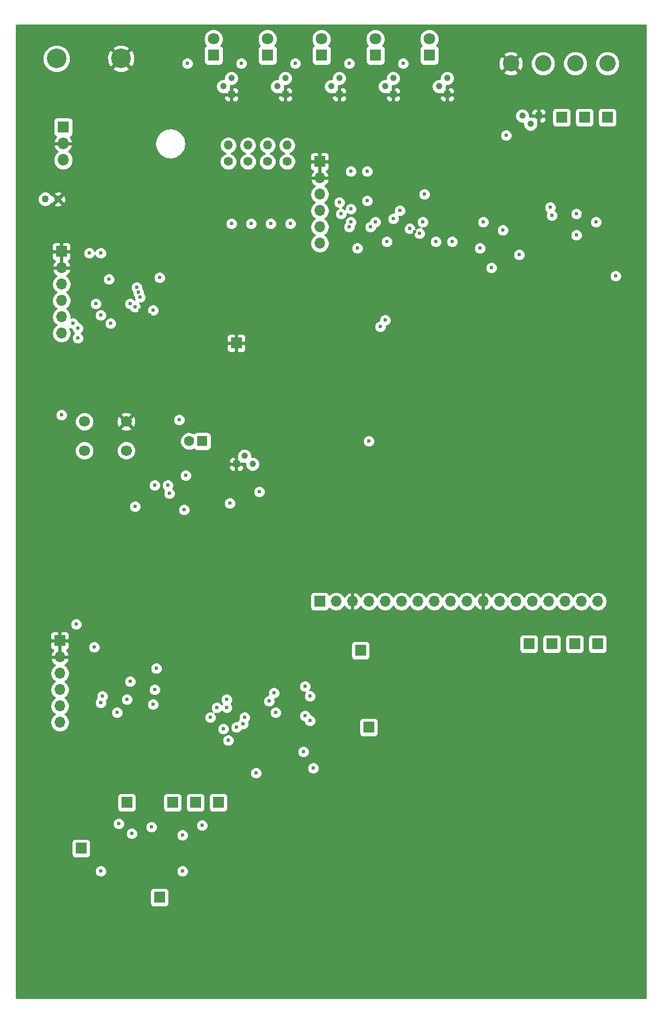
<source format=gbr>
G04 #@! TF.FileFunction,Copper,L3,Inr,Plane*
%FSLAX46Y46*%
G04 Gerber Fmt 4.6, Leading zero omitted, Abs format (unit mm)*
G04 Created by KiCad (PCBNEW 4.0.6) date 01/21/18 14:08:51*
%MOMM*%
%LPD*%
G01*
G04 APERTURE LIST*
%ADD10C,0.100000*%
%ADD11C,2.540000*%
%ADD12C,1.000000*%
%ADD13R,1.000000X1.000000*%
%ADD14C,1.100000*%
%ADD15R,1.700000X1.700000*%
%ADD16O,1.700000X1.700000*%
%ADD17C,1.700000*%
%ADD18R,1.600000X1.600000*%
%ADD19C,1.600000*%
%ADD20C,3.048000*%
%ADD21R,1.800000X1.800000*%
%ADD22C,1.800000*%
%ADD23O,1.800000X1.800000*%
%ADD24C,1.400000*%
%ADD25O,1.400000X1.400000*%
%ADD26C,0.600000*%
%ADD27C,0.254000*%
G04 APERTURE END LIST*
D10*
D11*
X270256000Y-19304000D03*
X265256000Y-19304000D03*
X260256000Y-19304000D03*
X255256000Y-19304000D03*
D12*
X244094000Y-22860000D03*
X245364000Y-21590000D03*
D13*
X245364000Y-24130000D03*
D14*
X182880000Y-40386000D03*
X184880000Y-40386000D03*
D15*
X225552000Y-102870000D03*
D16*
X228092000Y-102870000D03*
X230632000Y-102870000D03*
X233172000Y-102870000D03*
X235712000Y-102870000D03*
X238252000Y-102870000D03*
X240792000Y-102870000D03*
X243332000Y-102870000D03*
X245872000Y-102870000D03*
X248412000Y-102870000D03*
X250952000Y-102870000D03*
X253492000Y-102870000D03*
X256032000Y-102870000D03*
X258572000Y-102870000D03*
X261112000Y-102870000D03*
X263652000Y-102870000D03*
X266192000Y-102870000D03*
X268732000Y-102870000D03*
D15*
X225552000Y-34544000D03*
D16*
X225552000Y-37084000D03*
X225552000Y-39624000D03*
X225552000Y-42164000D03*
X225552000Y-44704000D03*
X225552000Y-47244000D03*
D15*
X185420000Y-48514000D03*
D16*
X185420000Y-51054000D03*
X185420000Y-53594000D03*
X185420000Y-56134000D03*
X185420000Y-58674000D03*
X185420000Y-61214000D03*
D12*
X258318000Y-28702000D03*
X257048000Y-27432000D03*
D13*
X259588000Y-27432000D03*
D12*
X235712000Y-22860000D03*
X236982000Y-21590000D03*
D13*
X236982000Y-24130000D03*
D12*
X227330000Y-22860000D03*
X228600000Y-21590000D03*
D13*
X228600000Y-24130000D03*
D12*
X218948000Y-22860000D03*
X220218000Y-21590000D03*
D13*
X220218000Y-24130000D03*
D12*
X210566000Y-22860000D03*
X211836000Y-21590000D03*
D13*
X211836000Y-24130000D03*
D12*
X213868000Y-80264000D03*
X215138000Y-81534000D03*
D13*
X212598000Y-81534000D03*
D17*
X195476000Y-79430000D03*
X188976000Y-79430000D03*
X195476000Y-74930000D03*
X188976000Y-74930000D03*
D18*
X207264000Y-77978000D03*
D19*
X205264000Y-77978000D03*
D20*
X184658000Y-18542000D03*
X194658000Y-18542000D03*
D15*
X185166000Y-108966000D03*
D16*
X185166000Y-111506000D03*
X185166000Y-114046000D03*
X185166000Y-116586000D03*
X185166000Y-119126000D03*
X185166000Y-121666000D03*
D21*
X242570000Y-18034000D03*
D22*
X242570000Y-15494000D03*
D21*
X234188000Y-18034000D03*
D22*
X234188000Y-15494000D03*
D21*
X225806000Y-18034000D03*
D22*
X225806000Y-15494000D03*
D21*
X217424000Y-18034000D03*
D22*
X217424000Y-15494000D03*
D21*
X209042000Y-18034000D03*
D22*
X209042000Y-15494000D03*
D21*
X185674000Y-29210000D03*
D23*
X185674000Y-31750000D03*
X185674000Y-34290000D03*
D15*
X268732000Y-109474000D03*
X265176000Y-109474000D03*
X270256000Y-27686000D03*
X231902000Y-110490000D03*
X266700000Y-27686000D03*
X206248000Y-134112000D03*
X258064000Y-109474000D03*
X195580000Y-134112000D03*
X202692000Y-134112000D03*
X261620000Y-109474000D03*
X188468000Y-141224000D03*
X212598000Y-62738000D03*
X233172000Y-122428000D03*
X263144000Y-27686000D03*
X209804000Y-134112000D03*
X200660000Y-148844000D03*
D24*
X220472000Y-34544000D03*
D25*
X220472000Y-32004000D03*
D24*
X217424000Y-34544000D03*
D25*
X217424000Y-32004000D03*
D24*
X214376000Y-34544000D03*
D25*
X214376000Y-32004000D03*
D24*
X211328000Y-34544000D03*
D25*
X211328000Y-32004000D03*
D26*
X185420000Y-73914000D03*
X200660000Y-52578000D03*
X191516000Y-48768000D03*
X239522000Y-44958000D03*
X241046000Y-45720000D03*
X199644000Y-57658000D03*
X199644000Y-118872000D03*
X189738000Y-48768000D03*
X190500000Y-109982000D03*
X232918000Y-36068000D03*
X230378000Y-36068000D03*
X200152000Y-113284000D03*
X208534000Y-120904000D03*
X211328000Y-124460000D03*
X215646000Y-129540000D03*
X241808000Y-39624000D03*
X254508000Y-30480000D03*
X220980000Y-44196000D03*
X217932000Y-44196000D03*
X214884000Y-44196000D03*
X211836000Y-44196000D03*
X203708000Y-74676000D03*
X207264000Y-137668000D03*
X204216000Y-139192000D03*
X196342000Y-138938000D03*
X194310000Y-137414000D03*
X202184000Y-86106000D03*
X216154000Y-85852000D03*
X252222000Y-51054000D03*
X250952000Y-43942000D03*
X204978000Y-19304000D03*
X213360000Y-19304000D03*
X221742000Y-19304000D03*
X230124000Y-19304000D03*
X238506000Y-19304000D03*
X268478000Y-43942000D03*
X218694000Y-120142000D03*
X199390000Y-137922000D03*
X271526000Y-52324000D03*
X204724000Y-83312000D03*
X196850000Y-88138000D03*
X196850000Y-57150000D03*
X234950000Y-60198000D03*
X235712000Y-59182000D03*
X196088000Y-56642000D03*
X241554000Y-43942000D03*
X235966000Y-46990000D03*
X243586000Y-46990000D03*
X246126000Y-46990000D03*
X254000000Y-45212000D03*
X210566000Y-122682000D03*
X194056000Y-120142000D03*
X196088000Y-115316000D03*
X187960000Y-60452000D03*
X187960000Y-61976000D03*
X231394000Y-48006000D03*
X197612000Y-55626000D03*
X233172000Y-77978000D03*
X204216000Y-144780000D03*
X191516000Y-144780000D03*
X256540000Y-49022000D03*
X250444000Y-48006000D03*
X223266000Y-116078000D03*
X223266000Y-120650000D03*
X261620000Y-42926000D03*
X236982000Y-43434000D03*
X261366000Y-41656000D03*
X237998000Y-42164000D03*
X209550000Y-119380000D03*
X212598000Y-122428000D03*
X213614000Y-121920000D03*
X211074000Y-119380000D03*
X211074000Y-118110000D03*
X213868000Y-120904000D03*
X217678000Y-118364000D03*
X195580000Y-118110000D03*
X218440000Y-117094000D03*
X199898000Y-116586000D03*
X187706000Y-106426000D03*
X187198000Y-59690000D03*
X228854000Y-42672000D03*
X197358000Y-54864000D03*
X230378000Y-41910000D03*
X192786000Y-52832000D03*
X193040000Y-59690000D03*
X228600000Y-40894000D03*
X197104000Y-54102000D03*
X232918000Y-40640000D03*
X199644000Y-52578000D03*
X197612000Y-57658000D03*
X238760000Y-44450000D03*
X240284000Y-45466000D03*
X193294000Y-48006000D03*
X197866000Y-82042000D03*
X199136000Y-58420000D03*
X229108000Y-116078000D03*
X208280000Y-128524000D03*
X234696000Y-46736000D03*
X193294000Y-109982000D03*
X198120000Y-128016000D03*
X197104000Y-118618000D03*
X198628000Y-119126000D03*
X195072000Y-113538000D03*
X197612000Y-113284000D03*
X199136000Y-113284000D03*
X199136000Y-108204000D03*
X223012000Y-123444000D03*
X229108000Y-118110000D03*
X235712000Y-36322000D03*
X240792000Y-39624000D03*
X236728000Y-39878000D03*
X198120000Y-52324000D03*
X198120000Y-67564000D03*
X195580000Y-53340000D03*
X210820000Y-86360000D03*
X206756000Y-140208000D03*
X204216000Y-143256000D03*
X196088000Y-146304000D03*
X209550000Y-146050000D03*
X196342000Y-143002000D03*
X193548000Y-140208000D03*
X197358000Y-89916000D03*
X197612000Y-91440000D03*
X198120000Y-86106000D03*
X216662000Y-90678000D03*
X216154000Y-87376000D03*
X266446000Y-42926000D03*
X270764000Y-44958000D03*
X270256000Y-41402000D03*
X261620000Y-48006000D03*
X252222000Y-53086000D03*
X239268000Y-39624000D03*
X239776000Y-54102000D03*
X240538000Y-34544000D03*
X204470000Y-88646000D03*
X211582000Y-87630000D03*
X201930000Y-84836000D03*
X265430000Y-45974000D03*
X265430000Y-42672000D03*
X224028000Y-121412000D03*
X224028000Y-117602000D03*
X223012000Y-126238000D03*
X224536000Y-128778000D03*
X199898000Y-84836000D03*
X191770000Y-117602000D03*
X191516000Y-118618000D03*
X230378000Y-43942000D03*
X234188000Y-43942000D03*
X233426000Y-44704000D03*
X230124000Y-44704000D03*
X190754000Y-56642000D03*
X191516000Y-58420000D03*
D27*
G36*
X276212300Y-164452300D02*
X178447700Y-164452300D01*
X178447700Y-147994000D01*
X199162560Y-147994000D01*
X199162560Y-149694000D01*
X199206838Y-149929317D01*
X199345910Y-150145441D01*
X199558110Y-150290431D01*
X199810000Y-150341440D01*
X201510000Y-150341440D01*
X201745317Y-150297162D01*
X201961441Y-150158090D01*
X202106431Y-149945890D01*
X202157440Y-149694000D01*
X202157440Y-147994000D01*
X202113162Y-147758683D01*
X201974090Y-147542559D01*
X201761890Y-147397569D01*
X201510000Y-147346560D01*
X199810000Y-147346560D01*
X199574683Y-147390838D01*
X199358559Y-147529910D01*
X199213569Y-147742110D01*
X199162560Y-147994000D01*
X178447700Y-147994000D01*
X178447700Y-144965167D01*
X190580838Y-144965167D01*
X190722883Y-145308943D01*
X190985673Y-145572192D01*
X191329201Y-145714838D01*
X191701167Y-145715162D01*
X192044943Y-145573117D01*
X192308192Y-145310327D01*
X192450838Y-144966799D01*
X192450839Y-144965167D01*
X203280838Y-144965167D01*
X203422883Y-145308943D01*
X203685673Y-145572192D01*
X204029201Y-145714838D01*
X204401167Y-145715162D01*
X204744943Y-145573117D01*
X205008192Y-145310327D01*
X205150838Y-144966799D01*
X205151162Y-144594833D01*
X205009117Y-144251057D01*
X204746327Y-143987808D01*
X204402799Y-143845162D01*
X204030833Y-143844838D01*
X203687057Y-143986883D01*
X203423808Y-144249673D01*
X203281162Y-144593201D01*
X203280838Y-144965167D01*
X192450839Y-144965167D01*
X192451162Y-144594833D01*
X192309117Y-144251057D01*
X192046327Y-143987808D01*
X191702799Y-143845162D01*
X191330833Y-143844838D01*
X190987057Y-143986883D01*
X190723808Y-144249673D01*
X190581162Y-144593201D01*
X190580838Y-144965167D01*
X178447700Y-144965167D01*
X178447700Y-140374000D01*
X186970560Y-140374000D01*
X186970560Y-142074000D01*
X187014838Y-142309317D01*
X187153910Y-142525441D01*
X187366110Y-142670431D01*
X187618000Y-142721440D01*
X189318000Y-142721440D01*
X189553317Y-142677162D01*
X189769441Y-142538090D01*
X189914431Y-142325890D01*
X189965440Y-142074000D01*
X189965440Y-140374000D01*
X189921162Y-140138683D01*
X189782090Y-139922559D01*
X189569890Y-139777569D01*
X189318000Y-139726560D01*
X187618000Y-139726560D01*
X187382683Y-139770838D01*
X187166559Y-139909910D01*
X187021569Y-140122110D01*
X186970560Y-140374000D01*
X178447700Y-140374000D01*
X178447700Y-139123167D01*
X195406838Y-139123167D01*
X195548883Y-139466943D01*
X195811673Y-139730192D01*
X196155201Y-139872838D01*
X196527167Y-139873162D01*
X196870943Y-139731117D01*
X197134192Y-139468327D01*
X197172045Y-139377167D01*
X203280838Y-139377167D01*
X203422883Y-139720943D01*
X203685673Y-139984192D01*
X204029201Y-140126838D01*
X204401167Y-140127162D01*
X204744943Y-139985117D01*
X205008192Y-139722327D01*
X205150838Y-139378799D01*
X205151162Y-139006833D01*
X205009117Y-138663057D01*
X204746327Y-138399808D01*
X204402799Y-138257162D01*
X204030833Y-138256838D01*
X203687057Y-138398883D01*
X203423808Y-138661673D01*
X203281162Y-139005201D01*
X203280838Y-139377167D01*
X197172045Y-139377167D01*
X197276838Y-139124799D01*
X197277162Y-138752833D01*
X197135117Y-138409057D01*
X196872327Y-138145808D01*
X196779270Y-138107167D01*
X198454838Y-138107167D01*
X198596883Y-138450943D01*
X198859673Y-138714192D01*
X199203201Y-138856838D01*
X199575167Y-138857162D01*
X199918943Y-138715117D01*
X200182192Y-138452327D01*
X200324838Y-138108799D01*
X200325060Y-137853167D01*
X206328838Y-137853167D01*
X206470883Y-138196943D01*
X206733673Y-138460192D01*
X207077201Y-138602838D01*
X207449167Y-138603162D01*
X207792943Y-138461117D01*
X208056192Y-138198327D01*
X208198838Y-137854799D01*
X208199162Y-137482833D01*
X208057117Y-137139057D01*
X207794327Y-136875808D01*
X207450799Y-136733162D01*
X207078833Y-136732838D01*
X206735057Y-136874883D01*
X206471808Y-137137673D01*
X206329162Y-137481201D01*
X206328838Y-137853167D01*
X200325060Y-137853167D01*
X200325162Y-137736833D01*
X200183117Y-137393057D01*
X199920327Y-137129808D01*
X199576799Y-136987162D01*
X199204833Y-136986838D01*
X198861057Y-137128883D01*
X198597808Y-137391673D01*
X198455162Y-137735201D01*
X198454838Y-138107167D01*
X196779270Y-138107167D01*
X196528799Y-138003162D01*
X196156833Y-138002838D01*
X195813057Y-138144883D01*
X195549808Y-138407673D01*
X195407162Y-138751201D01*
X195406838Y-139123167D01*
X178447700Y-139123167D01*
X178447700Y-137599167D01*
X193374838Y-137599167D01*
X193516883Y-137942943D01*
X193779673Y-138206192D01*
X194123201Y-138348838D01*
X194495167Y-138349162D01*
X194838943Y-138207117D01*
X195102192Y-137944327D01*
X195244838Y-137600799D01*
X195245162Y-137228833D01*
X195103117Y-136885057D01*
X194840327Y-136621808D01*
X194496799Y-136479162D01*
X194124833Y-136478838D01*
X193781057Y-136620883D01*
X193517808Y-136883673D01*
X193375162Y-137227201D01*
X193374838Y-137599167D01*
X178447700Y-137599167D01*
X178447700Y-133262000D01*
X194082560Y-133262000D01*
X194082560Y-134962000D01*
X194126838Y-135197317D01*
X194265910Y-135413441D01*
X194478110Y-135558431D01*
X194730000Y-135609440D01*
X196430000Y-135609440D01*
X196665317Y-135565162D01*
X196881441Y-135426090D01*
X197026431Y-135213890D01*
X197077440Y-134962000D01*
X197077440Y-133262000D01*
X201194560Y-133262000D01*
X201194560Y-134962000D01*
X201238838Y-135197317D01*
X201377910Y-135413441D01*
X201590110Y-135558431D01*
X201842000Y-135609440D01*
X203542000Y-135609440D01*
X203777317Y-135565162D01*
X203993441Y-135426090D01*
X204138431Y-135213890D01*
X204189440Y-134962000D01*
X204189440Y-133262000D01*
X204750560Y-133262000D01*
X204750560Y-134962000D01*
X204794838Y-135197317D01*
X204933910Y-135413441D01*
X205146110Y-135558431D01*
X205398000Y-135609440D01*
X207098000Y-135609440D01*
X207333317Y-135565162D01*
X207549441Y-135426090D01*
X207694431Y-135213890D01*
X207745440Y-134962000D01*
X207745440Y-133262000D01*
X208306560Y-133262000D01*
X208306560Y-134962000D01*
X208350838Y-135197317D01*
X208489910Y-135413441D01*
X208702110Y-135558431D01*
X208954000Y-135609440D01*
X210654000Y-135609440D01*
X210889317Y-135565162D01*
X211105441Y-135426090D01*
X211250431Y-135213890D01*
X211301440Y-134962000D01*
X211301440Y-133262000D01*
X211257162Y-133026683D01*
X211118090Y-132810559D01*
X210905890Y-132665569D01*
X210654000Y-132614560D01*
X208954000Y-132614560D01*
X208718683Y-132658838D01*
X208502559Y-132797910D01*
X208357569Y-133010110D01*
X208306560Y-133262000D01*
X207745440Y-133262000D01*
X207701162Y-133026683D01*
X207562090Y-132810559D01*
X207349890Y-132665569D01*
X207098000Y-132614560D01*
X205398000Y-132614560D01*
X205162683Y-132658838D01*
X204946559Y-132797910D01*
X204801569Y-133010110D01*
X204750560Y-133262000D01*
X204189440Y-133262000D01*
X204145162Y-133026683D01*
X204006090Y-132810559D01*
X203793890Y-132665569D01*
X203542000Y-132614560D01*
X201842000Y-132614560D01*
X201606683Y-132658838D01*
X201390559Y-132797910D01*
X201245569Y-133010110D01*
X201194560Y-133262000D01*
X197077440Y-133262000D01*
X197033162Y-133026683D01*
X196894090Y-132810559D01*
X196681890Y-132665569D01*
X196430000Y-132614560D01*
X194730000Y-132614560D01*
X194494683Y-132658838D01*
X194278559Y-132797910D01*
X194133569Y-133010110D01*
X194082560Y-133262000D01*
X178447700Y-133262000D01*
X178447700Y-129725167D01*
X214710838Y-129725167D01*
X214852883Y-130068943D01*
X215115673Y-130332192D01*
X215459201Y-130474838D01*
X215831167Y-130475162D01*
X216174943Y-130333117D01*
X216438192Y-130070327D01*
X216580838Y-129726799D01*
X216581162Y-129354833D01*
X216439117Y-129011057D01*
X216391311Y-128963167D01*
X223600838Y-128963167D01*
X223742883Y-129306943D01*
X224005673Y-129570192D01*
X224349201Y-129712838D01*
X224721167Y-129713162D01*
X225064943Y-129571117D01*
X225328192Y-129308327D01*
X225470838Y-128964799D01*
X225471162Y-128592833D01*
X225329117Y-128249057D01*
X225066327Y-127985808D01*
X224722799Y-127843162D01*
X224350833Y-127842838D01*
X224007057Y-127984883D01*
X223743808Y-128247673D01*
X223601162Y-128591201D01*
X223600838Y-128963167D01*
X216391311Y-128963167D01*
X216176327Y-128747808D01*
X215832799Y-128605162D01*
X215460833Y-128604838D01*
X215117057Y-128746883D01*
X214853808Y-129009673D01*
X214711162Y-129353201D01*
X214710838Y-129725167D01*
X178447700Y-129725167D01*
X178447700Y-126423167D01*
X222076838Y-126423167D01*
X222218883Y-126766943D01*
X222481673Y-127030192D01*
X222825201Y-127172838D01*
X223197167Y-127173162D01*
X223540943Y-127031117D01*
X223804192Y-126768327D01*
X223946838Y-126424799D01*
X223947162Y-126052833D01*
X223805117Y-125709057D01*
X223542327Y-125445808D01*
X223198799Y-125303162D01*
X222826833Y-125302838D01*
X222483057Y-125444883D01*
X222219808Y-125707673D01*
X222077162Y-126051201D01*
X222076838Y-126423167D01*
X178447700Y-126423167D01*
X178447700Y-124645167D01*
X210392838Y-124645167D01*
X210534883Y-124988943D01*
X210797673Y-125252192D01*
X211141201Y-125394838D01*
X211513167Y-125395162D01*
X211856943Y-125253117D01*
X212120192Y-124990327D01*
X212262838Y-124646799D01*
X212263162Y-124274833D01*
X212121117Y-123931057D01*
X211858327Y-123667808D01*
X211514799Y-123525162D01*
X211142833Y-123524838D01*
X210799057Y-123666883D01*
X210535808Y-123929673D01*
X210393162Y-124273201D01*
X210392838Y-124645167D01*
X178447700Y-124645167D01*
X178447700Y-114046000D01*
X183651907Y-114046000D01*
X183764946Y-114614285D01*
X184086853Y-115096054D01*
X184416026Y-115316000D01*
X184086853Y-115535946D01*
X183764946Y-116017715D01*
X183651907Y-116586000D01*
X183764946Y-117154285D01*
X184086853Y-117636054D01*
X184416026Y-117856000D01*
X184086853Y-118075946D01*
X183764946Y-118557715D01*
X183651907Y-119126000D01*
X183764946Y-119694285D01*
X184086853Y-120176054D01*
X184416026Y-120396000D01*
X184086853Y-120615946D01*
X183764946Y-121097715D01*
X183651907Y-121666000D01*
X183764946Y-122234285D01*
X184086853Y-122716054D01*
X184568622Y-123037961D01*
X185136907Y-123151000D01*
X185195093Y-123151000D01*
X185763378Y-123037961D01*
X186018989Y-122867167D01*
X209630838Y-122867167D01*
X209772883Y-123210943D01*
X210035673Y-123474192D01*
X210379201Y-123616838D01*
X210751167Y-123617162D01*
X211094943Y-123475117D01*
X211358192Y-123212327D01*
X211500838Y-122868799D01*
X211501060Y-122613167D01*
X211662838Y-122613167D01*
X211804883Y-122956943D01*
X212067673Y-123220192D01*
X212411201Y-123362838D01*
X212783167Y-123363162D01*
X213126943Y-123221117D01*
X213390192Y-122958327D01*
X213433162Y-122854843D01*
X213799167Y-122855162D01*
X214142943Y-122713117D01*
X214406192Y-122450327D01*
X214548838Y-122106799D01*
X214549162Y-121734833D01*
X214493678Y-121600551D01*
X214660192Y-121434327D01*
X214802838Y-121090799D01*
X214803162Y-120718833D01*
X214661117Y-120375057D01*
X214613311Y-120327167D01*
X217758838Y-120327167D01*
X217900883Y-120670943D01*
X218163673Y-120934192D01*
X218507201Y-121076838D01*
X218879167Y-121077162D01*
X219222943Y-120935117D01*
X219323067Y-120835167D01*
X222330838Y-120835167D01*
X222472883Y-121178943D01*
X222735673Y-121442192D01*
X223079201Y-121584838D01*
X223092849Y-121584850D01*
X223092838Y-121597167D01*
X223234883Y-121940943D01*
X223497673Y-122204192D01*
X223841201Y-122346838D01*
X224213167Y-122347162D01*
X224556943Y-122205117D01*
X224820192Y-121942327D01*
X224962838Y-121598799D01*
X224962856Y-121578000D01*
X231674560Y-121578000D01*
X231674560Y-123278000D01*
X231718838Y-123513317D01*
X231857910Y-123729441D01*
X232070110Y-123874431D01*
X232322000Y-123925440D01*
X234022000Y-123925440D01*
X234257317Y-123881162D01*
X234473441Y-123742090D01*
X234618431Y-123529890D01*
X234669440Y-123278000D01*
X234669440Y-121578000D01*
X234625162Y-121342683D01*
X234486090Y-121126559D01*
X234273890Y-120981569D01*
X234022000Y-120930560D01*
X232322000Y-120930560D01*
X232086683Y-120974838D01*
X231870559Y-121113910D01*
X231725569Y-121326110D01*
X231674560Y-121578000D01*
X224962856Y-121578000D01*
X224963162Y-121226833D01*
X224821117Y-120883057D01*
X224558327Y-120619808D01*
X224214799Y-120477162D01*
X224201151Y-120477150D01*
X224201162Y-120464833D01*
X224059117Y-120121057D01*
X223796327Y-119857808D01*
X223452799Y-119715162D01*
X223080833Y-119714838D01*
X222737057Y-119856883D01*
X222473808Y-120119673D01*
X222331162Y-120463201D01*
X222330838Y-120835167D01*
X219323067Y-120835167D01*
X219486192Y-120672327D01*
X219628838Y-120328799D01*
X219629162Y-119956833D01*
X219487117Y-119613057D01*
X219224327Y-119349808D01*
X218880799Y-119207162D01*
X218508833Y-119206838D01*
X218165057Y-119348883D01*
X217901808Y-119611673D01*
X217759162Y-119955201D01*
X217758838Y-120327167D01*
X214613311Y-120327167D01*
X214398327Y-120111808D01*
X214054799Y-119969162D01*
X213682833Y-119968838D01*
X213339057Y-120110883D01*
X213075808Y-120373673D01*
X212933162Y-120717201D01*
X212932838Y-121089167D01*
X212988322Y-121223449D01*
X212821808Y-121389673D01*
X212778838Y-121493157D01*
X212412833Y-121492838D01*
X212069057Y-121634883D01*
X211805808Y-121897673D01*
X211663162Y-122241201D01*
X211662838Y-122613167D01*
X211501060Y-122613167D01*
X211501162Y-122496833D01*
X211359117Y-122153057D01*
X211096327Y-121889808D01*
X210752799Y-121747162D01*
X210380833Y-121746838D01*
X210037057Y-121888883D01*
X209773808Y-122151673D01*
X209631162Y-122495201D01*
X209630838Y-122867167D01*
X186018989Y-122867167D01*
X186245147Y-122716054D01*
X186567054Y-122234285D01*
X186680093Y-121666000D01*
X186567054Y-121097715D01*
X186561343Y-121089167D01*
X207598838Y-121089167D01*
X207740883Y-121432943D01*
X208003673Y-121696192D01*
X208347201Y-121838838D01*
X208719167Y-121839162D01*
X209062943Y-121697117D01*
X209326192Y-121434327D01*
X209468838Y-121090799D01*
X209469162Y-120718833D01*
X209327117Y-120375057D01*
X209198896Y-120246612D01*
X209363201Y-120314838D01*
X209735167Y-120315162D01*
X210078943Y-120173117D01*
X210312176Y-119940291D01*
X210543673Y-120172192D01*
X210887201Y-120314838D01*
X211259167Y-120315162D01*
X211602943Y-120173117D01*
X211866192Y-119910327D01*
X212008838Y-119566799D01*
X212009162Y-119194833D01*
X211867117Y-118851057D01*
X211761290Y-118745046D01*
X211866192Y-118640327D01*
X211904045Y-118549167D01*
X216742838Y-118549167D01*
X216884883Y-118892943D01*
X217147673Y-119156192D01*
X217491201Y-119298838D01*
X217863167Y-119299162D01*
X218206943Y-119157117D01*
X218470192Y-118894327D01*
X218612838Y-118550799D01*
X218613162Y-118178833D01*
X218551293Y-118029098D01*
X218625167Y-118029162D01*
X218968943Y-117887117D01*
X219232192Y-117624327D01*
X219374838Y-117280799D01*
X219375162Y-116908833D01*
X219233117Y-116565057D01*
X218970327Y-116301808D01*
X218877270Y-116263167D01*
X222330838Y-116263167D01*
X222472883Y-116606943D01*
X222735673Y-116870192D01*
X223079201Y-117012838D01*
X223294558Y-117013026D01*
X223235808Y-117071673D01*
X223093162Y-117415201D01*
X223092838Y-117787167D01*
X223234883Y-118130943D01*
X223497673Y-118394192D01*
X223841201Y-118536838D01*
X224213167Y-118537162D01*
X224556943Y-118395117D01*
X224820192Y-118132327D01*
X224962838Y-117788799D01*
X224963162Y-117416833D01*
X224821117Y-117073057D01*
X224558327Y-116809808D01*
X224214799Y-116667162D01*
X223999442Y-116666974D01*
X224058192Y-116608327D01*
X224200838Y-116264799D01*
X224201162Y-115892833D01*
X224059117Y-115549057D01*
X223796327Y-115285808D01*
X223452799Y-115143162D01*
X223080833Y-115142838D01*
X222737057Y-115284883D01*
X222473808Y-115547673D01*
X222331162Y-115891201D01*
X222330838Y-116263167D01*
X218877270Y-116263167D01*
X218626799Y-116159162D01*
X218254833Y-116158838D01*
X217911057Y-116300883D01*
X217647808Y-116563673D01*
X217505162Y-116907201D01*
X217504838Y-117279167D01*
X217566707Y-117428902D01*
X217492833Y-117428838D01*
X217149057Y-117570883D01*
X216885808Y-117833673D01*
X216743162Y-118177201D01*
X216742838Y-118549167D01*
X211904045Y-118549167D01*
X212008838Y-118296799D01*
X212009162Y-117924833D01*
X211867117Y-117581057D01*
X211604327Y-117317808D01*
X211260799Y-117175162D01*
X210888833Y-117174838D01*
X210545057Y-117316883D01*
X210281808Y-117579673D01*
X210139162Y-117923201D01*
X210138838Y-118295167D01*
X210280883Y-118638943D01*
X210386710Y-118744954D01*
X210311824Y-118819709D01*
X210080327Y-118587808D01*
X209736799Y-118445162D01*
X209364833Y-118444838D01*
X209021057Y-118586883D01*
X208757808Y-118849673D01*
X208615162Y-119193201D01*
X208614838Y-119565167D01*
X208756883Y-119908943D01*
X208885104Y-120037388D01*
X208720799Y-119969162D01*
X208348833Y-119968838D01*
X208005057Y-120110883D01*
X207741808Y-120373673D01*
X207599162Y-120717201D01*
X207598838Y-121089167D01*
X186561343Y-121089167D01*
X186245147Y-120615946D01*
X185915974Y-120396000D01*
X186018990Y-120327167D01*
X193120838Y-120327167D01*
X193262883Y-120670943D01*
X193525673Y-120934192D01*
X193869201Y-121076838D01*
X194241167Y-121077162D01*
X194584943Y-120935117D01*
X194848192Y-120672327D01*
X194990838Y-120328799D01*
X194991162Y-119956833D01*
X194849117Y-119613057D01*
X194586327Y-119349808D01*
X194242799Y-119207162D01*
X193870833Y-119206838D01*
X193527057Y-119348883D01*
X193263808Y-119611673D01*
X193121162Y-119955201D01*
X193120838Y-120327167D01*
X186018990Y-120327167D01*
X186245147Y-120176054D01*
X186567054Y-119694285D01*
X186680093Y-119126000D01*
X186615878Y-118803167D01*
X190580838Y-118803167D01*
X190722883Y-119146943D01*
X190985673Y-119410192D01*
X191329201Y-119552838D01*
X191701167Y-119553162D01*
X192044943Y-119411117D01*
X192308192Y-119148327D01*
X192346045Y-119057167D01*
X198708838Y-119057167D01*
X198850883Y-119400943D01*
X199113673Y-119664192D01*
X199457201Y-119806838D01*
X199829167Y-119807162D01*
X200172943Y-119665117D01*
X200436192Y-119402327D01*
X200578838Y-119058799D01*
X200579162Y-118686833D01*
X200437117Y-118343057D01*
X200174327Y-118079808D01*
X199830799Y-117937162D01*
X199458833Y-117936838D01*
X199115057Y-118078883D01*
X198851808Y-118341673D01*
X198709162Y-118685201D01*
X198708838Y-119057167D01*
X192346045Y-119057167D01*
X192450838Y-118804799D01*
X192451162Y-118432833D01*
X192395678Y-118298551D01*
X192399067Y-118295167D01*
X194644838Y-118295167D01*
X194786883Y-118638943D01*
X195049673Y-118902192D01*
X195393201Y-119044838D01*
X195765167Y-119045162D01*
X196108943Y-118903117D01*
X196372192Y-118640327D01*
X196514838Y-118296799D01*
X196515162Y-117924833D01*
X196373117Y-117581057D01*
X196110327Y-117317808D01*
X195766799Y-117175162D01*
X195394833Y-117174838D01*
X195051057Y-117316883D01*
X194787808Y-117579673D01*
X194645162Y-117923201D01*
X194644838Y-118295167D01*
X192399067Y-118295167D01*
X192562192Y-118132327D01*
X192704838Y-117788799D01*
X192705162Y-117416833D01*
X192563117Y-117073057D01*
X192300327Y-116809808D01*
X192207270Y-116771167D01*
X198962838Y-116771167D01*
X199104883Y-117114943D01*
X199367673Y-117378192D01*
X199711201Y-117520838D01*
X200083167Y-117521162D01*
X200426943Y-117379117D01*
X200690192Y-117116327D01*
X200832838Y-116772799D01*
X200833162Y-116400833D01*
X200691117Y-116057057D01*
X200428327Y-115793808D01*
X200084799Y-115651162D01*
X199712833Y-115650838D01*
X199369057Y-115792883D01*
X199105808Y-116055673D01*
X198963162Y-116399201D01*
X198962838Y-116771167D01*
X192207270Y-116771167D01*
X191956799Y-116667162D01*
X191584833Y-116666838D01*
X191241057Y-116808883D01*
X190977808Y-117071673D01*
X190835162Y-117415201D01*
X190834838Y-117787167D01*
X190890322Y-117921449D01*
X190723808Y-118087673D01*
X190581162Y-118431201D01*
X190580838Y-118803167D01*
X186615878Y-118803167D01*
X186567054Y-118557715D01*
X186245147Y-118075946D01*
X185915974Y-117856000D01*
X186245147Y-117636054D01*
X186567054Y-117154285D01*
X186680093Y-116586000D01*
X186567054Y-116017715D01*
X186245147Y-115535946D01*
X186193097Y-115501167D01*
X195152838Y-115501167D01*
X195294883Y-115844943D01*
X195557673Y-116108192D01*
X195901201Y-116250838D01*
X196273167Y-116251162D01*
X196616943Y-116109117D01*
X196880192Y-115846327D01*
X197022838Y-115502799D01*
X197023162Y-115130833D01*
X196881117Y-114787057D01*
X196618327Y-114523808D01*
X196274799Y-114381162D01*
X195902833Y-114380838D01*
X195559057Y-114522883D01*
X195295808Y-114785673D01*
X195153162Y-115129201D01*
X195152838Y-115501167D01*
X186193097Y-115501167D01*
X185915974Y-115316000D01*
X186245147Y-115096054D01*
X186567054Y-114614285D01*
X186680093Y-114046000D01*
X186567054Y-113477715D01*
X186561343Y-113469167D01*
X199216838Y-113469167D01*
X199358883Y-113812943D01*
X199621673Y-114076192D01*
X199965201Y-114218838D01*
X200337167Y-114219162D01*
X200680943Y-114077117D01*
X200944192Y-113814327D01*
X201086838Y-113470799D01*
X201087162Y-113098833D01*
X200945117Y-112755057D01*
X200682327Y-112491808D01*
X200338799Y-112349162D01*
X199966833Y-112348838D01*
X199623057Y-112490883D01*
X199359808Y-112753673D01*
X199217162Y-113097201D01*
X199216838Y-113469167D01*
X186561343Y-113469167D01*
X186245147Y-112995946D01*
X185904447Y-112768298D01*
X186047358Y-112701183D01*
X186437645Y-112272924D01*
X186607476Y-111862890D01*
X186486155Y-111633000D01*
X185293000Y-111633000D01*
X185293000Y-111653000D01*
X185039000Y-111653000D01*
X185039000Y-111633000D01*
X183845845Y-111633000D01*
X183724524Y-111862890D01*
X183894355Y-112272924D01*
X184284642Y-112701183D01*
X184427553Y-112768298D01*
X184086853Y-112995946D01*
X183764946Y-113477715D01*
X183651907Y-114046000D01*
X178447700Y-114046000D01*
X178447700Y-109251750D01*
X183681000Y-109251750D01*
X183681000Y-109942310D01*
X183777673Y-110175699D01*
X183956302Y-110354327D01*
X184165878Y-110441136D01*
X183894355Y-110739076D01*
X183724524Y-111149110D01*
X183845845Y-111379000D01*
X185039000Y-111379000D01*
X185039000Y-109093000D01*
X185293000Y-109093000D01*
X185293000Y-111379000D01*
X186486155Y-111379000D01*
X186607476Y-111149110D01*
X186437645Y-110739076D01*
X186166122Y-110441136D01*
X186375698Y-110354327D01*
X186554327Y-110175699D01*
X186557861Y-110167167D01*
X189564838Y-110167167D01*
X189706883Y-110510943D01*
X189969673Y-110774192D01*
X190313201Y-110916838D01*
X190685167Y-110917162D01*
X191028943Y-110775117D01*
X191292192Y-110512327D01*
X191434838Y-110168799D01*
X191435162Y-109796833D01*
X191370361Y-109640000D01*
X230404560Y-109640000D01*
X230404560Y-111340000D01*
X230448838Y-111575317D01*
X230587910Y-111791441D01*
X230800110Y-111936431D01*
X231052000Y-111987440D01*
X232752000Y-111987440D01*
X232987317Y-111943162D01*
X233203441Y-111804090D01*
X233348431Y-111591890D01*
X233399440Y-111340000D01*
X233399440Y-109640000D01*
X233355162Y-109404683D01*
X233216090Y-109188559D01*
X233003890Y-109043569D01*
X232752000Y-108992560D01*
X231052000Y-108992560D01*
X230816683Y-109036838D01*
X230600559Y-109175910D01*
X230455569Y-109388110D01*
X230404560Y-109640000D01*
X191370361Y-109640000D01*
X191293117Y-109453057D01*
X191030327Y-109189808D01*
X190686799Y-109047162D01*
X190314833Y-109046838D01*
X189971057Y-109188883D01*
X189707808Y-109451673D01*
X189565162Y-109795201D01*
X189564838Y-110167167D01*
X186557861Y-110167167D01*
X186651000Y-109942310D01*
X186651000Y-109251750D01*
X186492250Y-109093000D01*
X185293000Y-109093000D01*
X185039000Y-109093000D01*
X183839750Y-109093000D01*
X183681000Y-109251750D01*
X178447700Y-109251750D01*
X178447700Y-107989690D01*
X183681000Y-107989690D01*
X183681000Y-108680250D01*
X183839750Y-108839000D01*
X185039000Y-108839000D01*
X185039000Y-107639750D01*
X185293000Y-107639750D01*
X185293000Y-108839000D01*
X186492250Y-108839000D01*
X186651000Y-108680250D01*
X186651000Y-108624000D01*
X256566560Y-108624000D01*
X256566560Y-110324000D01*
X256610838Y-110559317D01*
X256749910Y-110775441D01*
X256962110Y-110920431D01*
X257214000Y-110971440D01*
X258914000Y-110971440D01*
X259149317Y-110927162D01*
X259365441Y-110788090D01*
X259510431Y-110575890D01*
X259561440Y-110324000D01*
X259561440Y-108624000D01*
X260122560Y-108624000D01*
X260122560Y-110324000D01*
X260166838Y-110559317D01*
X260305910Y-110775441D01*
X260518110Y-110920431D01*
X260770000Y-110971440D01*
X262470000Y-110971440D01*
X262705317Y-110927162D01*
X262921441Y-110788090D01*
X263066431Y-110575890D01*
X263117440Y-110324000D01*
X263117440Y-108624000D01*
X263678560Y-108624000D01*
X263678560Y-110324000D01*
X263722838Y-110559317D01*
X263861910Y-110775441D01*
X264074110Y-110920431D01*
X264326000Y-110971440D01*
X266026000Y-110971440D01*
X266261317Y-110927162D01*
X266477441Y-110788090D01*
X266622431Y-110575890D01*
X266673440Y-110324000D01*
X266673440Y-108624000D01*
X267234560Y-108624000D01*
X267234560Y-110324000D01*
X267278838Y-110559317D01*
X267417910Y-110775441D01*
X267630110Y-110920431D01*
X267882000Y-110971440D01*
X269582000Y-110971440D01*
X269817317Y-110927162D01*
X270033441Y-110788090D01*
X270178431Y-110575890D01*
X270229440Y-110324000D01*
X270229440Y-108624000D01*
X270185162Y-108388683D01*
X270046090Y-108172559D01*
X269833890Y-108027569D01*
X269582000Y-107976560D01*
X267882000Y-107976560D01*
X267646683Y-108020838D01*
X267430559Y-108159910D01*
X267285569Y-108372110D01*
X267234560Y-108624000D01*
X266673440Y-108624000D01*
X266629162Y-108388683D01*
X266490090Y-108172559D01*
X266277890Y-108027569D01*
X266026000Y-107976560D01*
X264326000Y-107976560D01*
X264090683Y-108020838D01*
X263874559Y-108159910D01*
X263729569Y-108372110D01*
X263678560Y-108624000D01*
X263117440Y-108624000D01*
X263073162Y-108388683D01*
X262934090Y-108172559D01*
X262721890Y-108027569D01*
X262470000Y-107976560D01*
X260770000Y-107976560D01*
X260534683Y-108020838D01*
X260318559Y-108159910D01*
X260173569Y-108372110D01*
X260122560Y-108624000D01*
X259561440Y-108624000D01*
X259517162Y-108388683D01*
X259378090Y-108172559D01*
X259165890Y-108027569D01*
X258914000Y-107976560D01*
X257214000Y-107976560D01*
X256978683Y-108020838D01*
X256762559Y-108159910D01*
X256617569Y-108372110D01*
X256566560Y-108624000D01*
X186651000Y-108624000D01*
X186651000Y-107989690D01*
X186554327Y-107756301D01*
X186375698Y-107577673D01*
X186142309Y-107481000D01*
X185451750Y-107481000D01*
X185293000Y-107639750D01*
X185039000Y-107639750D01*
X184880250Y-107481000D01*
X184189691Y-107481000D01*
X183956302Y-107577673D01*
X183777673Y-107756301D01*
X183681000Y-107989690D01*
X178447700Y-107989690D01*
X178447700Y-106611167D01*
X186770838Y-106611167D01*
X186912883Y-106954943D01*
X187175673Y-107218192D01*
X187519201Y-107360838D01*
X187891167Y-107361162D01*
X188234943Y-107219117D01*
X188498192Y-106956327D01*
X188640838Y-106612799D01*
X188641162Y-106240833D01*
X188499117Y-105897057D01*
X188236327Y-105633808D01*
X187892799Y-105491162D01*
X187520833Y-105490838D01*
X187177057Y-105632883D01*
X186913808Y-105895673D01*
X186771162Y-106239201D01*
X186770838Y-106611167D01*
X178447700Y-106611167D01*
X178447700Y-102020000D01*
X224054560Y-102020000D01*
X224054560Y-103720000D01*
X224098838Y-103955317D01*
X224237910Y-104171441D01*
X224450110Y-104316431D01*
X224702000Y-104367440D01*
X226402000Y-104367440D01*
X226637317Y-104323162D01*
X226853441Y-104184090D01*
X226998431Y-103971890D01*
X227012086Y-103904459D01*
X227041946Y-103949147D01*
X227523715Y-104271054D01*
X228092000Y-104384093D01*
X228660285Y-104271054D01*
X229142054Y-103949147D01*
X229369702Y-103608447D01*
X229436817Y-103751358D01*
X229865076Y-104141645D01*
X230275110Y-104311476D01*
X230505000Y-104190155D01*
X230505000Y-102997000D01*
X230485000Y-102997000D01*
X230485000Y-102743000D01*
X230505000Y-102743000D01*
X230505000Y-101549845D01*
X230759000Y-101549845D01*
X230759000Y-102743000D01*
X230779000Y-102743000D01*
X230779000Y-102997000D01*
X230759000Y-102997000D01*
X230759000Y-104190155D01*
X230988890Y-104311476D01*
X231398924Y-104141645D01*
X231827183Y-103751358D01*
X231894298Y-103608447D01*
X232121946Y-103949147D01*
X232603715Y-104271054D01*
X233172000Y-104384093D01*
X233740285Y-104271054D01*
X234222054Y-103949147D01*
X234442000Y-103619974D01*
X234661946Y-103949147D01*
X235143715Y-104271054D01*
X235712000Y-104384093D01*
X236280285Y-104271054D01*
X236762054Y-103949147D01*
X236982000Y-103619974D01*
X237201946Y-103949147D01*
X237683715Y-104271054D01*
X238252000Y-104384093D01*
X238820285Y-104271054D01*
X239302054Y-103949147D01*
X239522000Y-103619974D01*
X239741946Y-103949147D01*
X240223715Y-104271054D01*
X240792000Y-104384093D01*
X241360285Y-104271054D01*
X241842054Y-103949147D01*
X242062000Y-103619974D01*
X242281946Y-103949147D01*
X242763715Y-104271054D01*
X243332000Y-104384093D01*
X243900285Y-104271054D01*
X244382054Y-103949147D01*
X244602000Y-103619974D01*
X244821946Y-103949147D01*
X245303715Y-104271054D01*
X245872000Y-104384093D01*
X246440285Y-104271054D01*
X246922054Y-103949147D01*
X247142000Y-103619974D01*
X247361946Y-103949147D01*
X247843715Y-104271054D01*
X248412000Y-104384093D01*
X248980285Y-104271054D01*
X249462054Y-103949147D01*
X249689702Y-103608447D01*
X249756817Y-103751358D01*
X250185076Y-104141645D01*
X250595110Y-104311476D01*
X250825000Y-104190155D01*
X250825000Y-102997000D01*
X250805000Y-102997000D01*
X250805000Y-102743000D01*
X250825000Y-102743000D01*
X250825000Y-101549845D01*
X251079000Y-101549845D01*
X251079000Y-102743000D01*
X251099000Y-102743000D01*
X251099000Y-102997000D01*
X251079000Y-102997000D01*
X251079000Y-104190155D01*
X251308890Y-104311476D01*
X251718924Y-104141645D01*
X252147183Y-103751358D01*
X252214298Y-103608447D01*
X252441946Y-103949147D01*
X252923715Y-104271054D01*
X253492000Y-104384093D01*
X254060285Y-104271054D01*
X254542054Y-103949147D01*
X254762000Y-103619974D01*
X254981946Y-103949147D01*
X255463715Y-104271054D01*
X256032000Y-104384093D01*
X256600285Y-104271054D01*
X257082054Y-103949147D01*
X257302000Y-103619974D01*
X257521946Y-103949147D01*
X258003715Y-104271054D01*
X258572000Y-104384093D01*
X259140285Y-104271054D01*
X259622054Y-103949147D01*
X259842000Y-103619974D01*
X260061946Y-103949147D01*
X260543715Y-104271054D01*
X261112000Y-104384093D01*
X261680285Y-104271054D01*
X262162054Y-103949147D01*
X262382000Y-103619974D01*
X262601946Y-103949147D01*
X263083715Y-104271054D01*
X263652000Y-104384093D01*
X264220285Y-104271054D01*
X264702054Y-103949147D01*
X264922000Y-103619974D01*
X265141946Y-103949147D01*
X265623715Y-104271054D01*
X266192000Y-104384093D01*
X266760285Y-104271054D01*
X267242054Y-103949147D01*
X267462000Y-103619974D01*
X267681946Y-103949147D01*
X268163715Y-104271054D01*
X268732000Y-104384093D01*
X269300285Y-104271054D01*
X269782054Y-103949147D01*
X270103961Y-103467378D01*
X270217000Y-102899093D01*
X270217000Y-102840907D01*
X270103961Y-102272622D01*
X269782054Y-101790853D01*
X269300285Y-101468946D01*
X268732000Y-101355907D01*
X268163715Y-101468946D01*
X267681946Y-101790853D01*
X267462000Y-102120026D01*
X267242054Y-101790853D01*
X266760285Y-101468946D01*
X266192000Y-101355907D01*
X265623715Y-101468946D01*
X265141946Y-101790853D01*
X264922000Y-102120026D01*
X264702054Y-101790853D01*
X264220285Y-101468946D01*
X263652000Y-101355907D01*
X263083715Y-101468946D01*
X262601946Y-101790853D01*
X262382000Y-102120026D01*
X262162054Y-101790853D01*
X261680285Y-101468946D01*
X261112000Y-101355907D01*
X260543715Y-101468946D01*
X260061946Y-101790853D01*
X259842000Y-102120026D01*
X259622054Y-101790853D01*
X259140285Y-101468946D01*
X258572000Y-101355907D01*
X258003715Y-101468946D01*
X257521946Y-101790853D01*
X257302000Y-102120026D01*
X257082054Y-101790853D01*
X256600285Y-101468946D01*
X256032000Y-101355907D01*
X255463715Y-101468946D01*
X254981946Y-101790853D01*
X254762000Y-102120026D01*
X254542054Y-101790853D01*
X254060285Y-101468946D01*
X253492000Y-101355907D01*
X252923715Y-101468946D01*
X252441946Y-101790853D01*
X252214298Y-102131553D01*
X252147183Y-101988642D01*
X251718924Y-101598355D01*
X251308890Y-101428524D01*
X251079000Y-101549845D01*
X250825000Y-101549845D01*
X250595110Y-101428524D01*
X250185076Y-101598355D01*
X249756817Y-101988642D01*
X249689702Y-102131553D01*
X249462054Y-101790853D01*
X248980285Y-101468946D01*
X248412000Y-101355907D01*
X247843715Y-101468946D01*
X247361946Y-101790853D01*
X247142000Y-102120026D01*
X246922054Y-101790853D01*
X246440285Y-101468946D01*
X245872000Y-101355907D01*
X245303715Y-101468946D01*
X244821946Y-101790853D01*
X244602000Y-102120026D01*
X244382054Y-101790853D01*
X243900285Y-101468946D01*
X243332000Y-101355907D01*
X242763715Y-101468946D01*
X242281946Y-101790853D01*
X242062000Y-102120026D01*
X241842054Y-101790853D01*
X241360285Y-101468946D01*
X240792000Y-101355907D01*
X240223715Y-101468946D01*
X239741946Y-101790853D01*
X239522000Y-102120026D01*
X239302054Y-101790853D01*
X238820285Y-101468946D01*
X238252000Y-101355907D01*
X237683715Y-101468946D01*
X237201946Y-101790853D01*
X236982000Y-102120026D01*
X236762054Y-101790853D01*
X236280285Y-101468946D01*
X235712000Y-101355907D01*
X235143715Y-101468946D01*
X234661946Y-101790853D01*
X234442000Y-102120026D01*
X234222054Y-101790853D01*
X233740285Y-101468946D01*
X233172000Y-101355907D01*
X232603715Y-101468946D01*
X232121946Y-101790853D01*
X231894298Y-102131553D01*
X231827183Y-101988642D01*
X231398924Y-101598355D01*
X230988890Y-101428524D01*
X230759000Y-101549845D01*
X230505000Y-101549845D01*
X230275110Y-101428524D01*
X229865076Y-101598355D01*
X229436817Y-101988642D01*
X229369702Y-102131553D01*
X229142054Y-101790853D01*
X228660285Y-101468946D01*
X228092000Y-101355907D01*
X227523715Y-101468946D01*
X227041946Y-101790853D01*
X227014150Y-101832452D01*
X227005162Y-101784683D01*
X226866090Y-101568559D01*
X226653890Y-101423569D01*
X226402000Y-101372560D01*
X224702000Y-101372560D01*
X224466683Y-101416838D01*
X224250559Y-101555910D01*
X224105569Y-101768110D01*
X224054560Y-102020000D01*
X178447700Y-102020000D01*
X178447700Y-88323167D01*
X195914838Y-88323167D01*
X196056883Y-88666943D01*
X196319673Y-88930192D01*
X196663201Y-89072838D01*
X197035167Y-89073162D01*
X197378943Y-88931117D01*
X197479067Y-88831167D01*
X203534838Y-88831167D01*
X203676883Y-89174943D01*
X203939673Y-89438192D01*
X204283201Y-89580838D01*
X204655167Y-89581162D01*
X204998943Y-89439117D01*
X205262192Y-89176327D01*
X205404838Y-88832799D01*
X205405162Y-88460833D01*
X205263117Y-88117057D01*
X205000327Y-87853808D01*
X204907270Y-87815167D01*
X210646838Y-87815167D01*
X210788883Y-88158943D01*
X211051673Y-88422192D01*
X211395201Y-88564838D01*
X211767167Y-88565162D01*
X212110943Y-88423117D01*
X212374192Y-88160327D01*
X212516838Y-87816799D01*
X212517162Y-87444833D01*
X212375117Y-87101057D01*
X212112327Y-86837808D01*
X211768799Y-86695162D01*
X211396833Y-86694838D01*
X211053057Y-86836883D01*
X210789808Y-87099673D01*
X210647162Y-87443201D01*
X210646838Y-87815167D01*
X204907270Y-87815167D01*
X204656799Y-87711162D01*
X204284833Y-87710838D01*
X203941057Y-87852883D01*
X203677808Y-88115673D01*
X203535162Y-88459201D01*
X203534838Y-88831167D01*
X197479067Y-88831167D01*
X197642192Y-88668327D01*
X197784838Y-88324799D01*
X197785162Y-87952833D01*
X197643117Y-87609057D01*
X197380327Y-87345808D01*
X197036799Y-87203162D01*
X196664833Y-87202838D01*
X196321057Y-87344883D01*
X196057808Y-87607673D01*
X195915162Y-87951201D01*
X195914838Y-88323167D01*
X178447700Y-88323167D01*
X178447700Y-85021167D01*
X198962838Y-85021167D01*
X199104883Y-85364943D01*
X199367673Y-85628192D01*
X199711201Y-85770838D01*
X200083167Y-85771162D01*
X200426943Y-85629117D01*
X200690192Y-85366327D01*
X200832838Y-85022799D01*
X200832839Y-85021167D01*
X200994838Y-85021167D01*
X201136883Y-85364943D01*
X201378717Y-85607199D01*
X201249162Y-85919201D01*
X201248838Y-86291167D01*
X201390883Y-86634943D01*
X201653673Y-86898192D01*
X201997201Y-87040838D01*
X202369167Y-87041162D01*
X202712943Y-86899117D01*
X202976192Y-86636327D01*
X203118838Y-86292799D01*
X203119060Y-86037167D01*
X215218838Y-86037167D01*
X215360883Y-86380943D01*
X215623673Y-86644192D01*
X215967201Y-86786838D01*
X216339167Y-86787162D01*
X216682943Y-86645117D01*
X216946192Y-86382327D01*
X217088838Y-86038799D01*
X217089162Y-85666833D01*
X216947117Y-85323057D01*
X216684327Y-85059808D01*
X216340799Y-84917162D01*
X215968833Y-84916838D01*
X215625057Y-85058883D01*
X215361808Y-85321673D01*
X215219162Y-85665201D01*
X215218838Y-86037167D01*
X203119060Y-86037167D01*
X203119162Y-85920833D01*
X202977117Y-85577057D01*
X202735283Y-85334801D01*
X202864838Y-85022799D01*
X202865162Y-84650833D01*
X202723117Y-84307057D01*
X202460327Y-84043808D01*
X202116799Y-83901162D01*
X201744833Y-83900838D01*
X201401057Y-84042883D01*
X201137808Y-84305673D01*
X200995162Y-84649201D01*
X200994838Y-85021167D01*
X200832839Y-85021167D01*
X200833162Y-84650833D01*
X200691117Y-84307057D01*
X200428327Y-84043808D01*
X200084799Y-83901162D01*
X199712833Y-83900838D01*
X199369057Y-84042883D01*
X199105808Y-84305673D01*
X198963162Y-84649201D01*
X198962838Y-85021167D01*
X178447700Y-85021167D01*
X178447700Y-83497167D01*
X203788838Y-83497167D01*
X203930883Y-83840943D01*
X204193673Y-84104192D01*
X204537201Y-84246838D01*
X204909167Y-84247162D01*
X205252943Y-84105117D01*
X205516192Y-83842327D01*
X205658838Y-83498799D01*
X205659162Y-83126833D01*
X205517117Y-82783057D01*
X205254327Y-82519808D01*
X204910799Y-82377162D01*
X204538833Y-82376838D01*
X204195057Y-82518883D01*
X203931808Y-82781673D01*
X203789162Y-83125201D01*
X203788838Y-83497167D01*
X178447700Y-83497167D01*
X178447700Y-81819750D01*
X211463000Y-81819750D01*
X211463000Y-82160309D01*
X211559673Y-82393698D01*
X211738301Y-82572327D01*
X211971690Y-82669000D01*
X212312250Y-82669000D01*
X212471000Y-82510250D01*
X212471000Y-81661000D01*
X212725000Y-81661000D01*
X212725000Y-82510250D01*
X212883750Y-82669000D01*
X213224310Y-82669000D01*
X213457699Y-82572327D01*
X213636327Y-82393698D01*
X213733000Y-82160309D01*
X213733000Y-81819750D01*
X213574250Y-81661000D01*
X212725000Y-81661000D01*
X212471000Y-81661000D01*
X211621750Y-81661000D01*
X211463000Y-81819750D01*
X178447700Y-81819750D01*
X178447700Y-79724089D01*
X187490743Y-79724089D01*
X187716344Y-80270086D01*
X188133717Y-80688188D01*
X188679319Y-80914742D01*
X189270089Y-80915257D01*
X189816086Y-80689656D01*
X190234188Y-80272283D01*
X190460742Y-79726681D01*
X190460744Y-79724089D01*
X193990743Y-79724089D01*
X194216344Y-80270086D01*
X194633717Y-80688188D01*
X195179319Y-80914742D01*
X195770089Y-80915257D01*
X195788400Y-80907691D01*
X211463000Y-80907691D01*
X211463000Y-81248250D01*
X211621750Y-81407000D01*
X212471000Y-81407000D01*
X212471000Y-80557750D01*
X212725000Y-80557750D01*
X212725000Y-81407000D01*
X213574250Y-81407000D01*
X213599698Y-81381552D01*
X213641244Y-81398803D01*
X214003117Y-81399119D01*
X214002803Y-81758775D01*
X214175233Y-82176086D01*
X214494235Y-82495645D01*
X214911244Y-82668803D01*
X215362775Y-82669197D01*
X215780086Y-82496767D01*
X216099645Y-82177765D01*
X216272803Y-81760756D01*
X216273197Y-81309225D01*
X216100767Y-80891914D01*
X215781765Y-80572355D01*
X215364756Y-80399197D01*
X215002883Y-80398881D01*
X215003197Y-80039225D01*
X214830767Y-79621914D01*
X214511765Y-79302355D01*
X214094756Y-79129197D01*
X213643225Y-79128803D01*
X213225914Y-79301233D01*
X212906355Y-79620235D01*
X212733197Y-80037244D01*
X212732803Y-80488775D01*
X212750689Y-80532061D01*
X212725000Y-80557750D01*
X212471000Y-80557750D01*
X212312250Y-80399000D01*
X211971690Y-80399000D01*
X211738301Y-80495673D01*
X211559673Y-80674302D01*
X211463000Y-80907691D01*
X195788400Y-80907691D01*
X196316086Y-80689656D01*
X196734188Y-80272283D01*
X196960742Y-79726681D01*
X196961257Y-79135911D01*
X196735656Y-78589914D01*
X196408501Y-78262187D01*
X203828752Y-78262187D01*
X204046757Y-78789800D01*
X204450077Y-79193824D01*
X204977309Y-79412750D01*
X205548187Y-79413248D01*
X205998466Y-79227197D01*
X205999910Y-79229441D01*
X206212110Y-79374431D01*
X206464000Y-79425440D01*
X208064000Y-79425440D01*
X208299317Y-79381162D01*
X208515441Y-79242090D01*
X208660431Y-79029890D01*
X208711440Y-78778000D01*
X208711440Y-78163167D01*
X232236838Y-78163167D01*
X232378883Y-78506943D01*
X232641673Y-78770192D01*
X232985201Y-78912838D01*
X233357167Y-78913162D01*
X233700943Y-78771117D01*
X233964192Y-78508327D01*
X234106838Y-78164799D01*
X234107162Y-77792833D01*
X233965117Y-77449057D01*
X233702327Y-77185808D01*
X233358799Y-77043162D01*
X232986833Y-77042838D01*
X232643057Y-77184883D01*
X232379808Y-77447673D01*
X232237162Y-77791201D01*
X232236838Y-78163167D01*
X208711440Y-78163167D01*
X208711440Y-77178000D01*
X208667162Y-76942683D01*
X208528090Y-76726559D01*
X208315890Y-76581569D01*
X208064000Y-76530560D01*
X206464000Y-76530560D01*
X206228683Y-76574838D01*
X206012559Y-76713910D01*
X206001315Y-76730366D01*
X205550691Y-76543250D01*
X204979813Y-76542752D01*
X204452200Y-76760757D01*
X204048176Y-77164077D01*
X203829250Y-77691309D01*
X203828752Y-78262187D01*
X196408501Y-78262187D01*
X196318283Y-78171812D01*
X195772681Y-77945258D01*
X195181911Y-77944743D01*
X194635914Y-78170344D01*
X194217812Y-78587717D01*
X193991258Y-79133319D01*
X193990743Y-79724089D01*
X190460744Y-79724089D01*
X190461257Y-79135911D01*
X190235656Y-78589914D01*
X189818283Y-78171812D01*
X189272681Y-77945258D01*
X188681911Y-77944743D01*
X188135914Y-78170344D01*
X187717812Y-78587717D01*
X187491258Y-79133319D01*
X187490743Y-79724089D01*
X178447700Y-79724089D01*
X178447700Y-75224089D01*
X187490743Y-75224089D01*
X187716344Y-75770086D01*
X188133717Y-76188188D01*
X188679319Y-76414742D01*
X189270089Y-76415257D01*
X189816086Y-76189656D01*
X190032160Y-75973958D01*
X194611647Y-75973958D01*
X194691920Y-76225259D01*
X195247279Y-76426718D01*
X195837458Y-76400315D01*
X196260080Y-76225259D01*
X196340353Y-75973958D01*
X195476000Y-75109605D01*
X194611647Y-75973958D01*
X190032160Y-75973958D01*
X190234188Y-75772283D01*
X190460742Y-75226681D01*
X190461200Y-74701279D01*
X193979282Y-74701279D01*
X194005685Y-75291458D01*
X194180741Y-75714080D01*
X194432042Y-75794353D01*
X195296395Y-74930000D01*
X195655605Y-74930000D01*
X196519958Y-75794353D01*
X196771259Y-75714080D01*
X196972718Y-75158721D01*
X196959407Y-74861167D01*
X202772838Y-74861167D01*
X202914883Y-75204943D01*
X203177673Y-75468192D01*
X203521201Y-75610838D01*
X203893167Y-75611162D01*
X204236943Y-75469117D01*
X204500192Y-75206327D01*
X204642838Y-74862799D01*
X204643162Y-74490833D01*
X204501117Y-74147057D01*
X204238327Y-73883808D01*
X203894799Y-73741162D01*
X203522833Y-73740838D01*
X203179057Y-73882883D01*
X202915808Y-74145673D01*
X202773162Y-74489201D01*
X202772838Y-74861167D01*
X196959407Y-74861167D01*
X196946315Y-74568542D01*
X196771259Y-74145920D01*
X196519958Y-74065647D01*
X195655605Y-74930000D01*
X195296395Y-74930000D01*
X194432042Y-74065647D01*
X194180741Y-74145920D01*
X193979282Y-74701279D01*
X190461200Y-74701279D01*
X190461257Y-74635911D01*
X190235656Y-74089914D01*
X190032140Y-73886042D01*
X194611647Y-73886042D01*
X195476000Y-74750395D01*
X196340353Y-73886042D01*
X196260080Y-73634741D01*
X195704721Y-73433282D01*
X195114542Y-73459685D01*
X194691920Y-73634741D01*
X194611647Y-73886042D01*
X190032140Y-73886042D01*
X189818283Y-73671812D01*
X189272681Y-73445258D01*
X188681911Y-73444743D01*
X188135914Y-73670344D01*
X187717812Y-74087717D01*
X187491258Y-74633319D01*
X187490743Y-75224089D01*
X178447700Y-75224089D01*
X178447700Y-74099167D01*
X184484838Y-74099167D01*
X184626883Y-74442943D01*
X184889673Y-74706192D01*
X185233201Y-74848838D01*
X185605167Y-74849162D01*
X185948943Y-74707117D01*
X186212192Y-74444327D01*
X186354838Y-74100799D01*
X186355162Y-73728833D01*
X186213117Y-73385057D01*
X185950327Y-73121808D01*
X185606799Y-72979162D01*
X185234833Y-72978838D01*
X184891057Y-73120883D01*
X184627808Y-73383673D01*
X184485162Y-73727201D01*
X184484838Y-74099167D01*
X178447700Y-74099167D01*
X178447700Y-63023750D01*
X211113000Y-63023750D01*
X211113000Y-63714310D01*
X211209673Y-63947699D01*
X211388302Y-64126327D01*
X211621691Y-64223000D01*
X212312250Y-64223000D01*
X212471000Y-64064250D01*
X212471000Y-62865000D01*
X212725000Y-62865000D01*
X212725000Y-64064250D01*
X212883750Y-64223000D01*
X213574309Y-64223000D01*
X213807698Y-64126327D01*
X213986327Y-63947699D01*
X214083000Y-63714310D01*
X214083000Y-63023750D01*
X213924250Y-62865000D01*
X212725000Y-62865000D01*
X212471000Y-62865000D01*
X211271750Y-62865000D01*
X211113000Y-63023750D01*
X178447700Y-63023750D01*
X178447700Y-53594000D01*
X183905907Y-53594000D01*
X184018946Y-54162285D01*
X184340853Y-54644054D01*
X184670026Y-54864000D01*
X184340853Y-55083946D01*
X184018946Y-55565715D01*
X183905907Y-56134000D01*
X184018946Y-56702285D01*
X184340853Y-57184054D01*
X184670026Y-57404000D01*
X184340853Y-57623946D01*
X184018946Y-58105715D01*
X183905907Y-58674000D01*
X184018946Y-59242285D01*
X184340853Y-59724054D01*
X184670026Y-59944000D01*
X184340853Y-60163946D01*
X184018946Y-60645715D01*
X183905907Y-61214000D01*
X184018946Y-61782285D01*
X184340853Y-62264054D01*
X184822622Y-62585961D01*
X185390907Y-62699000D01*
X185449093Y-62699000D01*
X186017378Y-62585961D01*
X186499147Y-62264054D01*
X186821054Y-61782285D01*
X186934093Y-61214000D01*
X186821054Y-60645715D01*
X186728733Y-60507546D01*
X187011201Y-60624838D01*
X187024849Y-60624850D01*
X187024838Y-60637167D01*
X187166883Y-60980943D01*
X187399709Y-61214176D01*
X187167808Y-61445673D01*
X187025162Y-61789201D01*
X187024838Y-62161167D01*
X187166883Y-62504943D01*
X187429673Y-62768192D01*
X187773201Y-62910838D01*
X188145167Y-62911162D01*
X188488943Y-62769117D01*
X188752192Y-62506327D01*
X188894838Y-62162799D01*
X188895162Y-61790833D01*
X188883121Y-61761690D01*
X211113000Y-61761690D01*
X211113000Y-62452250D01*
X211271750Y-62611000D01*
X212471000Y-62611000D01*
X212471000Y-61411750D01*
X212725000Y-61411750D01*
X212725000Y-62611000D01*
X213924250Y-62611000D01*
X214083000Y-62452250D01*
X214083000Y-61761690D01*
X213986327Y-61528301D01*
X213807698Y-61349673D01*
X213574309Y-61253000D01*
X212883750Y-61253000D01*
X212725000Y-61411750D01*
X212471000Y-61411750D01*
X212312250Y-61253000D01*
X211621691Y-61253000D01*
X211388302Y-61349673D01*
X211209673Y-61528301D01*
X211113000Y-61761690D01*
X188883121Y-61761690D01*
X188753117Y-61447057D01*
X188520291Y-61213824D01*
X188752192Y-60982327D01*
X188894838Y-60638799D01*
X188895162Y-60266833D01*
X188753117Y-59923057D01*
X188705311Y-59875167D01*
X192104838Y-59875167D01*
X192246883Y-60218943D01*
X192509673Y-60482192D01*
X192853201Y-60624838D01*
X193225167Y-60625162D01*
X193568943Y-60483117D01*
X193669067Y-60383167D01*
X234014838Y-60383167D01*
X234156883Y-60726943D01*
X234419673Y-60990192D01*
X234763201Y-61132838D01*
X235135167Y-61133162D01*
X235478943Y-60991117D01*
X235742192Y-60728327D01*
X235884838Y-60384799D01*
X235885071Y-60117151D01*
X235897167Y-60117162D01*
X236240943Y-59975117D01*
X236504192Y-59712327D01*
X236646838Y-59368799D01*
X236647162Y-58996833D01*
X236505117Y-58653057D01*
X236242327Y-58389808D01*
X235898799Y-58247162D01*
X235526833Y-58246838D01*
X235183057Y-58388883D01*
X234919808Y-58651673D01*
X234777162Y-58995201D01*
X234776929Y-59262849D01*
X234764833Y-59262838D01*
X234421057Y-59404883D01*
X234157808Y-59667673D01*
X234015162Y-60011201D01*
X234014838Y-60383167D01*
X193669067Y-60383167D01*
X193832192Y-60220327D01*
X193974838Y-59876799D01*
X193975162Y-59504833D01*
X193833117Y-59161057D01*
X193570327Y-58897808D01*
X193226799Y-58755162D01*
X192854833Y-58754838D01*
X192511057Y-58896883D01*
X192247808Y-59159673D01*
X192105162Y-59503201D01*
X192104838Y-59875167D01*
X188705311Y-59875167D01*
X188490327Y-59659808D01*
X188146799Y-59517162D01*
X188133151Y-59517150D01*
X188133162Y-59504833D01*
X187991117Y-59161057D01*
X187728327Y-58897808D01*
X187384799Y-58755162D01*
X187012833Y-58754838D01*
X186909522Y-58797525D01*
X186934093Y-58674000D01*
X186920402Y-58605167D01*
X190580838Y-58605167D01*
X190722883Y-58948943D01*
X190985673Y-59212192D01*
X191329201Y-59354838D01*
X191701167Y-59355162D01*
X192044943Y-59213117D01*
X192308192Y-58950327D01*
X192450838Y-58606799D01*
X192451162Y-58234833D01*
X192309117Y-57891057D01*
X192046327Y-57627808D01*
X191702799Y-57485162D01*
X191330833Y-57484838D01*
X190987057Y-57626883D01*
X190723808Y-57889673D01*
X190581162Y-58233201D01*
X190580838Y-58605167D01*
X186920402Y-58605167D01*
X186821054Y-58105715D01*
X186499147Y-57623946D01*
X186169974Y-57404000D01*
X186499147Y-57184054D01*
X186737610Y-56827167D01*
X189818838Y-56827167D01*
X189960883Y-57170943D01*
X190223673Y-57434192D01*
X190567201Y-57576838D01*
X190939167Y-57577162D01*
X191282943Y-57435117D01*
X191546192Y-57172327D01*
X191688838Y-56828799D01*
X191688839Y-56827167D01*
X195152838Y-56827167D01*
X195294883Y-57170943D01*
X195557673Y-57434192D01*
X195901201Y-57576838D01*
X196014735Y-57576937D01*
X196056883Y-57678943D01*
X196319673Y-57942192D01*
X196663201Y-58084838D01*
X197035167Y-58085162D01*
X197378943Y-57943117D01*
X197479067Y-57843167D01*
X198708838Y-57843167D01*
X198850883Y-58186943D01*
X199113673Y-58450192D01*
X199457201Y-58592838D01*
X199829167Y-58593162D01*
X200172943Y-58451117D01*
X200436192Y-58188327D01*
X200578838Y-57844799D01*
X200579162Y-57472833D01*
X200437117Y-57129057D01*
X200174327Y-56865808D01*
X199830799Y-56723162D01*
X199458833Y-56722838D01*
X199115057Y-56864883D01*
X198851808Y-57127673D01*
X198709162Y-57471201D01*
X198708838Y-57843167D01*
X197479067Y-57843167D01*
X197642192Y-57680327D01*
X197784838Y-57336799D01*
X197785162Y-56964833D01*
X197643117Y-56621057D01*
X197583140Y-56560976D01*
X197797167Y-56561162D01*
X198140943Y-56419117D01*
X198404192Y-56156327D01*
X198546838Y-55812799D01*
X198547162Y-55440833D01*
X198405117Y-55097057D01*
X198292896Y-54984640D01*
X198293162Y-54678833D01*
X198151117Y-54335057D01*
X198038896Y-54222640D01*
X198039162Y-53916833D01*
X197897117Y-53573057D01*
X197634327Y-53309808D01*
X197290799Y-53167162D01*
X196918833Y-53166838D01*
X196575057Y-53308883D01*
X196311808Y-53571673D01*
X196169162Y-53915201D01*
X196168838Y-54287167D01*
X196310883Y-54630943D01*
X196423104Y-54743360D01*
X196422838Y-55049167D01*
X196564883Y-55392943D01*
X196677104Y-55505360D01*
X196676838Y-55811167D01*
X196745402Y-55977105D01*
X196618327Y-55849808D01*
X196274799Y-55707162D01*
X195902833Y-55706838D01*
X195559057Y-55848883D01*
X195295808Y-56111673D01*
X195153162Y-56455201D01*
X195152838Y-56827167D01*
X191688839Y-56827167D01*
X191689162Y-56456833D01*
X191547117Y-56113057D01*
X191284327Y-55849808D01*
X190940799Y-55707162D01*
X190568833Y-55706838D01*
X190225057Y-55848883D01*
X189961808Y-56111673D01*
X189819162Y-56455201D01*
X189818838Y-56827167D01*
X186737610Y-56827167D01*
X186821054Y-56702285D01*
X186934093Y-56134000D01*
X186821054Y-55565715D01*
X186499147Y-55083946D01*
X186169974Y-54864000D01*
X186499147Y-54644054D01*
X186821054Y-54162285D01*
X186934093Y-53594000D01*
X186821054Y-53025715D01*
X186815343Y-53017167D01*
X191850838Y-53017167D01*
X191992883Y-53360943D01*
X192255673Y-53624192D01*
X192599201Y-53766838D01*
X192971167Y-53767162D01*
X193314943Y-53625117D01*
X193578192Y-53362327D01*
X193720838Y-53018799D01*
X193721060Y-52763167D01*
X199724838Y-52763167D01*
X199866883Y-53106943D01*
X200129673Y-53370192D01*
X200473201Y-53512838D01*
X200845167Y-53513162D01*
X201188943Y-53371117D01*
X201452192Y-53108327D01*
X201594838Y-52764799D01*
X201595060Y-52509167D01*
X270590838Y-52509167D01*
X270732883Y-52852943D01*
X270995673Y-53116192D01*
X271339201Y-53258838D01*
X271711167Y-53259162D01*
X272054943Y-53117117D01*
X272318192Y-52854327D01*
X272460838Y-52510799D01*
X272461162Y-52138833D01*
X272319117Y-51795057D01*
X272056327Y-51531808D01*
X271712799Y-51389162D01*
X271340833Y-51388838D01*
X270997057Y-51530883D01*
X270733808Y-51793673D01*
X270591162Y-52137201D01*
X270590838Y-52509167D01*
X201595060Y-52509167D01*
X201595162Y-52392833D01*
X201453117Y-52049057D01*
X201190327Y-51785808D01*
X200846799Y-51643162D01*
X200474833Y-51642838D01*
X200131057Y-51784883D01*
X199867808Y-52047673D01*
X199725162Y-52391201D01*
X199724838Y-52763167D01*
X193721060Y-52763167D01*
X193721162Y-52646833D01*
X193579117Y-52303057D01*
X193316327Y-52039808D01*
X192972799Y-51897162D01*
X192600833Y-51896838D01*
X192257057Y-52038883D01*
X191993808Y-52301673D01*
X191851162Y-52645201D01*
X191850838Y-53017167D01*
X186815343Y-53017167D01*
X186499147Y-52543946D01*
X186158447Y-52316298D01*
X186301358Y-52249183D01*
X186691645Y-51820924D01*
X186861476Y-51410890D01*
X186770852Y-51239167D01*
X251286838Y-51239167D01*
X251428883Y-51582943D01*
X251691673Y-51846192D01*
X252035201Y-51988838D01*
X252407167Y-51989162D01*
X252750943Y-51847117D01*
X253014192Y-51584327D01*
X253156838Y-51240799D01*
X253157162Y-50868833D01*
X253015117Y-50525057D01*
X252752327Y-50261808D01*
X252408799Y-50119162D01*
X252036833Y-50118838D01*
X251693057Y-50260883D01*
X251429808Y-50523673D01*
X251287162Y-50867201D01*
X251286838Y-51239167D01*
X186770852Y-51239167D01*
X186740155Y-51181000D01*
X185547000Y-51181000D01*
X185547000Y-51201000D01*
X185293000Y-51201000D01*
X185293000Y-51181000D01*
X184099845Y-51181000D01*
X183978524Y-51410890D01*
X184148355Y-51820924D01*
X184538642Y-52249183D01*
X184681553Y-52316298D01*
X184340853Y-52543946D01*
X184018946Y-53025715D01*
X183905907Y-53594000D01*
X178447700Y-53594000D01*
X178447700Y-48799750D01*
X183935000Y-48799750D01*
X183935000Y-49490310D01*
X184031673Y-49723699D01*
X184210302Y-49902327D01*
X184419878Y-49989136D01*
X184148355Y-50287076D01*
X183978524Y-50697110D01*
X184099845Y-50927000D01*
X185293000Y-50927000D01*
X185293000Y-48641000D01*
X185547000Y-48641000D01*
X185547000Y-50927000D01*
X186740155Y-50927000D01*
X186861476Y-50697110D01*
X186691645Y-50287076D01*
X186420122Y-49989136D01*
X186629698Y-49902327D01*
X186808327Y-49723699D01*
X186905000Y-49490310D01*
X186905000Y-48953167D01*
X188802838Y-48953167D01*
X188944883Y-49296943D01*
X189207673Y-49560192D01*
X189551201Y-49702838D01*
X189923167Y-49703162D01*
X190266943Y-49561117D01*
X190530192Y-49298327D01*
X190627062Y-49065039D01*
X190722883Y-49296943D01*
X190985673Y-49560192D01*
X191329201Y-49702838D01*
X191701167Y-49703162D01*
X192044943Y-49561117D01*
X192308192Y-49298327D01*
X192346045Y-49207167D01*
X255604838Y-49207167D01*
X255746883Y-49550943D01*
X256009673Y-49814192D01*
X256353201Y-49956838D01*
X256725167Y-49957162D01*
X257068943Y-49815117D01*
X257332192Y-49552327D01*
X257474838Y-49208799D01*
X257475162Y-48836833D01*
X257333117Y-48493057D01*
X257070327Y-48229808D01*
X256726799Y-48087162D01*
X256354833Y-48086838D01*
X256011057Y-48228883D01*
X255747808Y-48491673D01*
X255605162Y-48835201D01*
X255604838Y-49207167D01*
X192346045Y-49207167D01*
X192450838Y-48954799D01*
X192451162Y-48582833D01*
X192309117Y-48239057D01*
X192046327Y-47975808D01*
X191702799Y-47833162D01*
X191330833Y-47832838D01*
X190987057Y-47974883D01*
X190723808Y-48237673D01*
X190626938Y-48470961D01*
X190531117Y-48239057D01*
X190268327Y-47975808D01*
X189924799Y-47833162D01*
X189552833Y-47832838D01*
X189209057Y-47974883D01*
X188945808Y-48237673D01*
X188803162Y-48581201D01*
X188802838Y-48953167D01*
X186905000Y-48953167D01*
X186905000Y-48799750D01*
X186746250Y-48641000D01*
X185547000Y-48641000D01*
X185293000Y-48641000D01*
X184093750Y-48641000D01*
X183935000Y-48799750D01*
X178447700Y-48799750D01*
X178447700Y-47537690D01*
X183935000Y-47537690D01*
X183935000Y-48228250D01*
X184093750Y-48387000D01*
X185293000Y-48387000D01*
X185293000Y-47187750D01*
X185547000Y-47187750D01*
X185547000Y-48387000D01*
X186746250Y-48387000D01*
X186905000Y-48228250D01*
X186905000Y-47537690D01*
X186808327Y-47304301D01*
X186629698Y-47125673D01*
X186396309Y-47029000D01*
X185705750Y-47029000D01*
X185547000Y-47187750D01*
X185293000Y-47187750D01*
X185134250Y-47029000D01*
X184443691Y-47029000D01*
X184210302Y-47125673D01*
X184031673Y-47304301D01*
X183935000Y-47537690D01*
X178447700Y-47537690D01*
X178447700Y-44381167D01*
X210900838Y-44381167D01*
X211042883Y-44724943D01*
X211305673Y-44988192D01*
X211649201Y-45130838D01*
X212021167Y-45131162D01*
X212364943Y-44989117D01*
X212628192Y-44726327D01*
X212770838Y-44382799D01*
X212770839Y-44381167D01*
X213948838Y-44381167D01*
X214090883Y-44724943D01*
X214353673Y-44988192D01*
X214697201Y-45130838D01*
X215069167Y-45131162D01*
X215412943Y-44989117D01*
X215676192Y-44726327D01*
X215818838Y-44382799D01*
X215818839Y-44381167D01*
X216996838Y-44381167D01*
X217138883Y-44724943D01*
X217401673Y-44988192D01*
X217745201Y-45130838D01*
X218117167Y-45131162D01*
X218460943Y-44989117D01*
X218724192Y-44726327D01*
X218866838Y-44382799D01*
X218866839Y-44381167D01*
X220044838Y-44381167D01*
X220186883Y-44724943D01*
X220449673Y-44988192D01*
X220793201Y-45130838D01*
X221165167Y-45131162D01*
X221508943Y-44989117D01*
X221772192Y-44726327D01*
X221914838Y-44382799D01*
X221915162Y-44010833D01*
X221773117Y-43667057D01*
X221510327Y-43403808D01*
X221166799Y-43261162D01*
X220794833Y-43260838D01*
X220451057Y-43402883D01*
X220187808Y-43665673D01*
X220045162Y-44009201D01*
X220044838Y-44381167D01*
X218866839Y-44381167D01*
X218867162Y-44010833D01*
X218725117Y-43667057D01*
X218462327Y-43403808D01*
X218118799Y-43261162D01*
X217746833Y-43260838D01*
X217403057Y-43402883D01*
X217139808Y-43665673D01*
X216997162Y-44009201D01*
X216996838Y-44381167D01*
X215818839Y-44381167D01*
X215819162Y-44010833D01*
X215677117Y-43667057D01*
X215414327Y-43403808D01*
X215070799Y-43261162D01*
X214698833Y-43260838D01*
X214355057Y-43402883D01*
X214091808Y-43665673D01*
X213949162Y-44009201D01*
X213948838Y-44381167D01*
X212770839Y-44381167D01*
X212771162Y-44010833D01*
X212629117Y-43667057D01*
X212366327Y-43403808D01*
X212022799Y-43261162D01*
X211650833Y-43260838D01*
X211307057Y-43402883D01*
X211043808Y-43665673D01*
X210901162Y-44009201D01*
X210900838Y-44381167D01*
X178447700Y-44381167D01*
X178447700Y-40620677D01*
X181694794Y-40620677D01*
X181874820Y-41056372D01*
X182207875Y-41390009D01*
X182643255Y-41570794D01*
X183114677Y-41571206D01*
X183550372Y-41391180D01*
X183729431Y-41212433D01*
X184233172Y-41212433D01*
X184276508Y-41432701D01*
X184723001Y-41583972D01*
X185193396Y-41552863D01*
X185483492Y-41432701D01*
X185526828Y-41212433D01*
X184880000Y-40565605D01*
X184233172Y-41212433D01*
X183729431Y-41212433D01*
X183884009Y-41058125D01*
X183906526Y-41003899D01*
X184053567Y-41032828D01*
X184700395Y-40386000D01*
X185059605Y-40386000D01*
X185706433Y-41032828D01*
X185926701Y-40989492D01*
X186077972Y-40542999D01*
X186046863Y-40072604D01*
X185926701Y-39782508D01*
X185706433Y-39739172D01*
X185059605Y-40386000D01*
X184700395Y-40386000D01*
X184053567Y-39739172D01*
X183906836Y-39768040D01*
X183885180Y-39715628D01*
X183729392Y-39559567D01*
X184233172Y-39559567D01*
X184880000Y-40206395D01*
X185462395Y-39624000D01*
X224037907Y-39624000D01*
X224150946Y-40192285D01*
X224472853Y-40674054D01*
X224802026Y-40894000D01*
X224472853Y-41113946D01*
X224150946Y-41595715D01*
X224037907Y-42164000D01*
X224150946Y-42732285D01*
X224472853Y-43214054D01*
X224802026Y-43434000D01*
X224472853Y-43653946D01*
X224150946Y-44135715D01*
X224037907Y-44704000D01*
X224150946Y-45272285D01*
X224472853Y-45754054D01*
X224802026Y-45974000D01*
X224472853Y-46193946D01*
X224150946Y-46675715D01*
X224037907Y-47244000D01*
X224150946Y-47812285D01*
X224472853Y-48294054D01*
X224954622Y-48615961D01*
X225522907Y-48729000D01*
X225581093Y-48729000D01*
X226149378Y-48615961D01*
X226631147Y-48294054D01*
X226699893Y-48191167D01*
X230458838Y-48191167D01*
X230600883Y-48534943D01*
X230863673Y-48798192D01*
X231207201Y-48940838D01*
X231579167Y-48941162D01*
X231922943Y-48799117D01*
X232186192Y-48536327D01*
X232328838Y-48192799D01*
X232328839Y-48191167D01*
X249508838Y-48191167D01*
X249650883Y-48534943D01*
X249913673Y-48798192D01*
X250257201Y-48940838D01*
X250629167Y-48941162D01*
X250972943Y-48799117D01*
X251236192Y-48536327D01*
X251378838Y-48192799D01*
X251379162Y-47820833D01*
X251237117Y-47477057D01*
X250974327Y-47213808D01*
X250630799Y-47071162D01*
X250258833Y-47070838D01*
X249915057Y-47212883D01*
X249651808Y-47475673D01*
X249509162Y-47819201D01*
X249508838Y-48191167D01*
X232328839Y-48191167D01*
X232329162Y-47820833D01*
X232187117Y-47477057D01*
X231924327Y-47213808D01*
X231831270Y-47175167D01*
X235030838Y-47175167D01*
X235172883Y-47518943D01*
X235435673Y-47782192D01*
X235779201Y-47924838D01*
X236151167Y-47925162D01*
X236494943Y-47783117D01*
X236758192Y-47520327D01*
X236900838Y-47176799D01*
X236900839Y-47175167D01*
X242650838Y-47175167D01*
X242792883Y-47518943D01*
X243055673Y-47782192D01*
X243399201Y-47924838D01*
X243771167Y-47925162D01*
X244114943Y-47783117D01*
X244378192Y-47520327D01*
X244520838Y-47176799D01*
X244520839Y-47175167D01*
X245190838Y-47175167D01*
X245332883Y-47518943D01*
X245595673Y-47782192D01*
X245939201Y-47924838D01*
X246311167Y-47925162D01*
X246654943Y-47783117D01*
X246918192Y-47520327D01*
X247060838Y-47176799D01*
X247061162Y-46804833D01*
X246919117Y-46461057D01*
X246656327Y-46197808D01*
X246563270Y-46159167D01*
X264494838Y-46159167D01*
X264636883Y-46502943D01*
X264899673Y-46766192D01*
X265243201Y-46908838D01*
X265615167Y-46909162D01*
X265958943Y-46767117D01*
X266222192Y-46504327D01*
X266364838Y-46160799D01*
X266365162Y-45788833D01*
X266223117Y-45445057D01*
X265960327Y-45181808D01*
X265616799Y-45039162D01*
X265244833Y-45038838D01*
X264901057Y-45180883D01*
X264637808Y-45443673D01*
X264495162Y-45787201D01*
X264494838Y-46159167D01*
X246563270Y-46159167D01*
X246312799Y-46055162D01*
X245940833Y-46054838D01*
X245597057Y-46196883D01*
X245333808Y-46459673D01*
X245191162Y-46803201D01*
X245190838Y-47175167D01*
X244520839Y-47175167D01*
X244521162Y-46804833D01*
X244379117Y-46461057D01*
X244116327Y-46197808D01*
X243772799Y-46055162D01*
X243400833Y-46054838D01*
X243057057Y-46196883D01*
X242793808Y-46459673D01*
X242651162Y-46803201D01*
X242650838Y-47175167D01*
X236900839Y-47175167D01*
X236901162Y-46804833D01*
X236759117Y-46461057D01*
X236496327Y-46197808D01*
X236152799Y-46055162D01*
X235780833Y-46054838D01*
X235437057Y-46196883D01*
X235173808Y-46459673D01*
X235031162Y-46803201D01*
X235030838Y-47175167D01*
X231831270Y-47175167D01*
X231580799Y-47071162D01*
X231208833Y-47070838D01*
X230865057Y-47212883D01*
X230601808Y-47475673D01*
X230459162Y-47819201D01*
X230458838Y-48191167D01*
X226699893Y-48191167D01*
X226953054Y-47812285D01*
X227066093Y-47244000D01*
X226953054Y-46675715D01*
X226631147Y-46193946D01*
X226301974Y-45974000D01*
X226631147Y-45754054D01*
X226953054Y-45272285D01*
X227029260Y-44889167D01*
X229188838Y-44889167D01*
X229330883Y-45232943D01*
X229593673Y-45496192D01*
X229937201Y-45638838D01*
X230309167Y-45639162D01*
X230652943Y-45497117D01*
X230916192Y-45234327D01*
X231058838Y-44890799D01*
X231058839Y-44889167D01*
X232490838Y-44889167D01*
X232632883Y-45232943D01*
X232895673Y-45496192D01*
X233239201Y-45638838D01*
X233611167Y-45639162D01*
X233954943Y-45497117D01*
X234218192Y-45234327D01*
X234256045Y-45143167D01*
X238586838Y-45143167D01*
X238728883Y-45486943D01*
X238991673Y-45750192D01*
X239335201Y-45892838D01*
X239707167Y-45893162D01*
X240050943Y-45751117D01*
X240111024Y-45691140D01*
X240110838Y-45905167D01*
X240252883Y-46248943D01*
X240515673Y-46512192D01*
X240859201Y-46654838D01*
X241231167Y-46655162D01*
X241574943Y-46513117D01*
X241838192Y-46250327D01*
X241980838Y-45906799D01*
X241981162Y-45534833D01*
X241924280Y-45397167D01*
X253064838Y-45397167D01*
X253206883Y-45740943D01*
X253469673Y-46004192D01*
X253813201Y-46146838D01*
X254185167Y-46147162D01*
X254528943Y-46005117D01*
X254792192Y-45742327D01*
X254934838Y-45398799D01*
X254935162Y-45026833D01*
X254793117Y-44683057D01*
X254530327Y-44419808D01*
X254186799Y-44277162D01*
X253814833Y-44276838D01*
X253471057Y-44418883D01*
X253207808Y-44681673D01*
X253065162Y-45025201D01*
X253064838Y-45397167D01*
X241924280Y-45397167D01*
X241839117Y-45191057D01*
X241576327Y-44927808D01*
X241453760Y-44876913D01*
X241739167Y-44877162D01*
X242082943Y-44735117D01*
X242346192Y-44472327D01*
X242488838Y-44128799D01*
X242488839Y-44127167D01*
X250016838Y-44127167D01*
X250158883Y-44470943D01*
X250421673Y-44734192D01*
X250765201Y-44876838D01*
X251137167Y-44877162D01*
X251480943Y-44735117D01*
X251744192Y-44472327D01*
X251886838Y-44128799D01*
X251886839Y-44127167D01*
X267542838Y-44127167D01*
X267684883Y-44470943D01*
X267947673Y-44734192D01*
X268291201Y-44876838D01*
X268663167Y-44877162D01*
X269006943Y-44735117D01*
X269270192Y-44472327D01*
X269412838Y-44128799D01*
X269413162Y-43756833D01*
X269271117Y-43413057D01*
X269008327Y-43149808D01*
X268664799Y-43007162D01*
X268292833Y-43006838D01*
X267949057Y-43148883D01*
X267685808Y-43411673D01*
X267543162Y-43755201D01*
X267542838Y-44127167D01*
X251886839Y-44127167D01*
X251887162Y-43756833D01*
X251745117Y-43413057D01*
X251482327Y-43149808D01*
X251138799Y-43007162D01*
X250766833Y-43006838D01*
X250423057Y-43148883D01*
X250159808Y-43411673D01*
X250017162Y-43755201D01*
X250016838Y-44127167D01*
X242488839Y-44127167D01*
X242489162Y-43756833D01*
X242347117Y-43413057D01*
X242084327Y-43149808D01*
X241740799Y-43007162D01*
X241368833Y-43006838D01*
X241025057Y-43148883D01*
X240761808Y-43411673D01*
X240619162Y-43755201D01*
X240618838Y-44127167D01*
X240760883Y-44470943D01*
X241023673Y-44734192D01*
X241146240Y-44785087D01*
X240860833Y-44784838D01*
X240517057Y-44926883D01*
X240456976Y-44986860D01*
X240457162Y-44772833D01*
X240315117Y-44429057D01*
X240052327Y-44165808D01*
X239708799Y-44023162D01*
X239336833Y-44022838D01*
X238993057Y-44164883D01*
X238729808Y-44427673D01*
X238587162Y-44771201D01*
X238586838Y-45143167D01*
X234256045Y-45143167D01*
X234360838Y-44890799D01*
X234360850Y-44877151D01*
X234373167Y-44877162D01*
X234716943Y-44735117D01*
X234980192Y-44472327D01*
X235122838Y-44128799D01*
X235123162Y-43756833D01*
X235066280Y-43619167D01*
X236046838Y-43619167D01*
X236188883Y-43962943D01*
X236451673Y-44226192D01*
X236795201Y-44368838D01*
X237167167Y-44369162D01*
X237510943Y-44227117D01*
X237774192Y-43964327D01*
X237916838Y-43620799D01*
X237917162Y-43248833D01*
X237855201Y-43098876D01*
X238183167Y-43099162D01*
X238526943Y-42957117D01*
X238790192Y-42694327D01*
X238932838Y-42350799D01*
X238933162Y-41978833D01*
X238876280Y-41841167D01*
X260430838Y-41841167D01*
X260572883Y-42184943D01*
X260814717Y-42427199D01*
X260685162Y-42739201D01*
X260684838Y-43111167D01*
X260826883Y-43454943D01*
X261089673Y-43718192D01*
X261433201Y-43860838D01*
X261805167Y-43861162D01*
X262148943Y-43719117D01*
X262412192Y-43456327D01*
X262554838Y-43112799D01*
X262555060Y-42857167D01*
X264494838Y-42857167D01*
X264636883Y-43200943D01*
X264899673Y-43464192D01*
X265243201Y-43606838D01*
X265615167Y-43607162D01*
X265958943Y-43465117D01*
X266222192Y-43202327D01*
X266364838Y-42858799D01*
X266365162Y-42486833D01*
X266223117Y-42143057D01*
X265960327Y-41879808D01*
X265616799Y-41737162D01*
X265244833Y-41736838D01*
X264901057Y-41878883D01*
X264637808Y-42141673D01*
X264495162Y-42485201D01*
X264494838Y-42857167D01*
X262555060Y-42857167D01*
X262555162Y-42740833D01*
X262413117Y-42397057D01*
X262171283Y-42154801D01*
X262300838Y-41842799D01*
X262301162Y-41470833D01*
X262159117Y-41127057D01*
X261896327Y-40863808D01*
X261552799Y-40721162D01*
X261180833Y-40720838D01*
X260837057Y-40862883D01*
X260573808Y-41125673D01*
X260431162Y-41469201D01*
X260430838Y-41841167D01*
X238876280Y-41841167D01*
X238791117Y-41635057D01*
X238528327Y-41371808D01*
X238184799Y-41229162D01*
X237812833Y-41228838D01*
X237469057Y-41370883D01*
X237205808Y-41633673D01*
X237063162Y-41977201D01*
X237062838Y-42349167D01*
X237124799Y-42499124D01*
X236796833Y-42498838D01*
X236453057Y-42640883D01*
X236189808Y-42903673D01*
X236047162Y-43247201D01*
X236046838Y-43619167D01*
X235066280Y-43619167D01*
X234981117Y-43413057D01*
X234718327Y-43149808D01*
X234374799Y-43007162D01*
X234002833Y-43006838D01*
X233659057Y-43148883D01*
X233395808Y-43411673D01*
X233253162Y-43755201D01*
X233253150Y-43768849D01*
X233240833Y-43768838D01*
X232897057Y-43910883D01*
X232633808Y-44173673D01*
X232491162Y-44517201D01*
X232490838Y-44889167D01*
X231058839Y-44889167D01*
X231059106Y-44583219D01*
X231170192Y-44472327D01*
X231312838Y-44128799D01*
X231313162Y-43756833D01*
X231171117Y-43413057D01*
X230908327Y-43149808D01*
X230564799Y-43007162D01*
X230192833Y-43006838D01*
X229849057Y-43148883D01*
X229585808Y-43411673D01*
X229443162Y-43755201D01*
X229442894Y-44062781D01*
X229331808Y-44173673D01*
X229189162Y-44517201D01*
X229188838Y-44889167D01*
X227029260Y-44889167D01*
X227066093Y-44704000D01*
X226953054Y-44135715D01*
X226631147Y-43653946D01*
X226301974Y-43434000D01*
X226631147Y-43214054D01*
X226953054Y-42732285D01*
X227066093Y-42164000D01*
X226953054Y-41595715D01*
X226631147Y-41113946D01*
X226579097Y-41079167D01*
X227664838Y-41079167D01*
X227806883Y-41422943D01*
X228069673Y-41686192D01*
X228413201Y-41828838D01*
X228446106Y-41828867D01*
X228325057Y-41878883D01*
X228061808Y-42141673D01*
X227919162Y-42485201D01*
X227918838Y-42857167D01*
X228060883Y-43200943D01*
X228323673Y-43464192D01*
X228667201Y-43606838D01*
X229039167Y-43607162D01*
X229382943Y-43465117D01*
X229646192Y-43202327D01*
X229788838Y-42858799D01*
X229789026Y-42643442D01*
X229847673Y-42702192D01*
X230191201Y-42844838D01*
X230563167Y-42845162D01*
X230906943Y-42703117D01*
X231170192Y-42440327D01*
X231312838Y-42096799D01*
X231313162Y-41724833D01*
X231171117Y-41381057D01*
X230908327Y-41117808D01*
X230564799Y-40975162D01*
X230192833Y-40974838D01*
X229849057Y-41116883D01*
X229585808Y-41379673D01*
X229443162Y-41723201D01*
X229442974Y-41938558D01*
X229384327Y-41879808D01*
X229040799Y-41737162D01*
X229007894Y-41737133D01*
X229128943Y-41687117D01*
X229392192Y-41424327D01*
X229534838Y-41080799D01*
X229535060Y-40825167D01*
X231982838Y-40825167D01*
X232124883Y-41168943D01*
X232387673Y-41432192D01*
X232731201Y-41574838D01*
X233103167Y-41575162D01*
X233446943Y-41433117D01*
X233710192Y-41170327D01*
X233852838Y-40826799D01*
X233853162Y-40454833D01*
X233711117Y-40111057D01*
X233448327Y-39847808D01*
X233355270Y-39809167D01*
X240872838Y-39809167D01*
X241014883Y-40152943D01*
X241277673Y-40416192D01*
X241621201Y-40558838D01*
X241993167Y-40559162D01*
X242336943Y-40417117D01*
X242600192Y-40154327D01*
X242742838Y-39810799D01*
X242743162Y-39438833D01*
X242601117Y-39095057D01*
X242338327Y-38831808D01*
X241994799Y-38689162D01*
X241622833Y-38688838D01*
X241279057Y-38830883D01*
X241015808Y-39093673D01*
X240873162Y-39437201D01*
X240872838Y-39809167D01*
X233355270Y-39809167D01*
X233104799Y-39705162D01*
X232732833Y-39704838D01*
X232389057Y-39846883D01*
X232125808Y-40109673D01*
X231983162Y-40453201D01*
X231982838Y-40825167D01*
X229535060Y-40825167D01*
X229535162Y-40708833D01*
X229393117Y-40365057D01*
X229130327Y-40101808D01*
X228786799Y-39959162D01*
X228414833Y-39958838D01*
X228071057Y-40100883D01*
X227807808Y-40363673D01*
X227665162Y-40707201D01*
X227664838Y-41079167D01*
X226579097Y-41079167D01*
X226301974Y-40894000D01*
X226631147Y-40674054D01*
X226953054Y-40192285D01*
X227066093Y-39624000D01*
X226953054Y-39055715D01*
X226631147Y-38573946D01*
X226290447Y-38346298D01*
X226433358Y-38279183D01*
X226823645Y-37850924D01*
X226993476Y-37440890D01*
X226872155Y-37211000D01*
X225679000Y-37211000D01*
X225679000Y-37231000D01*
X225425000Y-37231000D01*
X225425000Y-37211000D01*
X224231845Y-37211000D01*
X224110524Y-37440890D01*
X224280355Y-37850924D01*
X224670642Y-38279183D01*
X224813553Y-38346298D01*
X224472853Y-38573946D01*
X224150946Y-39055715D01*
X224037907Y-39624000D01*
X185462395Y-39624000D01*
X185526828Y-39559567D01*
X185483492Y-39339299D01*
X185036999Y-39188028D01*
X184566604Y-39219137D01*
X184276508Y-39339299D01*
X184233172Y-39559567D01*
X183729392Y-39559567D01*
X183552125Y-39381991D01*
X183116745Y-39201206D01*
X182645323Y-39200794D01*
X182209628Y-39380820D01*
X181875991Y-39713875D01*
X181695206Y-40149255D01*
X181694794Y-40620677D01*
X178447700Y-40620677D01*
X178447700Y-34259928D01*
X184139000Y-34259928D01*
X184139000Y-34320072D01*
X184255845Y-34907491D01*
X184588591Y-35405481D01*
X185086581Y-35738227D01*
X185674000Y-35855072D01*
X186261419Y-35738227D01*
X186759409Y-35405481D01*
X187092155Y-34907491D01*
X187111868Y-34808383D01*
X209992769Y-34808383D01*
X210195582Y-35299229D01*
X210570796Y-35675098D01*
X211061287Y-35878768D01*
X211592383Y-35879231D01*
X212083229Y-35676418D01*
X212459098Y-35301204D01*
X212662768Y-34810713D01*
X212662770Y-34808383D01*
X213040769Y-34808383D01*
X213243582Y-35299229D01*
X213618796Y-35675098D01*
X214109287Y-35878768D01*
X214640383Y-35879231D01*
X215131229Y-35676418D01*
X215507098Y-35301204D01*
X215710768Y-34810713D01*
X215710770Y-34808383D01*
X216088769Y-34808383D01*
X216291582Y-35299229D01*
X216666796Y-35675098D01*
X217157287Y-35878768D01*
X217688383Y-35879231D01*
X218179229Y-35676418D01*
X218555098Y-35301204D01*
X218758768Y-34810713D01*
X218758770Y-34808383D01*
X219136769Y-34808383D01*
X219339582Y-35299229D01*
X219714796Y-35675098D01*
X220205287Y-35878768D01*
X220736383Y-35879231D01*
X221227229Y-35676418D01*
X221603098Y-35301204D01*
X221798863Y-34829750D01*
X224067000Y-34829750D01*
X224067000Y-35520310D01*
X224163673Y-35753699D01*
X224342302Y-35932327D01*
X224551878Y-36019136D01*
X224280355Y-36317076D01*
X224110524Y-36727110D01*
X224231845Y-36957000D01*
X225425000Y-36957000D01*
X225425000Y-34671000D01*
X225679000Y-34671000D01*
X225679000Y-36957000D01*
X226872155Y-36957000D01*
X226993476Y-36727110D01*
X226823645Y-36317076D01*
X226765403Y-36253167D01*
X229442838Y-36253167D01*
X229584883Y-36596943D01*
X229847673Y-36860192D01*
X230191201Y-37002838D01*
X230563167Y-37003162D01*
X230906943Y-36861117D01*
X231170192Y-36598327D01*
X231312838Y-36254799D01*
X231312839Y-36253167D01*
X231982838Y-36253167D01*
X232124883Y-36596943D01*
X232387673Y-36860192D01*
X232731201Y-37002838D01*
X233103167Y-37003162D01*
X233446943Y-36861117D01*
X233710192Y-36598327D01*
X233852838Y-36254799D01*
X233853162Y-35882833D01*
X233711117Y-35539057D01*
X233448327Y-35275808D01*
X233104799Y-35133162D01*
X232732833Y-35132838D01*
X232389057Y-35274883D01*
X232125808Y-35537673D01*
X231983162Y-35881201D01*
X231982838Y-36253167D01*
X231312839Y-36253167D01*
X231313162Y-35882833D01*
X231171117Y-35539057D01*
X230908327Y-35275808D01*
X230564799Y-35133162D01*
X230192833Y-35132838D01*
X229849057Y-35274883D01*
X229585808Y-35537673D01*
X229443162Y-35881201D01*
X229442838Y-36253167D01*
X226765403Y-36253167D01*
X226552122Y-36019136D01*
X226761698Y-35932327D01*
X226940327Y-35753699D01*
X227037000Y-35520310D01*
X227037000Y-34829750D01*
X226878250Y-34671000D01*
X225679000Y-34671000D01*
X225425000Y-34671000D01*
X224225750Y-34671000D01*
X224067000Y-34829750D01*
X221798863Y-34829750D01*
X221806768Y-34810713D01*
X221807231Y-34279617D01*
X221604418Y-33788771D01*
X221383723Y-33567690D01*
X224067000Y-33567690D01*
X224067000Y-34258250D01*
X224225750Y-34417000D01*
X225425000Y-34417000D01*
X225425000Y-33217750D01*
X225679000Y-33217750D01*
X225679000Y-34417000D01*
X226878250Y-34417000D01*
X227037000Y-34258250D01*
X227037000Y-33567690D01*
X226940327Y-33334301D01*
X226761698Y-33155673D01*
X226528309Y-33059000D01*
X225837750Y-33059000D01*
X225679000Y-33217750D01*
X225425000Y-33217750D01*
X225266250Y-33059000D01*
X224575691Y-33059000D01*
X224342302Y-33155673D01*
X224163673Y-33334301D01*
X224067000Y-33567690D01*
X221383723Y-33567690D01*
X221229204Y-33412902D01*
X220906212Y-33278784D01*
X220982882Y-33263533D01*
X221415988Y-32974142D01*
X221705379Y-32541036D01*
X221807000Y-32030154D01*
X221807000Y-31977846D01*
X221705379Y-31466964D01*
X221415988Y-31033858D01*
X220982882Y-30744467D01*
X220584215Y-30665167D01*
X253572838Y-30665167D01*
X253714883Y-31008943D01*
X253977673Y-31272192D01*
X254321201Y-31414838D01*
X254693167Y-31415162D01*
X255036943Y-31273117D01*
X255300192Y-31010327D01*
X255442838Y-30666799D01*
X255443162Y-30294833D01*
X255301117Y-29951057D01*
X255038327Y-29687808D01*
X254694799Y-29545162D01*
X254322833Y-29544838D01*
X253979057Y-29686883D01*
X253715808Y-29949673D01*
X253573162Y-30293201D01*
X253572838Y-30665167D01*
X220584215Y-30665167D01*
X220472000Y-30642846D01*
X219961118Y-30744467D01*
X219528012Y-31033858D01*
X219238621Y-31466964D01*
X219137000Y-31977846D01*
X219137000Y-32030154D01*
X219238621Y-32541036D01*
X219528012Y-32974142D01*
X219961118Y-33263533D01*
X220038045Y-33278835D01*
X219716771Y-33411582D01*
X219340902Y-33786796D01*
X219137232Y-34277287D01*
X219136769Y-34808383D01*
X218758770Y-34808383D01*
X218759231Y-34279617D01*
X218556418Y-33788771D01*
X218181204Y-33412902D01*
X217858212Y-33278784D01*
X217934882Y-33263533D01*
X218367988Y-32974142D01*
X218657379Y-32541036D01*
X218759000Y-32030154D01*
X218759000Y-31977846D01*
X218657379Y-31466964D01*
X218367988Y-31033858D01*
X217934882Y-30744467D01*
X217424000Y-30642846D01*
X216913118Y-30744467D01*
X216480012Y-31033858D01*
X216190621Y-31466964D01*
X216089000Y-31977846D01*
X216089000Y-32030154D01*
X216190621Y-32541036D01*
X216480012Y-32974142D01*
X216913118Y-33263533D01*
X216990045Y-33278835D01*
X216668771Y-33411582D01*
X216292902Y-33786796D01*
X216089232Y-34277287D01*
X216088769Y-34808383D01*
X215710770Y-34808383D01*
X215711231Y-34279617D01*
X215508418Y-33788771D01*
X215133204Y-33412902D01*
X214810212Y-33278784D01*
X214886882Y-33263533D01*
X215319988Y-32974142D01*
X215609379Y-32541036D01*
X215711000Y-32030154D01*
X215711000Y-31977846D01*
X215609379Y-31466964D01*
X215319988Y-31033858D01*
X214886882Y-30744467D01*
X214376000Y-30642846D01*
X213865118Y-30744467D01*
X213432012Y-31033858D01*
X213142621Y-31466964D01*
X213041000Y-31977846D01*
X213041000Y-32030154D01*
X213142621Y-32541036D01*
X213432012Y-32974142D01*
X213865118Y-33263533D01*
X213942045Y-33278835D01*
X213620771Y-33411582D01*
X213244902Y-33786796D01*
X213041232Y-34277287D01*
X213040769Y-34808383D01*
X212662770Y-34808383D01*
X212663231Y-34279617D01*
X212460418Y-33788771D01*
X212085204Y-33412902D01*
X211762212Y-33278784D01*
X211838882Y-33263533D01*
X212271988Y-32974142D01*
X212561379Y-32541036D01*
X212663000Y-32030154D01*
X212663000Y-31977846D01*
X212561379Y-31466964D01*
X212271988Y-31033858D01*
X211838882Y-30744467D01*
X211328000Y-30642846D01*
X210817118Y-30744467D01*
X210384012Y-31033858D01*
X210094621Y-31466964D01*
X209993000Y-31977846D01*
X209993000Y-32030154D01*
X210094621Y-32541036D01*
X210384012Y-32974142D01*
X210817118Y-33263533D01*
X210894045Y-33278835D01*
X210572771Y-33411582D01*
X210196902Y-33786796D01*
X209993232Y-34277287D01*
X209992769Y-34808383D01*
X187111868Y-34808383D01*
X187209000Y-34320072D01*
X187209000Y-34259928D01*
X187092155Y-33672509D01*
X186759409Y-33174519D01*
X186521418Y-33015499D01*
X186911966Y-32657576D01*
X187165046Y-32114742D01*
X187044997Y-31877000D01*
X185801000Y-31877000D01*
X185801000Y-31897000D01*
X185547000Y-31897000D01*
X185547000Y-31877000D01*
X184303003Y-31877000D01*
X184182954Y-32114742D01*
X184436034Y-32657576D01*
X184826582Y-33015499D01*
X184588591Y-33174519D01*
X184255845Y-33672509D01*
X184139000Y-34259928D01*
X178447700Y-34259928D01*
X178447700Y-31703275D01*
X199949000Y-31703275D01*
X199949000Y-31796725D01*
X200130547Y-32709425D01*
X200647550Y-33483175D01*
X201421300Y-34000178D01*
X202334000Y-34181725D01*
X203246700Y-34000178D01*
X204020450Y-33483175D01*
X204537453Y-32709425D01*
X204719000Y-31796725D01*
X204719000Y-31703275D01*
X204537453Y-30790575D01*
X204020450Y-30016825D01*
X203246700Y-29499822D01*
X202334000Y-29318275D01*
X201421300Y-29499822D01*
X200647550Y-30016825D01*
X200130547Y-30790575D01*
X199949000Y-31703275D01*
X178447700Y-31703275D01*
X178447700Y-28310000D01*
X184126560Y-28310000D01*
X184126560Y-30110000D01*
X184170838Y-30345317D01*
X184309910Y-30561441D01*
X184522110Y-30706431D01*
X184573146Y-30716766D01*
X184436034Y-30842424D01*
X184182954Y-31385258D01*
X184303003Y-31623000D01*
X185547000Y-31623000D01*
X185547000Y-31603000D01*
X185801000Y-31603000D01*
X185801000Y-31623000D01*
X187044997Y-31623000D01*
X187165046Y-31385258D01*
X186911966Y-30842424D01*
X186777462Y-30719156D01*
X186809317Y-30713162D01*
X187025441Y-30574090D01*
X187170431Y-30361890D01*
X187221440Y-30110000D01*
X187221440Y-28310000D01*
X187177162Y-28074683D01*
X187038090Y-27858559D01*
X186825890Y-27713569D01*
X186574000Y-27662560D01*
X184774000Y-27662560D01*
X184538683Y-27706838D01*
X184322559Y-27845910D01*
X184177569Y-28058110D01*
X184126560Y-28310000D01*
X178447700Y-28310000D01*
X178447700Y-27656775D01*
X255912803Y-27656775D01*
X256085233Y-28074086D01*
X256404235Y-28393645D01*
X256821244Y-28566803D01*
X257183117Y-28567119D01*
X257182803Y-28926775D01*
X257355233Y-29344086D01*
X257674235Y-29663645D01*
X258091244Y-29836803D01*
X258542775Y-29837197D01*
X258960086Y-29664767D01*
X259279645Y-29345765D01*
X259452803Y-28928756D01*
X259453197Y-28477225D01*
X259435311Y-28433939D01*
X259461000Y-28408250D01*
X259461000Y-27559000D01*
X259715000Y-27559000D01*
X259715000Y-28408250D01*
X259873750Y-28567000D01*
X260214310Y-28567000D01*
X260447699Y-28470327D01*
X260626327Y-28291698D01*
X260723000Y-28058309D01*
X260723000Y-27717750D01*
X260564250Y-27559000D01*
X259715000Y-27559000D01*
X259461000Y-27559000D01*
X258611750Y-27559000D01*
X258586302Y-27584448D01*
X258544756Y-27567197D01*
X258182883Y-27566881D01*
X258183197Y-27207225D01*
X258017286Y-26805691D01*
X258453000Y-26805691D01*
X258453000Y-27146250D01*
X258611750Y-27305000D01*
X259461000Y-27305000D01*
X259461000Y-26455750D01*
X259715000Y-26455750D01*
X259715000Y-27305000D01*
X260564250Y-27305000D01*
X260723000Y-27146250D01*
X260723000Y-26836000D01*
X261646560Y-26836000D01*
X261646560Y-28536000D01*
X261690838Y-28771317D01*
X261829910Y-28987441D01*
X262042110Y-29132431D01*
X262294000Y-29183440D01*
X263994000Y-29183440D01*
X264229317Y-29139162D01*
X264445441Y-29000090D01*
X264590431Y-28787890D01*
X264641440Y-28536000D01*
X264641440Y-26836000D01*
X265202560Y-26836000D01*
X265202560Y-28536000D01*
X265246838Y-28771317D01*
X265385910Y-28987441D01*
X265598110Y-29132431D01*
X265850000Y-29183440D01*
X267550000Y-29183440D01*
X267785317Y-29139162D01*
X268001441Y-29000090D01*
X268146431Y-28787890D01*
X268197440Y-28536000D01*
X268197440Y-26836000D01*
X268758560Y-26836000D01*
X268758560Y-28536000D01*
X268802838Y-28771317D01*
X268941910Y-28987441D01*
X269154110Y-29132431D01*
X269406000Y-29183440D01*
X271106000Y-29183440D01*
X271341317Y-29139162D01*
X271557441Y-29000090D01*
X271702431Y-28787890D01*
X271753440Y-28536000D01*
X271753440Y-26836000D01*
X271709162Y-26600683D01*
X271570090Y-26384559D01*
X271357890Y-26239569D01*
X271106000Y-26188560D01*
X269406000Y-26188560D01*
X269170683Y-26232838D01*
X268954559Y-26371910D01*
X268809569Y-26584110D01*
X268758560Y-26836000D01*
X268197440Y-26836000D01*
X268153162Y-26600683D01*
X268014090Y-26384559D01*
X267801890Y-26239569D01*
X267550000Y-26188560D01*
X265850000Y-26188560D01*
X265614683Y-26232838D01*
X265398559Y-26371910D01*
X265253569Y-26584110D01*
X265202560Y-26836000D01*
X264641440Y-26836000D01*
X264597162Y-26600683D01*
X264458090Y-26384559D01*
X264245890Y-26239569D01*
X263994000Y-26188560D01*
X262294000Y-26188560D01*
X262058683Y-26232838D01*
X261842559Y-26371910D01*
X261697569Y-26584110D01*
X261646560Y-26836000D01*
X260723000Y-26836000D01*
X260723000Y-26805691D01*
X260626327Y-26572302D01*
X260447699Y-26393673D01*
X260214310Y-26297000D01*
X259873750Y-26297000D01*
X259715000Y-26455750D01*
X259461000Y-26455750D01*
X259302250Y-26297000D01*
X258961690Y-26297000D01*
X258728301Y-26393673D01*
X258549673Y-26572302D01*
X258453000Y-26805691D01*
X258017286Y-26805691D01*
X258010767Y-26789914D01*
X257691765Y-26470355D01*
X257274756Y-26297197D01*
X256823225Y-26296803D01*
X256405914Y-26469233D01*
X256086355Y-26788235D01*
X255913197Y-27205244D01*
X255912803Y-27656775D01*
X178447700Y-27656775D01*
X178447700Y-24415750D01*
X210701000Y-24415750D01*
X210701000Y-24756310D01*
X210797673Y-24989699D01*
X210976302Y-25168327D01*
X211209691Y-25265000D01*
X211550250Y-25265000D01*
X211709000Y-25106250D01*
X211709000Y-24257000D01*
X211963000Y-24257000D01*
X211963000Y-25106250D01*
X212121750Y-25265000D01*
X212462309Y-25265000D01*
X212695698Y-25168327D01*
X212874327Y-24989699D01*
X212971000Y-24756310D01*
X212971000Y-24415750D01*
X219083000Y-24415750D01*
X219083000Y-24756310D01*
X219179673Y-24989699D01*
X219358302Y-25168327D01*
X219591691Y-25265000D01*
X219932250Y-25265000D01*
X220091000Y-25106250D01*
X220091000Y-24257000D01*
X220345000Y-24257000D01*
X220345000Y-25106250D01*
X220503750Y-25265000D01*
X220844309Y-25265000D01*
X221077698Y-25168327D01*
X221256327Y-24989699D01*
X221353000Y-24756310D01*
X221353000Y-24415750D01*
X227465000Y-24415750D01*
X227465000Y-24756310D01*
X227561673Y-24989699D01*
X227740302Y-25168327D01*
X227973691Y-25265000D01*
X228314250Y-25265000D01*
X228473000Y-25106250D01*
X228473000Y-24257000D01*
X228727000Y-24257000D01*
X228727000Y-25106250D01*
X228885750Y-25265000D01*
X229226309Y-25265000D01*
X229459698Y-25168327D01*
X229638327Y-24989699D01*
X229735000Y-24756310D01*
X229735000Y-24415750D01*
X235847000Y-24415750D01*
X235847000Y-24756310D01*
X235943673Y-24989699D01*
X236122302Y-25168327D01*
X236355691Y-25265000D01*
X236696250Y-25265000D01*
X236855000Y-25106250D01*
X236855000Y-24257000D01*
X237109000Y-24257000D01*
X237109000Y-25106250D01*
X237267750Y-25265000D01*
X237608309Y-25265000D01*
X237841698Y-25168327D01*
X238020327Y-24989699D01*
X238117000Y-24756310D01*
X238117000Y-24415750D01*
X244229000Y-24415750D01*
X244229000Y-24756310D01*
X244325673Y-24989699D01*
X244504302Y-25168327D01*
X244737691Y-25265000D01*
X245078250Y-25265000D01*
X245237000Y-25106250D01*
X245237000Y-24257000D01*
X245491000Y-24257000D01*
X245491000Y-25106250D01*
X245649750Y-25265000D01*
X245990309Y-25265000D01*
X246223698Y-25168327D01*
X246402327Y-24989699D01*
X246499000Y-24756310D01*
X246499000Y-24415750D01*
X246340250Y-24257000D01*
X245491000Y-24257000D01*
X245237000Y-24257000D01*
X244387750Y-24257000D01*
X244229000Y-24415750D01*
X238117000Y-24415750D01*
X237958250Y-24257000D01*
X237109000Y-24257000D01*
X236855000Y-24257000D01*
X236005750Y-24257000D01*
X235847000Y-24415750D01*
X229735000Y-24415750D01*
X229576250Y-24257000D01*
X228727000Y-24257000D01*
X228473000Y-24257000D01*
X227623750Y-24257000D01*
X227465000Y-24415750D01*
X221353000Y-24415750D01*
X221194250Y-24257000D01*
X220345000Y-24257000D01*
X220091000Y-24257000D01*
X219241750Y-24257000D01*
X219083000Y-24415750D01*
X212971000Y-24415750D01*
X212812250Y-24257000D01*
X211963000Y-24257000D01*
X211709000Y-24257000D01*
X210859750Y-24257000D01*
X210701000Y-24415750D01*
X178447700Y-24415750D01*
X178447700Y-23084775D01*
X209430803Y-23084775D01*
X209603233Y-23502086D01*
X209922235Y-23821645D01*
X210339244Y-23994803D01*
X210790775Y-23995197D01*
X210834061Y-23977311D01*
X210859750Y-24003000D01*
X211709000Y-24003000D01*
X211709000Y-23153750D01*
X211963000Y-23153750D01*
X211963000Y-24003000D01*
X212812250Y-24003000D01*
X212971000Y-23844250D01*
X212971000Y-23503690D01*
X212874327Y-23270301D01*
X212695698Y-23091673D01*
X212679045Y-23084775D01*
X217812803Y-23084775D01*
X217985233Y-23502086D01*
X218304235Y-23821645D01*
X218721244Y-23994803D01*
X219172775Y-23995197D01*
X219216061Y-23977311D01*
X219241750Y-24003000D01*
X220091000Y-24003000D01*
X220091000Y-23153750D01*
X220345000Y-23153750D01*
X220345000Y-24003000D01*
X221194250Y-24003000D01*
X221353000Y-23844250D01*
X221353000Y-23503690D01*
X221256327Y-23270301D01*
X221077698Y-23091673D01*
X221061045Y-23084775D01*
X226194803Y-23084775D01*
X226367233Y-23502086D01*
X226686235Y-23821645D01*
X227103244Y-23994803D01*
X227554775Y-23995197D01*
X227598061Y-23977311D01*
X227623750Y-24003000D01*
X228473000Y-24003000D01*
X228473000Y-23153750D01*
X228727000Y-23153750D01*
X228727000Y-24003000D01*
X229576250Y-24003000D01*
X229735000Y-23844250D01*
X229735000Y-23503690D01*
X229638327Y-23270301D01*
X229459698Y-23091673D01*
X229443045Y-23084775D01*
X234576803Y-23084775D01*
X234749233Y-23502086D01*
X235068235Y-23821645D01*
X235485244Y-23994803D01*
X235936775Y-23995197D01*
X235980061Y-23977311D01*
X236005750Y-24003000D01*
X236855000Y-24003000D01*
X236855000Y-23153750D01*
X237109000Y-23153750D01*
X237109000Y-24003000D01*
X237958250Y-24003000D01*
X238117000Y-23844250D01*
X238117000Y-23503690D01*
X238020327Y-23270301D01*
X237841698Y-23091673D01*
X237825045Y-23084775D01*
X242958803Y-23084775D01*
X243131233Y-23502086D01*
X243450235Y-23821645D01*
X243867244Y-23994803D01*
X244318775Y-23995197D01*
X244362061Y-23977311D01*
X244387750Y-24003000D01*
X245237000Y-24003000D01*
X245237000Y-23153750D01*
X245491000Y-23153750D01*
X245491000Y-24003000D01*
X246340250Y-24003000D01*
X246499000Y-23844250D01*
X246499000Y-23503690D01*
X246402327Y-23270301D01*
X246223698Y-23091673D01*
X245990309Y-22995000D01*
X245649750Y-22995000D01*
X245491000Y-23153750D01*
X245237000Y-23153750D01*
X245211552Y-23128302D01*
X245228803Y-23086756D01*
X245229119Y-22724883D01*
X245588775Y-22725197D01*
X246006086Y-22552767D01*
X246325645Y-22233765D01*
X246498803Y-21816756D01*
X246499197Y-21365225D01*
X246326767Y-20947914D01*
X246031147Y-20651777D01*
X254087828Y-20651777D01*
X254219520Y-20946657D01*
X254927036Y-21218261D01*
X255684632Y-21198436D01*
X256292480Y-20946657D01*
X256424172Y-20651777D01*
X255256000Y-19483605D01*
X254087828Y-20651777D01*
X246031147Y-20651777D01*
X246007765Y-20628355D01*
X245590756Y-20455197D01*
X245139225Y-20454803D01*
X244721914Y-20627233D01*
X244402355Y-20946235D01*
X244229197Y-21363244D01*
X244228881Y-21725117D01*
X243869225Y-21724803D01*
X243451914Y-21897233D01*
X243132355Y-22216235D01*
X242959197Y-22633244D01*
X242958803Y-23084775D01*
X237825045Y-23084775D01*
X237608309Y-22995000D01*
X237267750Y-22995000D01*
X237109000Y-23153750D01*
X236855000Y-23153750D01*
X236829552Y-23128302D01*
X236846803Y-23086756D01*
X236847119Y-22724883D01*
X237206775Y-22725197D01*
X237624086Y-22552767D01*
X237943645Y-22233765D01*
X238116803Y-21816756D01*
X238117197Y-21365225D01*
X237944767Y-20947914D01*
X237625765Y-20628355D01*
X237208756Y-20455197D01*
X236757225Y-20454803D01*
X236339914Y-20627233D01*
X236020355Y-20946235D01*
X235847197Y-21363244D01*
X235846881Y-21725117D01*
X235487225Y-21724803D01*
X235069914Y-21897233D01*
X234750355Y-22216235D01*
X234577197Y-22633244D01*
X234576803Y-23084775D01*
X229443045Y-23084775D01*
X229226309Y-22995000D01*
X228885750Y-22995000D01*
X228727000Y-23153750D01*
X228473000Y-23153750D01*
X228447552Y-23128302D01*
X228464803Y-23086756D01*
X228465119Y-22724883D01*
X228824775Y-22725197D01*
X229242086Y-22552767D01*
X229561645Y-22233765D01*
X229734803Y-21816756D01*
X229735197Y-21365225D01*
X229562767Y-20947914D01*
X229243765Y-20628355D01*
X228826756Y-20455197D01*
X228375225Y-20454803D01*
X227957914Y-20627233D01*
X227638355Y-20946235D01*
X227465197Y-21363244D01*
X227464881Y-21725117D01*
X227105225Y-21724803D01*
X226687914Y-21897233D01*
X226368355Y-22216235D01*
X226195197Y-22633244D01*
X226194803Y-23084775D01*
X221061045Y-23084775D01*
X220844309Y-22995000D01*
X220503750Y-22995000D01*
X220345000Y-23153750D01*
X220091000Y-23153750D01*
X220065552Y-23128302D01*
X220082803Y-23086756D01*
X220083119Y-22724883D01*
X220442775Y-22725197D01*
X220860086Y-22552767D01*
X221179645Y-22233765D01*
X221352803Y-21816756D01*
X221353197Y-21365225D01*
X221180767Y-20947914D01*
X220861765Y-20628355D01*
X220444756Y-20455197D01*
X219993225Y-20454803D01*
X219575914Y-20627233D01*
X219256355Y-20946235D01*
X219083197Y-21363244D01*
X219082881Y-21725117D01*
X218723225Y-21724803D01*
X218305914Y-21897233D01*
X217986355Y-22216235D01*
X217813197Y-22633244D01*
X217812803Y-23084775D01*
X212679045Y-23084775D01*
X212462309Y-22995000D01*
X212121750Y-22995000D01*
X211963000Y-23153750D01*
X211709000Y-23153750D01*
X211683552Y-23128302D01*
X211700803Y-23086756D01*
X211701119Y-22724883D01*
X212060775Y-22725197D01*
X212478086Y-22552767D01*
X212797645Y-22233765D01*
X212970803Y-21816756D01*
X212971197Y-21365225D01*
X212798767Y-20947914D01*
X212479765Y-20628355D01*
X212062756Y-20455197D01*
X211611225Y-20454803D01*
X211193914Y-20627233D01*
X210874355Y-20946235D01*
X210701197Y-21363244D01*
X210700881Y-21725117D01*
X210341225Y-21724803D01*
X209923914Y-21897233D01*
X209604355Y-22216235D01*
X209431197Y-22633244D01*
X209430803Y-23084775D01*
X178447700Y-23084775D01*
X178447700Y-18969567D01*
X182498626Y-18969567D01*
X182826622Y-19763377D01*
X183433428Y-20371244D01*
X184226664Y-20700624D01*
X185085567Y-20701374D01*
X185879377Y-20373378D01*
X186179972Y-20073307D01*
X193306298Y-20073307D01*
X193469011Y-20394568D01*
X194268464Y-20708556D01*
X195127221Y-20692706D01*
X195846989Y-20394568D01*
X196009702Y-20073307D01*
X194658000Y-18721605D01*
X193306298Y-20073307D01*
X186179972Y-20073307D01*
X186487244Y-19766572D01*
X186816624Y-18973336D01*
X186817340Y-18152464D01*
X192491444Y-18152464D01*
X192507294Y-19011221D01*
X192805432Y-19730989D01*
X193126693Y-19893702D01*
X194478395Y-18542000D01*
X194837605Y-18542000D01*
X196189307Y-19893702D01*
X196510568Y-19730989D01*
X196605544Y-19489167D01*
X204042838Y-19489167D01*
X204184883Y-19832943D01*
X204447673Y-20096192D01*
X204791201Y-20238838D01*
X205163167Y-20239162D01*
X205506943Y-20097117D01*
X205770192Y-19834327D01*
X205912838Y-19490799D01*
X205913162Y-19118833D01*
X205771117Y-18775057D01*
X205508327Y-18511808D01*
X205164799Y-18369162D01*
X204792833Y-18368838D01*
X204449057Y-18510883D01*
X204185808Y-18773673D01*
X204043162Y-19117201D01*
X204042838Y-19489167D01*
X196605544Y-19489167D01*
X196824556Y-18931536D01*
X196808706Y-18072779D01*
X196510568Y-17353011D01*
X196189307Y-17190298D01*
X194837605Y-18542000D01*
X194478395Y-18542000D01*
X193126693Y-17190298D01*
X192805432Y-17353011D01*
X192491444Y-18152464D01*
X186817340Y-18152464D01*
X186817374Y-18114433D01*
X186489378Y-17320623D01*
X186179989Y-17010693D01*
X193306298Y-17010693D01*
X194658000Y-18362395D01*
X195886395Y-17134000D01*
X207494560Y-17134000D01*
X207494560Y-18934000D01*
X207538838Y-19169317D01*
X207677910Y-19385441D01*
X207890110Y-19530431D01*
X208142000Y-19581440D01*
X209942000Y-19581440D01*
X210177317Y-19537162D01*
X210251903Y-19489167D01*
X212424838Y-19489167D01*
X212566883Y-19832943D01*
X212829673Y-20096192D01*
X213173201Y-20238838D01*
X213545167Y-20239162D01*
X213888943Y-20097117D01*
X214152192Y-19834327D01*
X214294838Y-19490799D01*
X214295162Y-19118833D01*
X214153117Y-18775057D01*
X213890327Y-18511808D01*
X213546799Y-18369162D01*
X213174833Y-18368838D01*
X212831057Y-18510883D01*
X212567808Y-18773673D01*
X212425162Y-19117201D01*
X212424838Y-19489167D01*
X210251903Y-19489167D01*
X210393441Y-19398090D01*
X210538431Y-19185890D01*
X210589440Y-18934000D01*
X210589440Y-17134000D01*
X215876560Y-17134000D01*
X215876560Y-18934000D01*
X215920838Y-19169317D01*
X216059910Y-19385441D01*
X216272110Y-19530431D01*
X216524000Y-19581440D01*
X218324000Y-19581440D01*
X218559317Y-19537162D01*
X218633903Y-19489167D01*
X220806838Y-19489167D01*
X220948883Y-19832943D01*
X221211673Y-20096192D01*
X221555201Y-20238838D01*
X221927167Y-20239162D01*
X222270943Y-20097117D01*
X222534192Y-19834327D01*
X222676838Y-19490799D01*
X222677162Y-19118833D01*
X222535117Y-18775057D01*
X222272327Y-18511808D01*
X221928799Y-18369162D01*
X221556833Y-18368838D01*
X221213057Y-18510883D01*
X220949808Y-18773673D01*
X220807162Y-19117201D01*
X220806838Y-19489167D01*
X218633903Y-19489167D01*
X218775441Y-19398090D01*
X218920431Y-19185890D01*
X218971440Y-18934000D01*
X218971440Y-17134000D01*
X224258560Y-17134000D01*
X224258560Y-18934000D01*
X224302838Y-19169317D01*
X224441910Y-19385441D01*
X224654110Y-19530431D01*
X224906000Y-19581440D01*
X226706000Y-19581440D01*
X226941317Y-19537162D01*
X227015903Y-19489167D01*
X229188838Y-19489167D01*
X229330883Y-19832943D01*
X229593673Y-20096192D01*
X229937201Y-20238838D01*
X230309167Y-20239162D01*
X230652943Y-20097117D01*
X230916192Y-19834327D01*
X231058838Y-19490799D01*
X231059162Y-19118833D01*
X230917117Y-18775057D01*
X230654327Y-18511808D01*
X230310799Y-18369162D01*
X229938833Y-18368838D01*
X229595057Y-18510883D01*
X229331808Y-18773673D01*
X229189162Y-19117201D01*
X229188838Y-19489167D01*
X227015903Y-19489167D01*
X227157441Y-19398090D01*
X227302431Y-19185890D01*
X227353440Y-18934000D01*
X227353440Y-17134000D01*
X232640560Y-17134000D01*
X232640560Y-18934000D01*
X232684838Y-19169317D01*
X232823910Y-19385441D01*
X233036110Y-19530431D01*
X233288000Y-19581440D01*
X235088000Y-19581440D01*
X235323317Y-19537162D01*
X235397903Y-19489167D01*
X237570838Y-19489167D01*
X237712883Y-19832943D01*
X237975673Y-20096192D01*
X238319201Y-20238838D01*
X238691167Y-20239162D01*
X239034943Y-20097117D01*
X239298192Y-19834327D01*
X239440838Y-19490799D01*
X239441162Y-19118833D01*
X239299117Y-18775057D01*
X239036327Y-18511808D01*
X238692799Y-18369162D01*
X238320833Y-18368838D01*
X237977057Y-18510883D01*
X237713808Y-18773673D01*
X237571162Y-19117201D01*
X237570838Y-19489167D01*
X235397903Y-19489167D01*
X235539441Y-19398090D01*
X235684431Y-19185890D01*
X235735440Y-18934000D01*
X235735440Y-17134000D01*
X241022560Y-17134000D01*
X241022560Y-18934000D01*
X241066838Y-19169317D01*
X241205910Y-19385441D01*
X241418110Y-19530431D01*
X241670000Y-19581440D01*
X243470000Y-19581440D01*
X243705317Y-19537162D01*
X243921441Y-19398090D01*
X244066431Y-19185890D01*
X244109130Y-18975036D01*
X253341739Y-18975036D01*
X253361564Y-19732632D01*
X253613343Y-20340480D01*
X253908223Y-20472172D01*
X255076395Y-19304000D01*
X255435605Y-19304000D01*
X256603777Y-20472172D01*
X256898657Y-20340480D01*
X257151719Y-19681265D01*
X258350670Y-19681265D01*
X258640078Y-20381686D01*
X259175495Y-20918039D01*
X259875410Y-21208668D01*
X260633265Y-21209330D01*
X261333686Y-20919922D01*
X261870039Y-20384505D01*
X262160668Y-19684590D01*
X262160670Y-19681265D01*
X263350670Y-19681265D01*
X263640078Y-20381686D01*
X264175495Y-20918039D01*
X264875410Y-21208668D01*
X265633265Y-21209330D01*
X266333686Y-20919922D01*
X266870039Y-20384505D01*
X267160668Y-19684590D01*
X267160670Y-19681265D01*
X268350670Y-19681265D01*
X268640078Y-20381686D01*
X269175495Y-20918039D01*
X269875410Y-21208668D01*
X270633265Y-21209330D01*
X271333686Y-20919922D01*
X271870039Y-20384505D01*
X272160668Y-19684590D01*
X272161330Y-18926735D01*
X271871922Y-18226314D01*
X271336505Y-17689961D01*
X270636590Y-17399332D01*
X269878735Y-17398670D01*
X269178314Y-17688078D01*
X268641961Y-18223495D01*
X268351332Y-18923410D01*
X268350670Y-19681265D01*
X267160670Y-19681265D01*
X267161330Y-18926735D01*
X266871922Y-18226314D01*
X266336505Y-17689961D01*
X265636590Y-17399332D01*
X264878735Y-17398670D01*
X264178314Y-17688078D01*
X263641961Y-18223495D01*
X263351332Y-18923410D01*
X263350670Y-19681265D01*
X262160670Y-19681265D01*
X262161330Y-18926735D01*
X261871922Y-18226314D01*
X261336505Y-17689961D01*
X260636590Y-17399332D01*
X259878735Y-17398670D01*
X259178314Y-17688078D01*
X258641961Y-18223495D01*
X258351332Y-18923410D01*
X258350670Y-19681265D01*
X257151719Y-19681265D01*
X257170261Y-19632964D01*
X257150436Y-18875368D01*
X256898657Y-18267520D01*
X256603777Y-18135828D01*
X255435605Y-19304000D01*
X255076395Y-19304000D01*
X253908223Y-18135828D01*
X253613343Y-18267520D01*
X253341739Y-18975036D01*
X244109130Y-18975036D01*
X244117440Y-18934000D01*
X244117440Y-17956223D01*
X254087828Y-17956223D01*
X255256000Y-19124395D01*
X256424172Y-17956223D01*
X256292480Y-17661343D01*
X255584964Y-17389739D01*
X254827368Y-17409564D01*
X254219520Y-17661343D01*
X254087828Y-17956223D01*
X244117440Y-17956223D01*
X244117440Y-17134000D01*
X244073162Y-16898683D01*
X243934090Y-16682559D01*
X243721890Y-16537569D01*
X243701466Y-16533433D01*
X243870551Y-16364643D01*
X244104733Y-15800670D01*
X244105265Y-15190009D01*
X243872068Y-14625629D01*
X243440643Y-14193449D01*
X242876670Y-13959267D01*
X242266009Y-13958735D01*
X241701629Y-14191932D01*
X241269449Y-14623357D01*
X241035267Y-15187330D01*
X241034735Y-15797991D01*
X241267932Y-16362371D01*
X241435880Y-16530613D01*
X241434683Y-16530838D01*
X241218559Y-16669910D01*
X241073569Y-16882110D01*
X241022560Y-17134000D01*
X235735440Y-17134000D01*
X235691162Y-16898683D01*
X235552090Y-16682559D01*
X235339890Y-16537569D01*
X235319466Y-16533433D01*
X235488551Y-16364643D01*
X235722733Y-15800670D01*
X235723265Y-15190009D01*
X235490068Y-14625629D01*
X235058643Y-14193449D01*
X234494670Y-13959267D01*
X233884009Y-13958735D01*
X233319629Y-14191932D01*
X232887449Y-14623357D01*
X232653267Y-15187330D01*
X232652735Y-15797991D01*
X232885932Y-16362371D01*
X233053880Y-16530613D01*
X233052683Y-16530838D01*
X232836559Y-16669910D01*
X232691569Y-16882110D01*
X232640560Y-17134000D01*
X227353440Y-17134000D01*
X227309162Y-16898683D01*
X227170090Y-16682559D01*
X226957890Y-16537569D01*
X226937466Y-16533433D01*
X227106551Y-16364643D01*
X227340733Y-15800670D01*
X227341265Y-15190009D01*
X227108068Y-14625629D01*
X226676643Y-14193449D01*
X226112670Y-13959267D01*
X225502009Y-13958735D01*
X224937629Y-14191932D01*
X224505449Y-14623357D01*
X224271267Y-15187330D01*
X224270735Y-15797991D01*
X224503932Y-16362371D01*
X224671880Y-16530613D01*
X224670683Y-16530838D01*
X224454559Y-16669910D01*
X224309569Y-16882110D01*
X224258560Y-17134000D01*
X218971440Y-17134000D01*
X218927162Y-16898683D01*
X218788090Y-16682559D01*
X218575890Y-16537569D01*
X218555466Y-16533433D01*
X218724551Y-16364643D01*
X218958733Y-15800670D01*
X218959265Y-15190009D01*
X218726068Y-14625629D01*
X218294643Y-14193449D01*
X217730670Y-13959267D01*
X217120009Y-13958735D01*
X216555629Y-14191932D01*
X216123449Y-14623357D01*
X215889267Y-15187330D01*
X215888735Y-15797991D01*
X216121932Y-16362371D01*
X216289880Y-16530613D01*
X216288683Y-16530838D01*
X216072559Y-16669910D01*
X215927569Y-16882110D01*
X215876560Y-17134000D01*
X210589440Y-17134000D01*
X210545162Y-16898683D01*
X210406090Y-16682559D01*
X210193890Y-16537569D01*
X210173466Y-16533433D01*
X210342551Y-16364643D01*
X210576733Y-15800670D01*
X210577265Y-15190009D01*
X210344068Y-14625629D01*
X209912643Y-14193449D01*
X209348670Y-13959267D01*
X208738009Y-13958735D01*
X208173629Y-14191932D01*
X207741449Y-14623357D01*
X207507267Y-15187330D01*
X207506735Y-15797991D01*
X207739932Y-16362371D01*
X207907880Y-16530613D01*
X207906683Y-16530838D01*
X207690559Y-16669910D01*
X207545569Y-16882110D01*
X207494560Y-17134000D01*
X195886395Y-17134000D01*
X196009702Y-17010693D01*
X195846989Y-16689432D01*
X195047536Y-16375444D01*
X194188779Y-16391294D01*
X193469011Y-16689432D01*
X193306298Y-17010693D01*
X186179989Y-17010693D01*
X185882572Y-16712756D01*
X185089336Y-16383376D01*
X184230433Y-16382626D01*
X183436623Y-16710622D01*
X182828756Y-17317428D01*
X182499376Y-18110664D01*
X182498626Y-18969567D01*
X178447700Y-18969567D01*
X178447700Y-13347700D01*
X276212300Y-13347700D01*
X276212300Y-164452300D01*
X276212300Y-164452300D01*
G37*
X276212300Y-164452300D02*
X178447700Y-164452300D01*
X178447700Y-147994000D01*
X199162560Y-147994000D01*
X199162560Y-149694000D01*
X199206838Y-149929317D01*
X199345910Y-150145441D01*
X199558110Y-150290431D01*
X199810000Y-150341440D01*
X201510000Y-150341440D01*
X201745317Y-150297162D01*
X201961441Y-150158090D01*
X202106431Y-149945890D01*
X202157440Y-149694000D01*
X202157440Y-147994000D01*
X202113162Y-147758683D01*
X201974090Y-147542559D01*
X201761890Y-147397569D01*
X201510000Y-147346560D01*
X199810000Y-147346560D01*
X199574683Y-147390838D01*
X199358559Y-147529910D01*
X199213569Y-147742110D01*
X199162560Y-147994000D01*
X178447700Y-147994000D01*
X178447700Y-144965167D01*
X190580838Y-144965167D01*
X190722883Y-145308943D01*
X190985673Y-145572192D01*
X191329201Y-145714838D01*
X191701167Y-145715162D01*
X192044943Y-145573117D01*
X192308192Y-145310327D01*
X192450838Y-144966799D01*
X192450839Y-144965167D01*
X203280838Y-144965167D01*
X203422883Y-145308943D01*
X203685673Y-145572192D01*
X204029201Y-145714838D01*
X204401167Y-145715162D01*
X204744943Y-145573117D01*
X205008192Y-145310327D01*
X205150838Y-144966799D01*
X205151162Y-144594833D01*
X205009117Y-144251057D01*
X204746327Y-143987808D01*
X204402799Y-143845162D01*
X204030833Y-143844838D01*
X203687057Y-143986883D01*
X203423808Y-144249673D01*
X203281162Y-144593201D01*
X203280838Y-144965167D01*
X192450839Y-144965167D01*
X192451162Y-144594833D01*
X192309117Y-144251057D01*
X192046327Y-143987808D01*
X191702799Y-143845162D01*
X191330833Y-143844838D01*
X190987057Y-143986883D01*
X190723808Y-144249673D01*
X190581162Y-144593201D01*
X190580838Y-144965167D01*
X178447700Y-144965167D01*
X178447700Y-140374000D01*
X186970560Y-140374000D01*
X186970560Y-142074000D01*
X187014838Y-142309317D01*
X187153910Y-142525441D01*
X187366110Y-142670431D01*
X187618000Y-142721440D01*
X189318000Y-142721440D01*
X189553317Y-142677162D01*
X189769441Y-142538090D01*
X189914431Y-142325890D01*
X189965440Y-142074000D01*
X189965440Y-140374000D01*
X189921162Y-140138683D01*
X189782090Y-139922559D01*
X189569890Y-139777569D01*
X189318000Y-139726560D01*
X187618000Y-139726560D01*
X187382683Y-139770838D01*
X187166559Y-139909910D01*
X187021569Y-140122110D01*
X186970560Y-140374000D01*
X178447700Y-140374000D01*
X178447700Y-139123167D01*
X195406838Y-139123167D01*
X195548883Y-139466943D01*
X195811673Y-139730192D01*
X196155201Y-139872838D01*
X196527167Y-139873162D01*
X196870943Y-139731117D01*
X197134192Y-139468327D01*
X197172045Y-139377167D01*
X203280838Y-139377167D01*
X203422883Y-139720943D01*
X203685673Y-139984192D01*
X204029201Y-140126838D01*
X204401167Y-140127162D01*
X204744943Y-139985117D01*
X205008192Y-139722327D01*
X205150838Y-139378799D01*
X205151162Y-139006833D01*
X205009117Y-138663057D01*
X204746327Y-138399808D01*
X204402799Y-138257162D01*
X204030833Y-138256838D01*
X203687057Y-138398883D01*
X203423808Y-138661673D01*
X203281162Y-139005201D01*
X203280838Y-139377167D01*
X197172045Y-139377167D01*
X197276838Y-139124799D01*
X197277162Y-138752833D01*
X197135117Y-138409057D01*
X196872327Y-138145808D01*
X196779270Y-138107167D01*
X198454838Y-138107167D01*
X198596883Y-138450943D01*
X198859673Y-138714192D01*
X199203201Y-138856838D01*
X199575167Y-138857162D01*
X199918943Y-138715117D01*
X200182192Y-138452327D01*
X200324838Y-138108799D01*
X200325060Y-137853167D01*
X206328838Y-137853167D01*
X206470883Y-138196943D01*
X206733673Y-138460192D01*
X207077201Y-138602838D01*
X207449167Y-138603162D01*
X207792943Y-138461117D01*
X208056192Y-138198327D01*
X208198838Y-137854799D01*
X208199162Y-137482833D01*
X208057117Y-137139057D01*
X207794327Y-136875808D01*
X207450799Y-136733162D01*
X207078833Y-136732838D01*
X206735057Y-136874883D01*
X206471808Y-137137673D01*
X206329162Y-137481201D01*
X206328838Y-137853167D01*
X200325060Y-137853167D01*
X200325162Y-137736833D01*
X200183117Y-137393057D01*
X199920327Y-137129808D01*
X199576799Y-136987162D01*
X199204833Y-136986838D01*
X198861057Y-137128883D01*
X198597808Y-137391673D01*
X198455162Y-137735201D01*
X198454838Y-138107167D01*
X196779270Y-138107167D01*
X196528799Y-138003162D01*
X196156833Y-138002838D01*
X195813057Y-138144883D01*
X195549808Y-138407673D01*
X195407162Y-138751201D01*
X195406838Y-139123167D01*
X178447700Y-139123167D01*
X178447700Y-137599167D01*
X193374838Y-137599167D01*
X193516883Y-137942943D01*
X193779673Y-138206192D01*
X194123201Y-138348838D01*
X194495167Y-138349162D01*
X194838943Y-138207117D01*
X195102192Y-137944327D01*
X195244838Y-137600799D01*
X195245162Y-137228833D01*
X195103117Y-136885057D01*
X194840327Y-136621808D01*
X194496799Y-136479162D01*
X194124833Y-136478838D01*
X193781057Y-136620883D01*
X193517808Y-136883673D01*
X193375162Y-137227201D01*
X193374838Y-137599167D01*
X178447700Y-137599167D01*
X178447700Y-133262000D01*
X194082560Y-133262000D01*
X194082560Y-134962000D01*
X194126838Y-135197317D01*
X194265910Y-135413441D01*
X194478110Y-135558431D01*
X194730000Y-135609440D01*
X196430000Y-135609440D01*
X196665317Y-135565162D01*
X196881441Y-135426090D01*
X197026431Y-135213890D01*
X197077440Y-134962000D01*
X197077440Y-133262000D01*
X201194560Y-133262000D01*
X201194560Y-134962000D01*
X201238838Y-135197317D01*
X201377910Y-135413441D01*
X201590110Y-135558431D01*
X201842000Y-135609440D01*
X203542000Y-135609440D01*
X203777317Y-135565162D01*
X203993441Y-135426090D01*
X204138431Y-135213890D01*
X204189440Y-134962000D01*
X204189440Y-133262000D01*
X204750560Y-133262000D01*
X204750560Y-134962000D01*
X204794838Y-135197317D01*
X204933910Y-135413441D01*
X205146110Y-135558431D01*
X205398000Y-135609440D01*
X207098000Y-135609440D01*
X207333317Y-135565162D01*
X207549441Y-135426090D01*
X207694431Y-135213890D01*
X207745440Y-134962000D01*
X207745440Y-133262000D01*
X208306560Y-133262000D01*
X208306560Y-134962000D01*
X208350838Y-135197317D01*
X208489910Y-135413441D01*
X208702110Y-135558431D01*
X208954000Y-135609440D01*
X210654000Y-135609440D01*
X210889317Y-135565162D01*
X211105441Y-135426090D01*
X211250431Y-135213890D01*
X211301440Y-134962000D01*
X211301440Y-133262000D01*
X211257162Y-133026683D01*
X211118090Y-132810559D01*
X210905890Y-132665569D01*
X210654000Y-132614560D01*
X208954000Y-132614560D01*
X208718683Y-132658838D01*
X208502559Y-132797910D01*
X208357569Y-133010110D01*
X208306560Y-133262000D01*
X207745440Y-133262000D01*
X207701162Y-133026683D01*
X207562090Y-132810559D01*
X207349890Y-132665569D01*
X207098000Y-132614560D01*
X205398000Y-132614560D01*
X205162683Y-132658838D01*
X204946559Y-132797910D01*
X204801569Y-133010110D01*
X204750560Y-133262000D01*
X204189440Y-133262000D01*
X204145162Y-133026683D01*
X204006090Y-132810559D01*
X203793890Y-132665569D01*
X203542000Y-132614560D01*
X201842000Y-132614560D01*
X201606683Y-132658838D01*
X201390559Y-132797910D01*
X201245569Y-133010110D01*
X201194560Y-133262000D01*
X197077440Y-133262000D01*
X197033162Y-133026683D01*
X196894090Y-132810559D01*
X196681890Y-132665569D01*
X196430000Y-132614560D01*
X194730000Y-132614560D01*
X194494683Y-132658838D01*
X194278559Y-132797910D01*
X194133569Y-133010110D01*
X194082560Y-133262000D01*
X178447700Y-133262000D01*
X178447700Y-129725167D01*
X214710838Y-129725167D01*
X214852883Y-130068943D01*
X215115673Y-130332192D01*
X215459201Y-130474838D01*
X215831167Y-130475162D01*
X216174943Y-130333117D01*
X216438192Y-130070327D01*
X216580838Y-129726799D01*
X216581162Y-129354833D01*
X216439117Y-129011057D01*
X216391311Y-128963167D01*
X223600838Y-128963167D01*
X223742883Y-129306943D01*
X224005673Y-129570192D01*
X224349201Y-129712838D01*
X224721167Y-129713162D01*
X225064943Y-129571117D01*
X225328192Y-129308327D01*
X225470838Y-128964799D01*
X225471162Y-128592833D01*
X225329117Y-128249057D01*
X225066327Y-127985808D01*
X224722799Y-127843162D01*
X224350833Y-127842838D01*
X224007057Y-127984883D01*
X223743808Y-128247673D01*
X223601162Y-128591201D01*
X223600838Y-128963167D01*
X216391311Y-128963167D01*
X216176327Y-128747808D01*
X215832799Y-128605162D01*
X215460833Y-128604838D01*
X215117057Y-128746883D01*
X214853808Y-129009673D01*
X214711162Y-129353201D01*
X214710838Y-129725167D01*
X178447700Y-129725167D01*
X178447700Y-126423167D01*
X222076838Y-126423167D01*
X222218883Y-126766943D01*
X222481673Y-127030192D01*
X222825201Y-127172838D01*
X223197167Y-127173162D01*
X223540943Y-127031117D01*
X223804192Y-126768327D01*
X223946838Y-126424799D01*
X223947162Y-126052833D01*
X223805117Y-125709057D01*
X223542327Y-125445808D01*
X223198799Y-125303162D01*
X222826833Y-125302838D01*
X222483057Y-125444883D01*
X222219808Y-125707673D01*
X222077162Y-126051201D01*
X222076838Y-126423167D01*
X178447700Y-126423167D01*
X178447700Y-124645167D01*
X210392838Y-124645167D01*
X210534883Y-124988943D01*
X210797673Y-125252192D01*
X211141201Y-125394838D01*
X211513167Y-125395162D01*
X211856943Y-125253117D01*
X212120192Y-124990327D01*
X212262838Y-124646799D01*
X212263162Y-124274833D01*
X212121117Y-123931057D01*
X211858327Y-123667808D01*
X211514799Y-123525162D01*
X211142833Y-123524838D01*
X210799057Y-123666883D01*
X210535808Y-123929673D01*
X210393162Y-124273201D01*
X210392838Y-124645167D01*
X178447700Y-124645167D01*
X178447700Y-114046000D01*
X183651907Y-114046000D01*
X183764946Y-114614285D01*
X184086853Y-115096054D01*
X184416026Y-115316000D01*
X184086853Y-115535946D01*
X183764946Y-116017715D01*
X183651907Y-116586000D01*
X183764946Y-117154285D01*
X184086853Y-117636054D01*
X184416026Y-117856000D01*
X184086853Y-118075946D01*
X183764946Y-118557715D01*
X183651907Y-119126000D01*
X183764946Y-119694285D01*
X184086853Y-120176054D01*
X184416026Y-120396000D01*
X184086853Y-120615946D01*
X183764946Y-121097715D01*
X183651907Y-121666000D01*
X183764946Y-122234285D01*
X184086853Y-122716054D01*
X184568622Y-123037961D01*
X185136907Y-123151000D01*
X185195093Y-123151000D01*
X185763378Y-123037961D01*
X186018989Y-122867167D01*
X209630838Y-122867167D01*
X209772883Y-123210943D01*
X210035673Y-123474192D01*
X210379201Y-123616838D01*
X210751167Y-123617162D01*
X211094943Y-123475117D01*
X211358192Y-123212327D01*
X211500838Y-122868799D01*
X211501060Y-122613167D01*
X211662838Y-122613167D01*
X211804883Y-122956943D01*
X212067673Y-123220192D01*
X212411201Y-123362838D01*
X212783167Y-123363162D01*
X213126943Y-123221117D01*
X213390192Y-122958327D01*
X213433162Y-122854843D01*
X213799167Y-122855162D01*
X214142943Y-122713117D01*
X214406192Y-122450327D01*
X214548838Y-122106799D01*
X214549162Y-121734833D01*
X214493678Y-121600551D01*
X214660192Y-121434327D01*
X214802838Y-121090799D01*
X214803162Y-120718833D01*
X214661117Y-120375057D01*
X214613311Y-120327167D01*
X217758838Y-120327167D01*
X217900883Y-120670943D01*
X218163673Y-120934192D01*
X218507201Y-121076838D01*
X218879167Y-121077162D01*
X219222943Y-120935117D01*
X219323067Y-120835167D01*
X222330838Y-120835167D01*
X222472883Y-121178943D01*
X222735673Y-121442192D01*
X223079201Y-121584838D01*
X223092849Y-121584850D01*
X223092838Y-121597167D01*
X223234883Y-121940943D01*
X223497673Y-122204192D01*
X223841201Y-122346838D01*
X224213167Y-122347162D01*
X224556943Y-122205117D01*
X224820192Y-121942327D01*
X224962838Y-121598799D01*
X224962856Y-121578000D01*
X231674560Y-121578000D01*
X231674560Y-123278000D01*
X231718838Y-123513317D01*
X231857910Y-123729441D01*
X232070110Y-123874431D01*
X232322000Y-123925440D01*
X234022000Y-123925440D01*
X234257317Y-123881162D01*
X234473441Y-123742090D01*
X234618431Y-123529890D01*
X234669440Y-123278000D01*
X234669440Y-121578000D01*
X234625162Y-121342683D01*
X234486090Y-121126559D01*
X234273890Y-120981569D01*
X234022000Y-120930560D01*
X232322000Y-120930560D01*
X232086683Y-120974838D01*
X231870559Y-121113910D01*
X231725569Y-121326110D01*
X231674560Y-121578000D01*
X224962856Y-121578000D01*
X224963162Y-121226833D01*
X224821117Y-120883057D01*
X224558327Y-120619808D01*
X224214799Y-120477162D01*
X224201151Y-120477150D01*
X224201162Y-120464833D01*
X224059117Y-120121057D01*
X223796327Y-119857808D01*
X223452799Y-119715162D01*
X223080833Y-119714838D01*
X222737057Y-119856883D01*
X222473808Y-120119673D01*
X222331162Y-120463201D01*
X222330838Y-120835167D01*
X219323067Y-120835167D01*
X219486192Y-120672327D01*
X219628838Y-120328799D01*
X219629162Y-119956833D01*
X219487117Y-119613057D01*
X219224327Y-119349808D01*
X218880799Y-119207162D01*
X218508833Y-119206838D01*
X218165057Y-119348883D01*
X217901808Y-119611673D01*
X217759162Y-119955201D01*
X217758838Y-120327167D01*
X214613311Y-120327167D01*
X214398327Y-120111808D01*
X214054799Y-119969162D01*
X213682833Y-119968838D01*
X213339057Y-120110883D01*
X213075808Y-120373673D01*
X212933162Y-120717201D01*
X212932838Y-121089167D01*
X212988322Y-121223449D01*
X212821808Y-121389673D01*
X212778838Y-121493157D01*
X212412833Y-121492838D01*
X212069057Y-121634883D01*
X211805808Y-121897673D01*
X211663162Y-122241201D01*
X211662838Y-122613167D01*
X211501060Y-122613167D01*
X211501162Y-122496833D01*
X211359117Y-122153057D01*
X211096327Y-121889808D01*
X210752799Y-121747162D01*
X210380833Y-121746838D01*
X210037057Y-121888883D01*
X209773808Y-122151673D01*
X209631162Y-122495201D01*
X209630838Y-122867167D01*
X186018989Y-122867167D01*
X186245147Y-122716054D01*
X186567054Y-122234285D01*
X186680093Y-121666000D01*
X186567054Y-121097715D01*
X186561343Y-121089167D01*
X207598838Y-121089167D01*
X207740883Y-121432943D01*
X208003673Y-121696192D01*
X208347201Y-121838838D01*
X208719167Y-121839162D01*
X209062943Y-121697117D01*
X209326192Y-121434327D01*
X209468838Y-121090799D01*
X209469162Y-120718833D01*
X209327117Y-120375057D01*
X209198896Y-120246612D01*
X209363201Y-120314838D01*
X209735167Y-120315162D01*
X210078943Y-120173117D01*
X210312176Y-119940291D01*
X210543673Y-120172192D01*
X210887201Y-120314838D01*
X211259167Y-120315162D01*
X211602943Y-120173117D01*
X211866192Y-119910327D01*
X212008838Y-119566799D01*
X212009162Y-119194833D01*
X211867117Y-118851057D01*
X211761290Y-118745046D01*
X211866192Y-118640327D01*
X211904045Y-118549167D01*
X216742838Y-118549167D01*
X216884883Y-118892943D01*
X217147673Y-119156192D01*
X217491201Y-119298838D01*
X217863167Y-119299162D01*
X218206943Y-119157117D01*
X218470192Y-118894327D01*
X218612838Y-118550799D01*
X218613162Y-118178833D01*
X218551293Y-118029098D01*
X218625167Y-118029162D01*
X218968943Y-117887117D01*
X219232192Y-117624327D01*
X219374838Y-117280799D01*
X219375162Y-116908833D01*
X219233117Y-116565057D01*
X218970327Y-116301808D01*
X218877270Y-116263167D01*
X222330838Y-116263167D01*
X222472883Y-116606943D01*
X222735673Y-116870192D01*
X223079201Y-117012838D01*
X223294558Y-117013026D01*
X223235808Y-117071673D01*
X223093162Y-117415201D01*
X223092838Y-117787167D01*
X223234883Y-118130943D01*
X223497673Y-118394192D01*
X223841201Y-118536838D01*
X224213167Y-118537162D01*
X224556943Y-118395117D01*
X224820192Y-118132327D01*
X224962838Y-117788799D01*
X224963162Y-117416833D01*
X224821117Y-117073057D01*
X224558327Y-116809808D01*
X224214799Y-116667162D01*
X223999442Y-116666974D01*
X224058192Y-116608327D01*
X224200838Y-116264799D01*
X224201162Y-115892833D01*
X224059117Y-115549057D01*
X223796327Y-115285808D01*
X223452799Y-115143162D01*
X223080833Y-115142838D01*
X222737057Y-115284883D01*
X222473808Y-115547673D01*
X222331162Y-115891201D01*
X222330838Y-116263167D01*
X218877270Y-116263167D01*
X218626799Y-116159162D01*
X218254833Y-116158838D01*
X217911057Y-116300883D01*
X217647808Y-116563673D01*
X217505162Y-116907201D01*
X217504838Y-117279167D01*
X217566707Y-117428902D01*
X217492833Y-117428838D01*
X217149057Y-117570883D01*
X216885808Y-117833673D01*
X216743162Y-118177201D01*
X216742838Y-118549167D01*
X211904045Y-118549167D01*
X212008838Y-118296799D01*
X212009162Y-117924833D01*
X211867117Y-117581057D01*
X211604327Y-117317808D01*
X211260799Y-117175162D01*
X210888833Y-117174838D01*
X210545057Y-117316883D01*
X210281808Y-117579673D01*
X210139162Y-117923201D01*
X210138838Y-118295167D01*
X210280883Y-118638943D01*
X210386710Y-118744954D01*
X210311824Y-118819709D01*
X210080327Y-118587808D01*
X209736799Y-118445162D01*
X209364833Y-118444838D01*
X209021057Y-118586883D01*
X208757808Y-118849673D01*
X208615162Y-119193201D01*
X208614838Y-119565167D01*
X208756883Y-119908943D01*
X208885104Y-120037388D01*
X208720799Y-119969162D01*
X208348833Y-119968838D01*
X208005057Y-120110883D01*
X207741808Y-120373673D01*
X207599162Y-120717201D01*
X207598838Y-121089167D01*
X186561343Y-121089167D01*
X186245147Y-120615946D01*
X185915974Y-120396000D01*
X186018990Y-120327167D01*
X193120838Y-120327167D01*
X193262883Y-120670943D01*
X193525673Y-120934192D01*
X193869201Y-121076838D01*
X194241167Y-121077162D01*
X194584943Y-120935117D01*
X194848192Y-120672327D01*
X194990838Y-120328799D01*
X194991162Y-119956833D01*
X194849117Y-119613057D01*
X194586327Y-119349808D01*
X194242799Y-119207162D01*
X193870833Y-119206838D01*
X193527057Y-119348883D01*
X193263808Y-119611673D01*
X193121162Y-119955201D01*
X193120838Y-120327167D01*
X186018990Y-120327167D01*
X186245147Y-120176054D01*
X186567054Y-119694285D01*
X186680093Y-119126000D01*
X186615878Y-118803167D01*
X190580838Y-118803167D01*
X190722883Y-119146943D01*
X190985673Y-119410192D01*
X191329201Y-119552838D01*
X191701167Y-119553162D01*
X192044943Y-119411117D01*
X192308192Y-119148327D01*
X192346045Y-119057167D01*
X198708838Y-119057167D01*
X198850883Y-119400943D01*
X199113673Y-119664192D01*
X199457201Y-119806838D01*
X199829167Y-119807162D01*
X200172943Y-119665117D01*
X200436192Y-119402327D01*
X200578838Y-119058799D01*
X200579162Y-118686833D01*
X200437117Y-118343057D01*
X200174327Y-118079808D01*
X199830799Y-117937162D01*
X199458833Y-117936838D01*
X199115057Y-118078883D01*
X198851808Y-118341673D01*
X198709162Y-118685201D01*
X198708838Y-119057167D01*
X192346045Y-119057167D01*
X192450838Y-118804799D01*
X192451162Y-118432833D01*
X192395678Y-118298551D01*
X192399067Y-118295167D01*
X194644838Y-118295167D01*
X194786883Y-118638943D01*
X195049673Y-118902192D01*
X195393201Y-119044838D01*
X195765167Y-119045162D01*
X196108943Y-118903117D01*
X196372192Y-118640327D01*
X196514838Y-118296799D01*
X196515162Y-117924833D01*
X196373117Y-117581057D01*
X196110327Y-117317808D01*
X195766799Y-117175162D01*
X195394833Y-117174838D01*
X195051057Y-117316883D01*
X194787808Y-117579673D01*
X194645162Y-117923201D01*
X194644838Y-118295167D01*
X192399067Y-118295167D01*
X192562192Y-118132327D01*
X192704838Y-117788799D01*
X192705162Y-117416833D01*
X192563117Y-117073057D01*
X192300327Y-116809808D01*
X192207270Y-116771167D01*
X198962838Y-116771167D01*
X199104883Y-117114943D01*
X199367673Y-117378192D01*
X199711201Y-117520838D01*
X200083167Y-117521162D01*
X200426943Y-117379117D01*
X200690192Y-117116327D01*
X200832838Y-116772799D01*
X200833162Y-116400833D01*
X200691117Y-116057057D01*
X200428327Y-115793808D01*
X200084799Y-115651162D01*
X199712833Y-115650838D01*
X199369057Y-115792883D01*
X199105808Y-116055673D01*
X198963162Y-116399201D01*
X198962838Y-116771167D01*
X192207270Y-116771167D01*
X191956799Y-116667162D01*
X191584833Y-116666838D01*
X191241057Y-116808883D01*
X190977808Y-117071673D01*
X190835162Y-117415201D01*
X190834838Y-117787167D01*
X190890322Y-117921449D01*
X190723808Y-118087673D01*
X190581162Y-118431201D01*
X190580838Y-118803167D01*
X186615878Y-118803167D01*
X186567054Y-118557715D01*
X186245147Y-118075946D01*
X185915974Y-117856000D01*
X186245147Y-117636054D01*
X186567054Y-117154285D01*
X186680093Y-116586000D01*
X186567054Y-116017715D01*
X186245147Y-115535946D01*
X186193097Y-115501167D01*
X195152838Y-115501167D01*
X195294883Y-115844943D01*
X195557673Y-116108192D01*
X195901201Y-116250838D01*
X196273167Y-116251162D01*
X196616943Y-116109117D01*
X196880192Y-115846327D01*
X197022838Y-115502799D01*
X197023162Y-115130833D01*
X196881117Y-114787057D01*
X196618327Y-114523808D01*
X196274799Y-114381162D01*
X195902833Y-114380838D01*
X195559057Y-114522883D01*
X195295808Y-114785673D01*
X195153162Y-115129201D01*
X195152838Y-115501167D01*
X186193097Y-115501167D01*
X185915974Y-115316000D01*
X186245147Y-115096054D01*
X186567054Y-114614285D01*
X186680093Y-114046000D01*
X186567054Y-113477715D01*
X186561343Y-113469167D01*
X199216838Y-113469167D01*
X199358883Y-113812943D01*
X199621673Y-114076192D01*
X199965201Y-114218838D01*
X200337167Y-114219162D01*
X200680943Y-114077117D01*
X200944192Y-113814327D01*
X201086838Y-113470799D01*
X201087162Y-113098833D01*
X200945117Y-112755057D01*
X200682327Y-112491808D01*
X200338799Y-112349162D01*
X199966833Y-112348838D01*
X199623057Y-112490883D01*
X199359808Y-112753673D01*
X199217162Y-113097201D01*
X199216838Y-113469167D01*
X186561343Y-113469167D01*
X186245147Y-112995946D01*
X185904447Y-112768298D01*
X186047358Y-112701183D01*
X186437645Y-112272924D01*
X186607476Y-111862890D01*
X186486155Y-111633000D01*
X185293000Y-111633000D01*
X185293000Y-111653000D01*
X185039000Y-111653000D01*
X185039000Y-111633000D01*
X183845845Y-111633000D01*
X183724524Y-111862890D01*
X183894355Y-112272924D01*
X184284642Y-112701183D01*
X184427553Y-112768298D01*
X184086853Y-112995946D01*
X183764946Y-113477715D01*
X183651907Y-114046000D01*
X178447700Y-114046000D01*
X178447700Y-109251750D01*
X183681000Y-109251750D01*
X183681000Y-109942310D01*
X183777673Y-110175699D01*
X183956302Y-110354327D01*
X184165878Y-110441136D01*
X183894355Y-110739076D01*
X183724524Y-111149110D01*
X183845845Y-111379000D01*
X185039000Y-111379000D01*
X185039000Y-109093000D01*
X185293000Y-109093000D01*
X185293000Y-111379000D01*
X186486155Y-111379000D01*
X186607476Y-111149110D01*
X186437645Y-110739076D01*
X186166122Y-110441136D01*
X186375698Y-110354327D01*
X186554327Y-110175699D01*
X186557861Y-110167167D01*
X189564838Y-110167167D01*
X189706883Y-110510943D01*
X189969673Y-110774192D01*
X190313201Y-110916838D01*
X190685167Y-110917162D01*
X191028943Y-110775117D01*
X191292192Y-110512327D01*
X191434838Y-110168799D01*
X191435162Y-109796833D01*
X191370361Y-109640000D01*
X230404560Y-109640000D01*
X230404560Y-111340000D01*
X230448838Y-111575317D01*
X230587910Y-111791441D01*
X230800110Y-111936431D01*
X231052000Y-111987440D01*
X232752000Y-111987440D01*
X232987317Y-111943162D01*
X233203441Y-111804090D01*
X233348431Y-111591890D01*
X233399440Y-111340000D01*
X233399440Y-109640000D01*
X233355162Y-109404683D01*
X233216090Y-109188559D01*
X233003890Y-109043569D01*
X232752000Y-108992560D01*
X231052000Y-108992560D01*
X230816683Y-109036838D01*
X230600559Y-109175910D01*
X230455569Y-109388110D01*
X230404560Y-109640000D01*
X191370361Y-109640000D01*
X191293117Y-109453057D01*
X191030327Y-109189808D01*
X190686799Y-109047162D01*
X190314833Y-109046838D01*
X189971057Y-109188883D01*
X189707808Y-109451673D01*
X189565162Y-109795201D01*
X189564838Y-110167167D01*
X186557861Y-110167167D01*
X186651000Y-109942310D01*
X186651000Y-109251750D01*
X186492250Y-109093000D01*
X185293000Y-109093000D01*
X185039000Y-109093000D01*
X183839750Y-109093000D01*
X183681000Y-109251750D01*
X178447700Y-109251750D01*
X178447700Y-107989690D01*
X183681000Y-107989690D01*
X183681000Y-108680250D01*
X183839750Y-108839000D01*
X185039000Y-108839000D01*
X185039000Y-107639750D01*
X185293000Y-107639750D01*
X185293000Y-108839000D01*
X186492250Y-108839000D01*
X186651000Y-108680250D01*
X186651000Y-108624000D01*
X256566560Y-108624000D01*
X256566560Y-110324000D01*
X256610838Y-110559317D01*
X256749910Y-110775441D01*
X256962110Y-110920431D01*
X257214000Y-110971440D01*
X258914000Y-110971440D01*
X259149317Y-110927162D01*
X259365441Y-110788090D01*
X259510431Y-110575890D01*
X259561440Y-110324000D01*
X259561440Y-108624000D01*
X260122560Y-108624000D01*
X260122560Y-110324000D01*
X260166838Y-110559317D01*
X260305910Y-110775441D01*
X260518110Y-110920431D01*
X260770000Y-110971440D01*
X262470000Y-110971440D01*
X262705317Y-110927162D01*
X262921441Y-110788090D01*
X263066431Y-110575890D01*
X263117440Y-110324000D01*
X263117440Y-108624000D01*
X263678560Y-108624000D01*
X263678560Y-110324000D01*
X263722838Y-110559317D01*
X263861910Y-110775441D01*
X264074110Y-110920431D01*
X264326000Y-110971440D01*
X266026000Y-110971440D01*
X266261317Y-110927162D01*
X266477441Y-110788090D01*
X266622431Y-110575890D01*
X266673440Y-110324000D01*
X266673440Y-108624000D01*
X267234560Y-108624000D01*
X267234560Y-110324000D01*
X267278838Y-110559317D01*
X267417910Y-110775441D01*
X267630110Y-110920431D01*
X267882000Y-110971440D01*
X269582000Y-110971440D01*
X269817317Y-110927162D01*
X270033441Y-110788090D01*
X270178431Y-110575890D01*
X270229440Y-110324000D01*
X270229440Y-108624000D01*
X270185162Y-108388683D01*
X270046090Y-108172559D01*
X269833890Y-108027569D01*
X269582000Y-107976560D01*
X267882000Y-107976560D01*
X267646683Y-108020838D01*
X267430559Y-108159910D01*
X267285569Y-108372110D01*
X267234560Y-108624000D01*
X266673440Y-108624000D01*
X266629162Y-108388683D01*
X266490090Y-108172559D01*
X266277890Y-108027569D01*
X266026000Y-107976560D01*
X264326000Y-107976560D01*
X264090683Y-108020838D01*
X263874559Y-108159910D01*
X263729569Y-108372110D01*
X263678560Y-108624000D01*
X263117440Y-108624000D01*
X263073162Y-108388683D01*
X262934090Y-108172559D01*
X262721890Y-108027569D01*
X262470000Y-107976560D01*
X260770000Y-107976560D01*
X260534683Y-108020838D01*
X260318559Y-108159910D01*
X260173569Y-108372110D01*
X260122560Y-108624000D01*
X259561440Y-108624000D01*
X259517162Y-108388683D01*
X259378090Y-108172559D01*
X259165890Y-108027569D01*
X258914000Y-107976560D01*
X257214000Y-107976560D01*
X256978683Y-108020838D01*
X256762559Y-108159910D01*
X256617569Y-108372110D01*
X256566560Y-108624000D01*
X186651000Y-108624000D01*
X186651000Y-107989690D01*
X186554327Y-107756301D01*
X186375698Y-107577673D01*
X186142309Y-107481000D01*
X185451750Y-107481000D01*
X185293000Y-107639750D01*
X185039000Y-107639750D01*
X184880250Y-107481000D01*
X184189691Y-107481000D01*
X183956302Y-107577673D01*
X183777673Y-107756301D01*
X183681000Y-107989690D01*
X178447700Y-107989690D01*
X178447700Y-106611167D01*
X186770838Y-106611167D01*
X186912883Y-106954943D01*
X187175673Y-107218192D01*
X187519201Y-107360838D01*
X187891167Y-107361162D01*
X188234943Y-107219117D01*
X188498192Y-106956327D01*
X188640838Y-106612799D01*
X188641162Y-106240833D01*
X188499117Y-105897057D01*
X188236327Y-105633808D01*
X187892799Y-105491162D01*
X187520833Y-105490838D01*
X187177057Y-105632883D01*
X186913808Y-105895673D01*
X186771162Y-106239201D01*
X186770838Y-106611167D01*
X178447700Y-106611167D01*
X178447700Y-102020000D01*
X224054560Y-102020000D01*
X224054560Y-103720000D01*
X224098838Y-103955317D01*
X224237910Y-104171441D01*
X224450110Y-104316431D01*
X224702000Y-104367440D01*
X226402000Y-104367440D01*
X226637317Y-104323162D01*
X226853441Y-104184090D01*
X226998431Y-103971890D01*
X227012086Y-103904459D01*
X227041946Y-103949147D01*
X227523715Y-104271054D01*
X228092000Y-104384093D01*
X228660285Y-104271054D01*
X229142054Y-103949147D01*
X229369702Y-103608447D01*
X229436817Y-103751358D01*
X229865076Y-104141645D01*
X230275110Y-104311476D01*
X230505000Y-104190155D01*
X230505000Y-102997000D01*
X230485000Y-102997000D01*
X230485000Y-102743000D01*
X230505000Y-102743000D01*
X230505000Y-101549845D01*
X230759000Y-101549845D01*
X230759000Y-102743000D01*
X230779000Y-102743000D01*
X230779000Y-102997000D01*
X230759000Y-102997000D01*
X230759000Y-104190155D01*
X230988890Y-104311476D01*
X231398924Y-104141645D01*
X231827183Y-103751358D01*
X231894298Y-103608447D01*
X232121946Y-103949147D01*
X232603715Y-104271054D01*
X233172000Y-104384093D01*
X233740285Y-104271054D01*
X234222054Y-103949147D01*
X234442000Y-103619974D01*
X234661946Y-103949147D01*
X235143715Y-104271054D01*
X235712000Y-104384093D01*
X236280285Y-104271054D01*
X236762054Y-103949147D01*
X236982000Y-103619974D01*
X237201946Y-103949147D01*
X237683715Y-104271054D01*
X238252000Y-104384093D01*
X238820285Y-104271054D01*
X239302054Y-103949147D01*
X239522000Y-103619974D01*
X239741946Y-103949147D01*
X240223715Y-104271054D01*
X240792000Y-104384093D01*
X241360285Y-104271054D01*
X241842054Y-103949147D01*
X242062000Y-103619974D01*
X242281946Y-103949147D01*
X242763715Y-104271054D01*
X243332000Y-104384093D01*
X243900285Y-104271054D01*
X244382054Y-103949147D01*
X244602000Y-103619974D01*
X244821946Y-103949147D01*
X245303715Y-104271054D01*
X245872000Y-104384093D01*
X246440285Y-104271054D01*
X246922054Y-103949147D01*
X247142000Y-103619974D01*
X247361946Y-103949147D01*
X247843715Y-104271054D01*
X248412000Y-104384093D01*
X248980285Y-104271054D01*
X249462054Y-103949147D01*
X249689702Y-103608447D01*
X249756817Y-103751358D01*
X250185076Y-104141645D01*
X250595110Y-104311476D01*
X250825000Y-104190155D01*
X250825000Y-102997000D01*
X250805000Y-102997000D01*
X250805000Y-102743000D01*
X250825000Y-102743000D01*
X250825000Y-101549845D01*
X251079000Y-101549845D01*
X251079000Y-102743000D01*
X251099000Y-102743000D01*
X251099000Y-102997000D01*
X251079000Y-102997000D01*
X251079000Y-104190155D01*
X251308890Y-104311476D01*
X251718924Y-104141645D01*
X252147183Y-103751358D01*
X252214298Y-103608447D01*
X252441946Y-103949147D01*
X252923715Y-104271054D01*
X253492000Y-104384093D01*
X254060285Y-104271054D01*
X254542054Y-103949147D01*
X254762000Y-103619974D01*
X254981946Y-103949147D01*
X255463715Y-104271054D01*
X256032000Y-104384093D01*
X256600285Y-104271054D01*
X257082054Y-103949147D01*
X257302000Y-103619974D01*
X257521946Y-103949147D01*
X258003715Y-104271054D01*
X258572000Y-104384093D01*
X259140285Y-104271054D01*
X259622054Y-103949147D01*
X259842000Y-103619974D01*
X260061946Y-103949147D01*
X260543715Y-104271054D01*
X261112000Y-104384093D01*
X261680285Y-104271054D01*
X262162054Y-103949147D01*
X262382000Y-103619974D01*
X262601946Y-103949147D01*
X263083715Y-104271054D01*
X263652000Y-104384093D01*
X264220285Y-104271054D01*
X264702054Y-103949147D01*
X264922000Y-103619974D01*
X265141946Y-103949147D01*
X265623715Y-104271054D01*
X266192000Y-104384093D01*
X266760285Y-104271054D01*
X267242054Y-103949147D01*
X267462000Y-103619974D01*
X267681946Y-103949147D01*
X268163715Y-104271054D01*
X268732000Y-104384093D01*
X269300285Y-104271054D01*
X269782054Y-103949147D01*
X270103961Y-103467378D01*
X270217000Y-102899093D01*
X270217000Y-102840907D01*
X270103961Y-102272622D01*
X269782054Y-101790853D01*
X269300285Y-101468946D01*
X268732000Y-101355907D01*
X268163715Y-101468946D01*
X267681946Y-101790853D01*
X267462000Y-102120026D01*
X267242054Y-101790853D01*
X266760285Y-101468946D01*
X266192000Y-101355907D01*
X265623715Y-101468946D01*
X265141946Y-101790853D01*
X264922000Y-102120026D01*
X264702054Y-101790853D01*
X264220285Y-101468946D01*
X263652000Y-101355907D01*
X263083715Y-101468946D01*
X262601946Y-101790853D01*
X262382000Y-102120026D01*
X262162054Y-101790853D01*
X261680285Y-101468946D01*
X261112000Y-101355907D01*
X260543715Y-101468946D01*
X260061946Y-101790853D01*
X259842000Y-102120026D01*
X259622054Y-101790853D01*
X259140285Y-101468946D01*
X258572000Y-101355907D01*
X258003715Y-101468946D01*
X257521946Y-101790853D01*
X257302000Y-102120026D01*
X257082054Y-101790853D01*
X256600285Y-101468946D01*
X256032000Y-101355907D01*
X255463715Y-101468946D01*
X254981946Y-101790853D01*
X254762000Y-102120026D01*
X254542054Y-101790853D01*
X254060285Y-101468946D01*
X253492000Y-101355907D01*
X252923715Y-101468946D01*
X252441946Y-101790853D01*
X252214298Y-102131553D01*
X252147183Y-101988642D01*
X251718924Y-101598355D01*
X251308890Y-101428524D01*
X251079000Y-101549845D01*
X250825000Y-101549845D01*
X250595110Y-101428524D01*
X250185076Y-101598355D01*
X249756817Y-101988642D01*
X249689702Y-102131553D01*
X249462054Y-101790853D01*
X248980285Y-101468946D01*
X248412000Y-101355907D01*
X247843715Y-101468946D01*
X247361946Y-101790853D01*
X247142000Y-102120026D01*
X246922054Y-101790853D01*
X246440285Y-101468946D01*
X245872000Y-101355907D01*
X245303715Y-101468946D01*
X244821946Y-101790853D01*
X244602000Y-102120026D01*
X244382054Y-101790853D01*
X243900285Y-101468946D01*
X243332000Y-101355907D01*
X242763715Y-101468946D01*
X242281946Y-101790853D01*
X242062000Y-102120026D01*
X241842054Y-101790853D01*
X241360285Y-101468946D01*
X240792000Y-101355907D01*
X240223715Y-101468946D01*
X239741946Y-101790853D01*
X239522000Y-102120026D01*
X239302054Y-101790853D01*
X238820285Y-101468946D01*
X238252000Y-101355907D01*
X237683715Y-101468946D01*
X237201946Y-101790853D01*
X236982000Y-102120026D01*
X236762054Y-101790853D01*
X236280285Y-101468946D01*
X235712000Y-101355907D01*
X235143715Y-101468946D01*
X234661946Y-101790853D01*
X234442000Y-102120026D01*
X234222054Y-101790853D01*
X233740285Y-101468946D01*
X233172000Y-101355907D01*
X232603715Y-101468946D01*
X232121946Y-101790853D01*
X231894298Y-102131553D01*
X231827183Y-101988642D01*
X231398924Y-101598355D01*
X230988890Y-101428524D01*
X230759000Y-101549845D01*
X230505000Y-101549845D01*
X230275110Y-101428524D01*
X229865076Y-101598355D01*
X229436817Y-101988642D01*
X229369702Y-102131553D01*
X229142054Y-101790853D01*
X228660285Y-101468946D01*
X228092000Y-101355907D01*
X227523715Y-101468946D01*
X227041946Y-101790853D01*
X227014150Y-101832452D01*
X227005162Y-101784683D01*
X226866090Y-101568559D01*
X226653890Y-101423569D01*
X226402000Y-101372560D01*
X224702000Y-101372560D01*
X224466683Y-101416838D01*
X224250559Y-101555910D01*
X224105569Y-101768110D01*
X224054560Y-102020000D01*
X178447700Y-102020000D01*
X178447700Y-88323167D01*
X195914838Y-88323167D01*
X196056883Y-88666943D01*
X196319673Y-88930192D01*
X196663201Y-89072838D01*
X197035167Y-89073162D01*
X197378943Y-88931117D01*
X197479067Y-88831167D01*
X203534838Y-88831167D01*
X203676883Y-89174943D01*
X203939673Y-89438192D01*
X204283201Y-89580838D01*
X204655167Y-89581162D01*
X204998943Y-89439117D01*
X205262192Y-89176327D01*
X205404838Y-88832799D01*
X205405162Y-88460833D01*
X205263117Y-88117057D01*
X205000327Y-87853808D01*
X204907270Y-87815167D01*
X210646838Y-87815167D01*
X210788883Y-88158943D01*
X211051673Y-88422192D01*
X211395201Y-88564838D01*
X211767167Y-88565162D01*
X212110943Y-88423117D01*
X212374192Y-88160327D01*
X212516838Y-87816799D01*
X212517162Y-87444833D01*
X212375117Y-87101057D01*
X212112327Y-86837808D01*
X211768799Y-86695162D01*
X211396833Y-86694838D01*
X211053057Y-86836883D01*
X210789808Y-87099673D01*
X210647162Y-87443201D01*
X210646838Y-87815167D01*
X204907270Y-87815167D01*
X204656799Y-87711162D01*
X204284833Y-87710838D01*
X203941057Y-87852883D01*
X203677808Y-88115673D01*
X203535162Y-88459201D01*
X203534838Y-88831167D01*
X197479067Y-88831167D01*
X197642192Y-88668327D01*
X197784838Y-88324799D01*
X197785162Y-87952833D01*
X197643117Y-87609057D01*
X197380327Y-87345808D01*
X197036799Y-87203162D01*
X196664833Y-87202838D01*
X196321057Y-87344883D01*
X196057808Y-87607673D01*
X195915162Y-87951201D01*
X195914838Y-88323167D01*
X178447700Y-88323167D01*
X178447700Y-85021167D01*
X198962838Y-85021167D01*
X199104883Y-85364943D01*
X199367673Y-85628192D01*
X199711201Y-85770838D01*
X200083167Y-85771162D01*
X200426943Y-85629117D01*
X200690192Y-85366327D01*
X200832838Y-85022799D01*
X200832839Y-85021167D01*
X200994838Y-85021167D01*
X201136883Y-85364943D01*
X201378717Y-85607199D01*
X201249162Y-85919201D01*
X201248838Y-86291167D01*
X201390883Y-86634943D01*
X201653673Y-86898192D01*
X201997201Y-87040838D01*
X202369167Y-87041162D01*
X202712943Y-86899117D01*
X202976192Y-86636327D01*
X203118838Y-86292799D01*
X203119060Y-86037167D01*
X215218838Y-86037167D01*
X215360883Y-86380943D01*
X215623673Y-86644192D01*
X215967201Y-86786838D01*
X216339167Y-86787162D01*
X216682943Y-86645117D01*
X216946192Y-86382327D01*
X217088838Y-86038799D01*
X217089162Y-85666833D01*
X216947117Y-85323057D01*
X216684327Y-85059808D01*
X216340799Y-84917162D01*
X215968833Y-84916838D01*
X215625057Y-85058883D01*
X215361808Y-85321673D01*
X215219162Y-85665201D01*
X215218838Y-86037167D01*
X203119060Y-86037167D01*
X203119162Y-85920833D01*
X202977117Y-85577057D01*
X202735283Y-85334801D01*
X202864838Y-85022799D01*
X202865162Y-84650833D01*
X202723117Y-84307057D01*
X202460327Y-84043808D01*
X202116799Y-83901162D01*
X201744833Y-83900838D01*
X201401057Y-84042883D01*
X201137808Y-84305673D01*
X200995162Y-84649201D01*
X200994838Y-85021167D01*
X200832839Y-85021167D01*
X200833162Y-84650833D01*
X200691117Y-84307057D01*
X200428327Y-84043808D01*
X200084799Y-83901162D01*
X199712833Y-83900838D01*
X199369057Y-84042883D01*
X199105808Y-84305673D01*
X198963162Y-84649201D01*
X198962838Y-85021167D01*
X178447700Y-85021167D01*
X178447700Y-83497167D01*
X203788838Y-83497167D01*
X203930883Y-83840943D01*
X204193673Y-84104192D01*
X204537201Y-84246838D01*
X204909167Y-84247162D01*
X205252943Y-84105117D01*
X205516192Y-83842327D01*
X205658838Y-83498799D01*
X205659162Y-83126833D01*
X205517117Y-82783057D01*
X205254327Y-82519808D01*
X204910799Y-82377162D01*
X204538833Y-82376838D01*
X204195057Y-82518883D01*
X203931808Y-82781673D01*
X203789162Y-83125201D01*
X203788838Y-83497167D01*
X178447700Y-83497167D01*
X178447700Y-81819750D01*
X211463000Y-81819750D01*
X211463000Y-82160309D01*
X211559673Y-82393698D01*
X211738301Y-82572327D01*
X211971690Y-82669000D01*
X212312250Y-82669000D01*
X212471000Y-82510250D01*
X212471000Y-81661000D01*
X212725000Y-81661000D01*
X212725000Y-82510250D01*
X212883750Y-82669000D01*
X213224310Y-82669000D01*
X213457699Y-82572327D01*
X213636327Y-82393698D01*
X213733000Y-82160309D01*
X213733000Y-81819750D01*
X213574250Y-81661000D01*
X212725000Y-81661000D01*
X212471000Y-81661000D01*
X211621750Y-81661000D01*
X211463000Y-81819750D01*
X178447700Y-81819750D01*
X178447700Y-79724089D01*
X187490743Y-79724089D01*
X187716344Y-80270086D01*
X188133717Y-80688188D01*
X188679319Y-80914742D01*
X189270089Y-80915257D01*
X189816086Y-80689656D01*
X190234188Y-80272283D01*
X190460742Y-79726681D01*
X190460744Y-79724089D01*
X193990743Y-79724089D01*
X194216344Y-80270086D01*
X194633717Y-80688188D01*
X195179319Y-80914742D01*
X195770089Y-80915257D01*
X195788400Y-80907691D01*
X211463000Y-80907691D01*
X211463000Y-81248250D01*
X211621750Y-81407000D01*
X212471000Y-81407000D01*
X212471000Y-80557750D01*
X212725000Y-80557750D01*
X212725000Y-81407000D01*
X213574250Y-81407000D01*
X213599698Y-81381552D01*
X213641244Y-81398803D01*
X214003117Y-81399119D01*
X214002803Y-81758775D01*
X214175233Y-82176086D01*
X214494235Y-82495645D01*
X214911244Y-82668803D01*
X215362775Y-82669197D01*
X215780086Y-82496767D01*
X216099645Y-82177765D01*
X216272803Y-81760756D01*
X216273197Y-81309225D01*
X216100767Y-80891914D01*
X215781765Y-80572355D01*
X215364756Y-80399197D01*
X215002883Y-80398881D01*
X215003197Y-80039225D01*
X214830767Y-79621914D01*
X214511765Y-79302355D01*
X214094756Y-79129197D01*
X213643225Y-79128803D01*
X213225914Y-79301233D01*
X212906355Y-79620235D01*
X212733197Y-80037244D01*
X212732803Y-80488775D01*
X212750689Y-80532061D01*
X212725000Y-80557750D01*
X212471000Y-80557750D01*
X212312250Y-80399000D01*
X211971690Y-80399000D01*
X211738301Y-80495673D01*
X211559673Y-80674302D01*
X211463000Y-80907691D01*
X195788400Y-80907691D01*
X196316086Y-80689656D01*
X196734188Y-80272283D01*
X196960742Y-79726681D01*
X196961257Y-79135911D01*
X196735656Y-78589914D01*
X196408501Y-78262187D01*
X203828752Y-78262187D01*
X204046757Y-78789800D01*
X204450077Y-79193824D01*
X204977309Y-79412750D01*
X205548187Y-79413248D01*
X205998466Y-79227197D01*
X205999910Y-79229441D01*
X206212110Y-79374431D01*
X206464000Y-79425440D01*
X208064000Y-79425440D01*
X208299317Y-79381162D01*
X208515441Y-79242090D01*
X208660431Y-79029890D01*
X208711440Y-78778000D01*
X208711440Y-78163167D01*
X232236838Y-78163167D01*
X232378883Y-78506943D01*
X232641673Y-78770192D01*
X232985201Y-78912838D01*
X233357167Y-78913162D01*
X233700943Y-78771117D01*
X233964192Y-78508327D01*
X234106838Y-78164799D01*
X234107162Y-77792833D01*
X233965117Y-77449057D01*
X233702327Y-77185808D01*
X233358799Y-77043162D01*
X232986833Y-77042838D01*
X232643057Y-77184883D01*
X232379808Y-77447673D01*
X232237162Y-77791201D01*
X232236838Y-78163167D01*
X208711440Y-78163167D01*
X208711440Y-77178000D01*
X208667162Y-76942683D01*
X208528090Y-76726559D01*
X208315890Y-76581569D01*
X208064000Y-76530560D01*
X206464000Y-76530560D01*
X206228683Y-76574838D01*
X206012559Y-76713910D01*
X206001315Y-76730366D01*
X205550691Y-76543250D01*
X204979813Y-76542752D01*
X204452200Y-76760757D01*
X204048176Y-77164077D01*
X203829250Y-77691309D01*
X203828752Y-78262187D01*
X196408501Y-78262187D01*
X196318283Y-78171812D01*
X195772681Y-77945258D01*
X195181911Y-77944743D01*
X194635914Y-78170344D01*
X194217812Y-78587717D01*
X193991258Y-79133319D01*
X193990743Y-79724089D01*
X190460744Y-79724089D01*
X190461257Y-79135911D01*
X190235656Y-78589914D01*
X189818283Y-78171812D01*
X189272681Y-77945258D01*
X188681911Y-77944743D01*
X188135914Y-78170344D01*
X187717812Y-78587717D01*
X187491258Y-79133319D01*
X187490743Y-79724089D01*
X178447700Y-79724089D01*
X178447700Y-75224089D01*
X187490743Y-75224089D01*
X187716344Y-75770086D01*
X188133717Y-76188188D01*
X188679319Y-76414742D01*
X189270089Y-76415257D01*
X189816086Y-76189656D01*
X190032160Y-75973958D01*
X194611647Y-75973958D01*
X194691920Y-76225259D01*
X195247279Y-76426718D01*
X195837458Y-76400315D01*
X196260080Y-76225259D01*
X196340353Y-75973958D01*
X195476000Y-75109605D01*
X194611647Y-75973958D01*
X190032160Y-75973958D01*
X190234188Y-75772283D01*
X190460742Y-75226681D01*
X190461200Y-74701279D01*
X193979282Y-74701279D01*
X194005685Y-75291458D01*
X194180741Y-75714080D01*
X194432042Y-75794353D01*
X195296395Y-74930000D01*
X195655605Y-74930000D01*
X196519958Y-75794353D01*
X196771259Y-75714080D01*
X196972718Y-75158721D01*
X196959407Y-74861167D01*
X202772838Y-74861167D01*
X202914883Y-75204943D01*
X203177673Y-75468192D01*
X203521201Y-75610838D01*
X203893167Y-75611162D01*
X204236943Y-75469117D01*
X204500192Y-75206327D01*
X204642838Y-74862799D01*
X204643162Y-74490833D01*
X204501117Y-74147057D01*
X204238327Y-73883808D01*
X203894799Y-73741162D01*
X203522833Y-73740838D01*
X203179057Y-73882883D01*
X202915808Y-74145673D01*
X202773162Y-74489201D01*
X202772838Y-74861167D01*
X196959407Y-74861167D01*
X196946315Y-74568542D01*
X196771259Y-74145920D01*
X196519958Y-74065647D01*
X195655605Y-74930000D01*
X195296395Y-74930000D01*
X194432042Y-74065647D01*
X194180741Y-74145920D01*
X193979282Y-74701279D01*
X190461200Y-74701279D01*
X190461257Y-74635911D01*
X190235656Y-74089914D01*
X190032140Y-73886042D01*
X194611647Y-73886042D01*
X195476000Y-74750395D01*
X196340353Y-73886042D01*
X196260080Y-73634741D01*
X195704721Y-73433282D01*
X195114542Y-73459685D01*
X194691920Y-73634741D01*
X194611647Y-73886042D01*
X190032140Y-73886042D01*
X189818283Y-73671812D01*
X189272681Y-73445258D01*
X188681911Y-73444743D01*
X188135914Y-73670344D01*
X187717812Y-74087717D01*
X187491258Y-74633319D01*
X187490743Y-75224089D01*
X178447700Y-75224089D01*
X178447700Y-74099167D01*
X184484838Y-74099167D01*
X184626883Y-74442943D01*
X184889673Y-74706192D01*
X185233201Y-74848838D01*
X185605167Y-74849162D01*
X185948943Y-74707117D01*
X186212192Y-74444327D01*
X186354838Y-74100799D01*
X186355162Y-73728833D01*
X186213117Y-73385057D01*
X185950327Y-73121808D01*
X185606799Y-72979162D01*
X185234833Y-72978838D01*
X184891057Y-73120883D01*
X184627808Y-73383673D01*
X184485162Y-73727201D01*
X184484838Y-74099167D01*
X178447700Y-74099167D01*
X178447700Y-63023750D01*
X211113000Y-63023750D01*
X211113000Y-63714310D01*
X211209673Y-63947699D01*
X211388302Y-64126327D01*
X211621691Y-64223000D01*
X212312250Y-64223000D01*
X212471000Y-64064250D01*
X212471000Y-62865000D01*
X212725000Y-62865000D01*
X212725000Y-64064250D01*
X212883750Y-64223000D01*
X213574309Y-64223000D01*
X213807698Y-64126327D01*
X213986327Y-63947699D01*
X214083000Y-63714310D01*
X214083000Y-63023750D01*
X213924250Y-62865000D01*
X212725000Y-62865000D01*
X212471000Y-62865000D01*
X211271750Y-62865000D01*
X211113000Y-63023750D01*
X178447700Y-63023750D01*
X178447700Y-53594000D01*
X183905907Y-53594000D01*
X184018946Y-54162285D01*
X184340853Y-54644054D01*
X184670026Y-54864000D01*
X184340853Y-55083946D01*
X184018946Y-55565715D01*
X183905907Y-56134000D01*
X184018946Y-56702285D01*
X184340853Y-57184054D01*
X184670026Y-57404000D01*
X184340853Y-57623946D01*
X184018946Y-58105715D01*
X183905907Y-58674000D01*
X184018946Y-59242285D01*
X184340853Y-59724054D01*
X184670026Y-59944000D01*
X184340853Y-60163946D01*
X184018946Y-60645715D01*
X183905907Y-61214000D01*
X184018946Y-61782285D01*
X184340853Y-62264054D01*
X184822622Y-62585961D01*
X185390907Y-62699000D01*
X185449093Y-62699000D01*
X186017378Y-62585961D01*
X186499147Y-62264054D01*
X186821054Y-61782285D01*
X186934093Y-61214000D01*
X186821054Y-60645715D01*
X186728733Y-60507546D01*
X187011201Y-60624838D01*
X187024849Y-60624850D01*
X187024838Y-60637167D01*
X187166883Y-60980943D01*
X187399709Y-61214176D01*
X187167808Y-61445673D01*
X187025162Y-61789201D01*
X187024838Y-62161167D01*
X187166883Y-62504943D01*
X187429673Y-62768192D01*
X187773201Y-62910838D01*
X188145167Y-62911162D01*
X188488943Y-62769117D01*
X188752192Y-62506327D01*
X188894838Y-62162799D01*
X188895162Y-61790833D01*
X188883121Y-61761690D01*
X211113000Y-61761690D01*
X211113000Y-62452250D01*
X211271750Y-62611000D01*
X212471000Y-62611000D01*
X212471000Y-61411750D01*
X212725000Y-61411750D01*
X212725000Y-62611000D01*
X213924250Y-62611000D01*
X214083000Y-62452250D01*
X214083000Y-61761690D01*
X213986327Y-61528301D01*
X213807698Y-61349673D01*
X213574309Y-61253000D01*
X212883750Y-61253000D01*
X212725000Y-61411750D01*
X212471000Y-61411750D01*
X212312250Y-61253000D01*
X211621691Y-61253000D01*
X211388302Y-61349673D01*
X211209673Y-61528301D01*
X211113000Y-61761690D01*
X188883121Y-61761690D01*
X188753117Y-61447057D01*
X188520291Y-61213824D01*
X188752192Y-60982327D01*
X188894838Y-60638799D01*
X188895162Y-60266833D01*
X188753117Y-59923057D01*
X188705311Y-59875167D01*
X192104838Y-59875167D01*
X192246883Y-60218943D01*
X192509673Y-60482192D01*
X192853201Y-60624838D01*
X193225167Y-60625162D01*
X193568943Y-60483117D01*
X193669067Y-60383167D01*
X234014838Y-60383167D01*
X234156883Y-60726943D01*
X234419673Y-60990192D01*
X234763201Y-61132838D01*
X235135167Y-61133162D01*
X235478943Y-60991117D01*
X235742192Y-60728327D01*
X235884838Y-60384799D01*
X235885071Y-60117151D01*
X235897167Y-60117162D01*
X236240943Y-59975117D01*
X236504192Y-59712327D01*
X236646838Y-59368799D01*
X236647162Y-58996833D01*
X236505117Y-58653057D01*
X236242327Y-58389808D01*
X235898799Y-58247162D01*
X235526833Y-58246838D01*
X235183057Y-58388883D01*
X234919808Y-58651673D01*
X234777162Y-58995201D01*
X234776929Y-59262849D01*
X234764833Y-59262838D01*
X234421057Y-59404883D01*
X234157808Y-59667673D01*
X234015162Y-60011201D01*
X234014838Y-60383167D01*
X193669067Y-60383167D01*
X193832192Y-60220327D01*
X193974838Y-59876799D01*
X193975162Y-59504833D01*
X193833117Y-59161057D01*
X193570327Y-58897808D01*
X193226799Y-58755162D01*
X192854833Y-58754838D01*
X192511057Y-58896883D01*
X192247808Y-59159673D01*
X192105162Y-59503201D01*
X192104838Y-59875167D01*
X188705311Y-59875167D01*
X188490327Y-59659808D01*
X188146799Y-59517162D01*
X188133151Y-59517150D01*
X188133162Y-59504833D01*
X187991117Y-59161057D01*
X187728327Y-58897808D01*
X187384799Y-58755162D01*
X187012833Y-58754838D01*
X186909522Y-58797525D01*
X186934093Y-58674000D01*
X186920402Y-58605167D01*
X190580838Y-58605167D01*
X190722883Y-58948943D01*
X190985673Y-59212192D01*
X191329201Y-59354838D01*
X191701167Y-59355162D01*
X192044943Y-59213117D01*
X192308192Y-58950327D01*
X192450838Y-58606799D01*
X192451162Y-58234833D01*
X192309117Y-57891057D01*
X192046327Y-57627808D01*
X191702799Y-57485162D01*
X191330833Y-57484838D01*
X190987057Y-57626883D01*
X190723808Y-57889673D01*
X190581162Y-58233201D01*
X190580838Y-58605167D01*
X186920402Y-58605167D01*
X186821054Y-58105715D01*
X186499147Y-57623946D01*
X186169974Y-57404000D01*
X186499147Y-57184054D01*
X186737610Y-56827167D01*
X189818838Y-56827167D01*
X189960883Y-57170943D01*
X190223673Y-57434192D01*
X190567201Y-57576838D01*
X190939167Y-57577162D01*
X191282943Y-57435117D01*
X191546192Y-57172327D01*
X191688838Y-56828799D01*
X191688839Y-56827167D01*
X195152838Y-56827167D01*
X195294883Y-57170943D01*
X195557673Y-57434192D01*
X195901201Y-57576838D01*
X196014735Y-57576937D01*
X196056883Y-57678943D01*
X196319673Y-57942192D01*
X196663201Y-58084838D01*
X197035167Y-58085162D01*
X197378943Y-57943117D01*
X197479067Y-57843167D01*
X198708838Y-57843167D01*
X198850883Y-58186943D01*
X199113673Y-58450192D01*
X199457201Y-58592838D01*
X199829167Y-58593162D01*
X200172943Y-58451117D01*
X200436192Y-58188327D01*
X200578838Y-57844799D01*
X200579162Y-57472833D01*
X200437117Y-57129057D01*
X200174327Y-56865808D01*
X199830799Y-56723162D01*
X199458833Y-56722838D01*
X199115057Y-56864883D01*
X198851808Y-57127673D01*
X198709162Y-57471201D01*
X198708838Y-57843167D01*
X197479067Y-57843167D01*
X197642192Y-57680327D01*
X197784838Y-57336799D01*
X197785162Y-56964833D01*
X197643117Y-56621057D01*
X197583140Y-56560976D01*
X197797167Y-56561162D01*
X198140943Y-56419117D01*
X198404192Y-56156327D01*
X198546838Y-55812799D01*
X198547162Y-55440833D01*
X198405117Y-55097057D01*
X198292896Y-54984640D01*
X198293162Y-54678833D01*
X198151117Y-54335057D01*
X198038896Y-54222640D01*
X198039162Y-53916833D01*
X197897117Y-53573057D01*
X197634327Y-53309808D01*
X197290799Y-53167162D01*
X196918833Y-53166838D01*
X196575057Y-53308883D01*
X196311808Y-53571673D01*
X196169162Y-53915201D01*
X196168838Y-54287167D01*
X196310883Y-54630943D01*
X196423104Y-54743360D01*
X196422838Y-55049167D01*
X196564883Y-55392943D01*
X196677104Y-55505360D01*
X196676838Y-55811167D01*
X196745402Y-55977105D01*
X196618327Y-55849808D01*
X196274799Y-55707162D01*
X195902833Y-55706838D01*
X195559057Y-55848883D01*
X195295808Y-56111673D01*
X195153162Y-56455201D01*
X195152838Y-56827167D01*
X191688839Y-56827167D01*
X191689162Y-56456833D01*
X191547117Y-56113057D01*
X191284327Y-55849808D01*
X190940799Y-55707162D01*
X190568833Y-55706838D01*
X190225057Y-55848883D01*
X189961808Y-56111673D01*
X189819162Y-56455201D01*
X189818838Y-56827167D01*
X186737610Y-56827167D01*
X186821054Y-56702285D01*
X186934093Y-56134000D01*
X186821054Y-55565715D01*
X186499147Y-55083946D01*
X186169974Y-54864000D01*
X186499147Y-54644054D01*
X186821054Y-54162285D01*
X186934093Y-53594000D01*
X186821054Y-53025715D01*
X186815343Y-53017167D01*
X191850838Y-53017167D01*
X191992883Y-53360943D01*
X192255673Y-53624192D01*
X192599201Y-53766838D01*
X192971167Y-53767162D01*
X193314943Y-53625117D01*
X193578192Y-53362327D01*
X193720838Y-53018799D01*
X193721060Y-52763167D01*
X199724838Y-52763167D01*
X199866883Y-53106943D01*
X200129673Y-53370192D01*
X200473201Y-53512838D01*
X200845167Y-53513162D01*
X201188943Y-53371117D01*
X201452192Y-53108327D01*
X201594838Y-52764799D01*
X201595060Y-52509167D01*
X270590838Y-52509167D01*
X270732883Y-52852943D01*
X270995673Y-53116192D01*
X271339201Y-53258838D01*
X271711167Y-53259162D01*
X272054943Y-53117117D01*
X272318192Y-52854327D01*
X272460838Y-52510799D01*
X272461162Y-52138833D01*
X272319117Y-51795057D01*
X272056327Y-51531808D01*
X271712799Y-51389162D01*
X271340833Y-51388838D01*
X270997057Y-51530883D01*
X270733808Y-51793673D01*
X270591162Y-52137201D01*
X270590838Y-52509167D01*
X201595060Y-52509167D01*
X201595162Y-52392833D01*
X201453117Y-52049057D01*
X201190327Y-51785808D01*
X200846799Y-51643162D01*
X200474833Y-51642838D01*
X200131057Y-51784883D01*
X199867808Y-52047673D01*
X199725162Y-52391201D01*
X199724838Y-52763167D01*
X193721060Y-52763167D01*
X193721162Y-52646833D01*
X193579117Y-52303057D01*
X193316327Y-52039808D01*
X192972799Y-51897162D01*
X192600833Y-51896838D01*
X192257057Y-52038883D01*
X191993808Y-52301673D01*
X191851162Y-52645201D01*
X191850838Y-53017167D01*
X186815343Y-53017167D01*
X186499147Y-52543946D01*
X186158447Y-52316298D01*
X186301358Y-52249183D01*
X186691645Y-51820924D01*
X186861476Y-51410890D01*
X186770852Y-51239167D01*
X251286838Y-51239167D01*
X251428883Y-51582943D01*
X251691673Y-51846192D01*
X252035201Y-51988838D01*
X252407167Y-51989162D01*
X252750943Y-51847117D01*
X253014192Y-51584327D01*
X253156838Y-51240799D01*
X253157162Y-50868833D01*
X253015117Y-50525057D01*
X252752327Y-50261808D01*
X252408799Y-50119162D01*
X252036833Y-50118838D01*
X251693057Y-50260883D01*
X251429808Y-50523673D01*
X251287162Y-50867201D01*
X251286838Y-51239167D01*
X186770852Y-51239167D01*
X186740155Y-51181000D01*
X185547000Y-51181000D01*
X185547000Y-51201000D01*
X185293000Y-51201000D01*
X185293000Y-51181000D01*
X184099845Y-51181000D01*
X183978524Y-51410890D01*
X184148355Y-51820924D01*
X184538642Y-52249183D01*
X184681553Y-52316298D01*
X184340853Y-52543946D01*
X184018946Y-53025715D01*
X183905907Y-53594000D01*
X178447700Y-53594000D01*
X178447700Y-48799750D01*
X183935000Y-48799750D01*
X183935000Y-49490310D01*
X184031673Y-49723699D01*
X184210302Y-49902327D01*
X184419878Y-49989136D01*
X184148355Y-50287076D01*
X183978524Y-50697110D01*
X184099845Y-50927000D01*
X185293000Y-50927000D01*
X185293000Y-48641000D01*
X185547000Y-48641000D01*
X185547000Y-50927000D01*
X186740155Y-50927000D01*
X186861476Y-50697110D01*
X186691645Y-50287076D01*
X186420122Y-49989136D01*
X186629698Y-49902327D01*
X186808327Y-49723699D01*
X186905000Y-49490310D01*
X186905000Y-48953167D01*
X188802838Y-48953167D01*
X188944883Y-49296943D01*
X189207673Y-49560192D01*
X189551201Y-49702838D01*
X189923167Y-49703162D01*
X190266943Y-49561117D01*
X190530192Y-49298327D01*
X190627062Y-49065039D01*
X190722883Y-49296943D01*
X190985673Y-49560192D01*
X191329201Y-49702838D01*
X191701167Y-49703162D01*
X192044943Y-49561117D01*
X192308192Y-49298327D01*
X192346045Y-49207167D01*
X255604838Y-49207167D01*
X255746883Y-49550943D01*
X256009673Y-49814192D01*
X256353201Y-49956838D01*
X256725167Y-49957162D01*
X257068943Y-49815117D01*
X257332192Y-49552327D01*
X257474838Y-49208799D01*
X257475162Y-48836833D01*
X257333117Y-48493057D01*
X257070327Y-48229808D01*
X256726799Y-48087162D01*
X256354833Y-48086838D01*
X256011057Y-48228883D01*
X255747808Y-48491673D01*
X255605162Y-48835201D01*
X255604838Y-49207167D01*
X192346045Y-49207167D01*
X192450838Y-48954799D01*
X192451162Y-48582833D01*
X192309117Y-48239057D01*
X192046327Y-47975808D01*
X191702799Y-47833162D01*
X191330833Y-47832838D01*
X190987057Y-47974883D01*
X190723808Y-48237673D01*
X190626938Y-48470961D01*
X190531117Y-48239057D01*
X190268327Y-47975808D01*
X189924799Y-47833162D01*
X189552833Y-47832838D01*
X189209057Y-47974883D01*
X188945808Y-48237673D01*
X188803162Y-48581201D01*
X188802838Y-48953167D01*
X186905000Y-48953167D01*
X186905000Y-48799750D01*
X186746250Y-48641000D01*
X185547000Y-48641000D01*
X185293000Y-48641000D01*
X184093750Y-48641000D01*
X183935000Y-48799750D01*
X178447700Y-48799750D01*
X178447700Y-47537690D01*
X183935000Y-47537690D01*
X183935000Y-48228250D01*
X184093750Y-48387000D01*
X185293000Y-48387000D01*
X185293000Y-47187750D01*
X185547000Y-47187750D01*
X185547000Y-48387000D01*
X186746250Y-48387000D01*
X186905000Y-48228250D01*
X186905000Y-47537690D01*
X186808327Y-47304301D01*
X186629698Y-47125673D01*
X186396309Y-47029000D01*
X185705750Y-47029000D01*
X185547000Y-47187750D01*
X185293000Y-47187750D01*
X185134250Y-47029000D01*
X184443691Y-47029000D01*
X184210302Y-47125673D01*
X184031673Y-47304301D01*
X183935000Y-47537690D01*
X178447700Y-47537690D01*
X178447700Y-44381167D01*
X210900838Y-44381167D01*
X211042883Y-44724943D01*
X211305673Y-44988192D01*
X211649201Y-45130838D01*
X212021167Y-45131162D01*
X212364943Y-44989117D01*
X212628192Y-44726327D01*
X212770838Y-44382799D01*
X212770839Y-44381167D01*
X213948838Y-44381167D01*
X214090883Y-44724943D01*
X214353673Y-44988192D01*
X214697201Y-45130838D01*
X215069167Y-45131162D01*
X215412943Y-44989117D01*
X215676192Y-44726327D01*
X215818838Y-44382799D01*
X215818839Y-44381167D01*
X216996838Y-44381167D01*
X217138883Y-44724943D01*
X217401673Y-44988192D01*
X217745201Y-45130838D01*
X218117167Y-45131162D01*
X218460943Y-44989117D01*
X218724192Y-44726327D01*
X218866838Y-44382799D01*
X218866839Y-44381167D01*
X220044838Y-44381167D01*
X220186883Y-44724943D01*
X220449673Y-44988192D01*
X220793201Y-45130838D01*
X221165167Y-45131162D01*
X221508943Y-44989117D01*
X221772192Y-44726327D01*
X221914838Y-44382799D01*
X221915162Y-44010833D01*
X221773117Y-43667057D01*
X221510327Y-43403808D01*
X221166799Y-43261162D01*
X220794833Y-43260838D01*
X220451057Y-43402883D01*
X220187808Y-43665673D01*
X220045162Y-44009201D01*
X220044838Y-44381167D01*
X218866839Y-44381167D01*
X218867162Y-44010833D01*
X218725117Y-43667057D01*
X218462327Y-43403808D01*
X218118799Y-43261162D01*
X217746833Y-43260838D01*
X217403057Y-43402883D01*
X217139808Y-43665673D01*
X216997162Y-44009201D01*
X216996838Y-44381167D01*
X215818839Y-44381167D01*
X215819162Y-44010833D01*
X215677117Y-43667057D01*
X215414327Y-43403808D01*
X215070799Y-43261162D01*
X214698833Y-43260838D01*
X214355057Y-43402883D01*
X214091808Y-43665673D01*
X213949162Y-44009201D01*
X213948838Y-44381167D01*
X212770839Y-44381167D01*
X212771162Y-44010833D01*
X212629117Y-43667057D01*
X212366327Y-43403808D01*
X212022799Y-43261162D01*
X211650833Y-43260838D01*
X211307057Y-43402883D01*
X211043808Y-43665673D01*
X210901162Y-44009201D01*
X210900838Y-44381167D01*
X178447700Y-44381167D01*
X178447700Y-40620677D01*
X181694794Y-40620677D01*
X181874820Y-41056372D01*
X182207875Y-41390009D01*
X182643255Y-41570794D01*
X183114677Y-41571206D01*
X183550372Y-41391180D01*
X183729431Y-41212433D01*
X184233172Y-41212433D01*
X184276508Y-41432701D01*
X184723001Y-41583972D01*
X185193396Y-41552863D01*
X185483492Y-41432701D01*
X185526828Y-41212433D01*
X184880000Y-40565605D01*
X184233172Y-41212433D01*
X183729431Y-41212433D01*
X183884009Y-41058125D01*
X183906526Y-41003899D01*
X184053567Y-41032828D01*
X184700395Y-40386000D01*
X185059605Y-40386000D01*
X185706433Y-41032828D01*
X185926701Y-40989492D01*
X186077972Y-40542999D01*
X186046863Y-40072604D01*
X185926701Y-39782508D01*
X185706433Y-39739172D01*
X185059605Y-40386000D01*
X184700395Y-40386000D01*
X184053567Y-39739172D01*
X183906836Y-39768040D01*
X183885180Y-39715628D01*
X183729392Y-39559567D01*
X184233172Y-39559567D01*
X184880000Y-40206395D01*
X185462395Y-39624000D01*
X224037907Y-39624000D01*
X224150946Y-40192285D01*
X224472853Y-40674054D01*
X224802026Y-40894000D01*
X224472853Y-41113946D01*
X224150946Y-41595715D01*
X224037907Y-42164000D01*
X224150946Y-42732285D01*
X224472853Y-43214054D01*
X224802026Y-43434000D01*
X224472853Y-43653946D01*
X224150946Y-44135715D01*
X224037907Y-44704000D01*
X224150946Y-45272285D01*
X224472853Y-45754054D01*
X224802026Y-45974000D01*
X224472853Y-46193946D01*
X224150946Y-46675715D01*
X224037907Y-47244000D01*
X224150946Y-47812285D01*
X224472853Y-48294054D01*
X224954622Y-48615961D01*
X225522907Y-48729000D01*
X225581093Y-48729000D01*
X226149378Y-48615961D01*
X226631147Y-48294054D01*
X226699893Y-48191167D01*
X230458838Y-48191167D01*
X230600883Y-48534943D01*
X230863673Y-48798192D01*
X231207201Y-48940838D01*
X231579167Y-48941162D01*
X231922943Y-48799117D01*
X232186192Y-48536327D01*
X232328838Y-48192799D01*
X232328839Y-48191167D01*
X249508838Y-48191167D01*
X249650883Y-48534943D01*
X249913673Y-48798192D01*
X250257201Y-48940838D01*
X250629167Y-48941162D01*
X250972943Y-48799117D01*
X251236192Y-48536327D01*
X251378838Y-48192799D01*
X251379162Y-47820833D01*
X251237117Y-47477057D01*
X250974327Y-47213808D01*
X250630799Y-47071162D01*
X250258833Y-47070838D01*
X249915057Y-47212883D01*
X249651808Y-47475673D01*
X249509162Y-47819201D01*
X249508838Y-48191167D01*
X232328839Y-48191167D01*
X232329162Y-47820833D01*
X232187117Y-47477057D01*
X231924327Y-47213808D01*
X231831270Y-47175167D01*
X235030838Y-47175167D01*
X235172883Y-47518943D01*
X235435673Y-47782192D01*
X235779201Y-47924838D01*
X236151167Y-47925162D01*
X236494943Y-47783117D01*
X236758192Y-47520327D01*
X236900838Y-47176799D01*
X236900839Y-47175167D01*
X242650838Y-47175167D01*
X242792883Y-47518943D01*
X243055673Y-47782192D01*
X243399201Y-47924838D01*
X243771167Y-47925162D01*
X244114943Y-47783117D01*
X244378192Y-47520327D01*
X244520838Y-47176799D01*
X244520839Y-47175167D01*
X245190838Y-47175167D01*
X245332883Y-47518943D01*
X245595673Y-47782192D01*
X245939201Y-47924838D01*
X246311167Y-47925162D01*
X246654943Y-47783117D01*
X246918192Y-47520327D01*
X247060838Y-47176799D01*
X247061162Y-46804833D01*
X246919117Y-46461057D01*
X246656327Y-46197808D01*
X246563270Y-46159167D01*
X264494838Y-46159167D01*
X264636883Y-46502943D01*
X264899673Y-46766192D01*
X265243201Y-46908838D01*
X265615167Y-46909162D01*
X265958943Y-46767117D01*
X266222192Y-46504327D01*
X266364838Y-46160799D01*
X266365162Y-45788833D01*
X266223117Y-45445057D01*
X265960327Y-45181808D01*
X265616799Y-45039162D01*
X265244833Y-45038838D01*
X264901057Y-45180883D01*
X264637808Y-45443673D01*
X264495162Y-45787201D01*
X264494838Y-46159167D01*
X246563270Y-46159167D01*
X246312799Y-46055162D01*
X245940833Y-46054838D01*
X245597057Y-46196883D01*
X245333808Y-46459673D01*
X245191162Y-46803201D01*
X245190838Y-47175167D01*
X244520839Y-47175167D01*
X244521162Y-46804833D01*
X244379117Y-46461057D01*
X244116327Y-46197808D01*
X243772799Y-46055162D01*
X243400833Y-46054838D01*
X243057057Y-46196883D01*
X242793808Y-46459673D01*
X242651162Y-46803201D01*
X242650838Y-47175167D01*
X236900839Y-47175167D01*
X236901162Y-46804833D01*
X236759117Y-46461057D01*
X236496327Y-46197808D01*
X236152799Y-46055162D01*
X235780833Y-46054838D01*
X235437057Y-46196883D01*
X235173808Y-46459673D01*
X235031162Y-46803201D01*
X235030838Y-47175167D01*
X231831270Y-47175167D01*
X231580799Y-47071162D01*
X231208833Y-47070838D01*
X230865057Y-47212883D01*
X230601808Y-47475673D01*
X230459162Y-47819201D01*
X230458838Y-48191167D01*
X226699893Y-48191167D01*
X226953054Y-47812285D01*
X227066093Y-47244000D01*
X226953054Y-46675715D01*
X226631147Y-46193946D01*
X226301974Y-45974000D01*
X226631147Y-45754054D01*
X226953054Y-45272285D01*
X227029260Y-44889167D01*
X229188838Y-44889167D01*
X229330883Y-45232943D01*
X229593673Y-45496192D01*
X229937201Y-45638838D01*
X230309167Y-45639162D01*
X230652943Y-45497117D01*
X230916192Y-45234327D01*
X231058838Y-44890799D01*
X231058839Y-44889167D01*
X232490838Y-44889167D01*
X232632883Y-45232943D01*
X232895673Y-45496192D01*
X233239201Y-45638838D01*
X233611167Y-45639162D01*
X233954943Y-45497117D01*
X234218192Y-45234327D01*
X234256045Y-45143167D01*
X238586838Y-45143167D01*
X238728883Y-45486943D01*
X238991673Y-45750192D01*
X239335201Y-45892838D01*
X239707167Y-45893162D01*
X240050943Y-45751117D01*
X240111024Y-45691140D01*
X240110838Y-45905167D01*
X240252883Y-46248943D01*
X240515673Y-46512192D01*
X240859201Y-46654838D01*
X241231167Y-46655162D01*
X241574943Y-46513117D01*
X241838192Y-46250327D01*
X241980838Y-45906799D01*
X241981162Y-45534833D01*
X241924280Y-45397167D01*
X253064838Y-45397167D01*
X253206883Y-45740943D01*
X253469673Y-46004192D01*
X253813201Y-46146838D01*
X254185167Y-46147162D01*
X254528943Y-46005117D01*
X254792192Y-45742327D01*
X254934838Y-45398799D01*
X254935162Y-45026833D01*
X254793117Y-44683057D01*
X254530327Y-44419808D01*
X254186799Y-44277162D01*
X253814833Y-44276838D01*
X253471057Y-44418883D01*
X253207808Y-44681673D01*
X253065162Y-45025201D01*
X253064838Y-45397167D01*
X241924280Y-45397167D01*
X241839117Y-45191057D01*
X241576327Y-44927808D01*
X241453760Y-44876913D01*
X241739167Y-44877162D01*
X242082943Y-44735117D01*
X242346192Y-44472327D01*
X242488838Y-44128799D01*
X242488839Y-44127167D01*
X250016838Y-44127167D01*
X250158883Y-44470943D01*
X250421673Y-44734192D01*
X250765201Y-44876838D01*
X251137167Y-44877162D01*
X251480943Y-44735117D01*
X251744192Y-44472327D01*
X251886838Y-44128799D01*
X251886839Y-44127167D01*
X267542838Y-44127167D01*
X267684883Y-44470943D01*
X267947673Y-44734192D01*
X268291201Y-44876838D01*
X268663167Y-44877162D01*
X269006943Y-44735117D01*
X269270192Y-44472327D01*
X269412838Y-44128799D01*
X269413162Y-43756833D01*
X269271117Y-43413057D01*
X269008327Y-43149808D01*
X268664799Y-43007162D01*
X268292833Y-43006838D01*
X267949057Y-43148883D01*
X267685808Y-43411673D01*
X267543162Y-43755201D01*
X267542838Y-44127167D01*
X251886839Y-44127167D01*
X251887162Y-43756833D01*
X251745117Y-43413057D01*
X251482327Y-43149808D01*
X251138799Y-43007162D01*
X250766833Y-43006838D01*
X250423057Y-43148883D01*
X250159808Y-43411673D01*
X250017162Y-43755201D01*
X250016838Y-44127167D01*
X242488839Y-44127167D01*
X242489162Y-43756833D01*
X242347117Y-43413057D01*
X242084327Y-43149808D01*
X241740799Y-43007162D01*
X241368833Y-43006838D01*
X241025057Y-43148883D01*
X240761808Y-43411673D01*
X240619162Y-43755201D01*
X240618838Y-44127167D01*
X240760883Y-44470943D01*
X241023673Y-44734192D01*
X241146240Y-44785087D01*
X240860833Y-44784838D01*
X240517057Y-44926883D01*
X240456976Y-44986860D01*
X240457162Y-44772833D01*
X240315117Y-44429057D01*
X240052327Y-44165808D01*
X239708799Y-44023162D01*
X239336833Y-44022838D01*
X238993057Y-44164883D01*
X238729808Y-44427673D01*
X238587162Y-44771201D01*
X238586838Y-45143167D01*
X234256045Y-45143167D01*
X234360838Y-44890799D01*
X234360850Y-44877151D01*
X234373167Y-44877162D01*
X234716943Y-44735117D01*
X234980192Y-44472327D01*
X235122838Y-44128799D01*
X235123162Y-43756833D01*
X235066280Y-43619167D01*
X236046838Y-43619167D01*
X236188883Y-43962943D01*
X236451673Y-44226192D01*
X236795201Y-44368838D01*
X237167167Y-44369162D01*
X237510943Y-44227117D01*
X237774192Y-43964327D01*
X237916838Y-43620799D01*
X237917162Y-43248833D01*
X237855201Y-43098876D01*
X238183167Y-43099162D01*
X238526943Y-42957117D01*
X238790192Y-42694327D01*
X238932838Y-42350799D01*
X238933162Y-41978833D01*
X238876280Y-41841167D01*
X260430838Y-41841167D01*
X260572883Y-42184943D01*
X260814717Y-42427199D01*
X260685162Y-42739201D01*
X260684838Y-43111167D01*
X260826883Y-43454943D01*
X261089673Y-43718192D01*
X261433201Y-43860838D01*
X261805167Y-43861162D01*
X262148943Y-43719117D01*
X262412192Y-43456327D01*
X262554838Y-43112799D01*
X262555060Y-42857167D01*
X264494838Y-42857167D01*
X264636883Y-43200943D01*
X264899673Y-43464192D01*
X265243201Y-43606838D01*
X265615167Y-43607162D01*
X265958943Y-43465117D01*
X266222192Y-43202327D01*
X266364838Y-42858799D01*
X266365162Y-42486833D01*
X266223117Y-42143057D01*
X265960327Y-41879808D01*
X265616799Y-41737162D01*
X265244833Y-41736838D01*
X264901057Y-41878883D01*
X264637808Y-42141673D01*
X264495162Y-42485201D01*
X264494838Y-42857167D01*
X262555060Y-42857167D01*
X262555162Y-42740833D01*
X262413117Y-42397057D01*
X262171283Y-42154801D01*
X262300838Y-41842799D01*
X262301162Y-41470833D01*
X262159117Y-41127057D01*
X261896327Y-40863808D01*
X261552799Y-40721162D01*
X261180833Y-40720838D01*
X260837057Y-40862883D01*
X260573808Y-41125673D01*
X260431162Y-41469201D01*
X260430838Y-41841167D01*
X238876280Y-41841167D01*
X238791117Y-41635057D01*
X238528327Y-41371808D01*
X238184799Y-41229162D01*
X237812833Y-41228838D01*
X237469057Y-41370883D01*
X237205808Y-41633673D01*
X237063162Y-41977201D01*
X237062838Y-42349167D01*
X237124799Y-42499124D01*
X236796833Y-42498838D01*
X236453057Y-42640883D01*
X236189808Y-42903673D01*
X236047162Y-43247201D01*
X236046838Y-43619167D01*
X235066280Y-43619167D01*
X234981117Y-43413057D01*
X234718327Y-43149808D01*
X234374799Y-43007162D01*
X234002833Y-43006838D01*
X233659057Y-43148883D01*
X233395808Y-43411673D01*
X233253162Y-43755201D01*
X233253150Y-43768849D01*
X233240833Y-43768838D01*
X232897057Y-43910883D01*
X232633808Y-44173673D01*
X232491162Y-44517201D01*
X232490838Y-44889167D01*
X231058839Y-44889167D01*
X231059106Y-44583219D01*
X231170192Y-44472327D01*
X231312838Y-44128799D01*
X231313162Y-43756833D01*
X231171117Y-43413057D01*
X230908327Y-43149808D01*
X230564799Y-43007162D01*
X230192833Y-43006838D01*
X229849057Y-43148883D01*
X229585808Y-43411673D01*
X229443162Y-43755201D01*
X229442894Y-44062781D01*
X229331808Y-44173673D01*
X229189162Y-44517201D01*
X229188838Y-44889167D01*
X227029260Y-44889167D01*
X227066093Y-44704000D01*
X226953054Y-44135715D01*
X226631147Y-43653946D01*
X226301974Y-43434000D01*
X226631147Y-43214054D01*
X226953054Y-42732285D01*
X227066093Y-42164000D01*
X226953054Y-41595715D01*
X226631147Y-41113946D01*
X226579097Y-41079167D01*
X227664838Y-41079167D01*
X227806883Y-41422943D01*
X228069673Y-41686192D01*
X228413201Y-41828838D01*
X228446106Y-41828867D01*
X228325057Y-41878883D01*
X228061808Y-42141673D01*
X227919162Y-42485201D01*
X227918838Y-42857167D01*
X228060883Y-43200943D01*
X228323673Y-43464192D01*
X228667201Y-43606838D01*
X229039167Y-43607162D01*
X229382943Y-43465117D01*
X229646192Y-43202327D01*
X229788838Y-42858799D01*
X229789026Y-42643442D01*
X229847673Y-42702192D01*
X230191201Y-42844838D01*
X230563167Y-42845162D01*
X230906943Y-42703117D01*
X231170192Y-42440327D01*
X231312838Y-42096799D01*
X231313162Y-41724833D01*
X231171117Y-41381057D01*
X230908327Y-41117808D01*
X230564799Y-40975162D01*
X230192833Y-40974838D01*
X229849057Y-41116883D01*
X229585808Y-41379673D01*
X229443162Y-41723201D01*
X229442974Y-41938558D01*
X229384327Y-41879808D01*
X229040799Y-41737162D01*
X229007894Y-41737133D01*
X229128943Y-41687117D01*
X229392192Y-41424327D01*
X229534838Y-41080799D01*
X229535060Y-40825167D01*
X231982838Y-40825167D01*
X232124883Y-41168943D01*
X232387673Y-41432192D01*
X232731201Y-41574838D01*
X233103167Y-41575162D01*
X233446943Y-41433117D01*
X233710192Y-41170327D01*
X233852838Y-40826799D01*
X233853162Y-40454833D01*
X233711117Y-40111057D01*
X233448327Y-39847808D01*
X233355270Y-39809167D01*
X240872838Y-39809167D01*
X241014883Y-40152943D01*
X241277673Y-40416192D01*
X241621201Y-40558838D01*
X241993167Y-40559162D01*
X242336943Y-40417117D01*
X242600192Y-40154327D01*
X242742838Y-39810799D01*
X242743162Y-39438833D01*
X242601117Y-39095057D01*
X242338327Y-38831808D01*
X241994799Y-38689162D01*
X241622833Y-38688838D01*
X241279057Y-38830883D01*
X241015808Y-39093673D01*
X240873162Y-39437201D01*
X240872838Y-39809167D01*
X233355270Y-39809167D01*
X233104799Y-39705162D01*
X232732833Y-39704838D01*
X232389057Y-39846883D01*
X232125808Y-40109673D01*
X231983162Y-40453201D01*
X231982838Y-40825167D01*
X229535060Y-40825167D01*
X229535162Y-40708833D01*
X229393117Y-40365057D01*
X229130327Y-40101808D01*
X228786799Y-39959162D01*
X228414833Y-39958838D01*
X228071057Y-40100883D01*
X227807808Y-40363673D01*
X227665162Y-40707201D01*
X227664838Y-41079167D01*
X226579097Y-41079167D01*
X226301974Y-40894000D01*
X226631147Y-40674054D01*
X226953054Y-40192285D01*
X227066093Y-39624000D01*
X226953054Y-39055715D01*
X226631147Y-38573946D01*
X226290447Y-38346298D01*
X226433358Y-38279183D01*
X226823645Y-37850924D01*
X226993476Y-37440890D01*
X226872155Y-37211000D01*
X225679000Y-37211000D01*
X225679000Y-37231000D01*
X225425000Y-37231000D01*
X225425000Y-37211000D01*
X224231845Y-37211000D01*
X224110524Y-37440890D01*
X224280355Y-37850924D01*
X224670642Y-38279183D01*
X224813553Y-38346298D01*
X224472853Y-38573946D01*
X224150946Y-39055715D01*
X224037907Y-39624000D01*
X185462395Y-39624000D01*
X185526828Y-39559567D01*
X185483492Y-39339299D01*
X185036999Y-39188028D01*
X184566604Y-39219137D01*
X184276508Y-39339299D01*
X184233172Y-39559567D01*
X183729392Y-39559567D01*
X183552125Y-39381991D01*
X183116745Y-39201206D01*
X182645323Y-39200794D01*
X182209628Y-39380820D01*
X181875991Y-39713875D01*
X181695206Y-40149255D01*
X181694794Y-40620677D01*
X178447700Y-40620677D01*
X178447700Y-34259928D01*
X184139000Y-34259928D01*
X184139000Y-34320072D01*
X184255845Y-34907491D01*
X184588591Y-35405481D01*
X185086581Y-35738227D01*
X185674000Y-35855072D01*
X186261419Y-35738227D01*
X186759409Y-35405481D01*
X187092155Y-34907491D01*
X187111868Y-34808383D01*
X209992769Y-34808383D01*
X210195582Y-35299229D01*
X210570796Y-35675098D01*
X211061287Y-35878768D01*
X211592383Y-35879231D01*
X212083229Y-35676418D01*
X212459098Y-35301204D01*
X212662768Y-34810713D01*
X212662770Y-34808383D01*
X213040769Y-34808383D01*
X213243582Y-35299229D01*
X213618796Y-35675098D01*
X214109287Y-35878768D01*
X214640383Y-35879231D01*
X215131229Y-35676418D01*
X215507098Y-35301204D01*
X215710768Y-34810713D01*
X215710770Y-34808383D01*
X216088769Y-34808383D01*
X216291582Y-35299229D01*
X216666796Y-35675098D01*
X217157287Y-35878768D01*
X217688383Y-35879231D01*
X218179229Y-35676418D01*
X218555098Y-35301204D01*
X218758768Y-34810713D01*
X218758770Y-34808383D01*
X219136769Y-34808383D01*
X219339582Y-35299229D01*
X219714796Y-35675098D01*
X220205287Y-35878768D01*
X220736383Y-35879231D01*
X221227229Y-35676418D01*
X221603098Y-35301204D01*
X221798863Y-34829750D01*
X224067000Y-34829750D01*
X224067000Y-35520310D01*
X224163673Y-35753699D01*
X224342302Y-35932327D01*
X224551878Y-36019136D01*
X224280355Y-36317076D01*
X224110524Y-36727110D01*
X224231845Y-36957000D01*
X225425000Y-36957000D01*
X225425000Y-34671000D01*
X225679000Y-34671000D01*
X225679000Y-36957000D01*
X226872155Y-36957000D01*
X226993476Y-36727110D01*
X226823645Y-36317076D01*
X226765403Y-36253167D01*
X229442838Y-36253167D01*
X229584883Y-36596943D01*
X229847673Y-36860192D01*
X230191201Y-37002838D01*
X230563167Y-37003162D01*
X230906943Y-36861117D01*
X231170192Y-36598327D01*
X231312838Y-36254799D01*
X231312839Y-36253167D01*
X231982838Y-36253167D01*
X232124883Y-36596943D01*
X232387673Y-36860192D01*
X232731201Y-37002838D01*
X233103167Y-37003162D01*
X233446943Y-36861117D01*
X233710192Y-36598327D01*
X233852838Y-36254799D01*
X233853162Y-35882833D01*
X233711117Y-35539057D01*
X233448327Y-35275808D01*
X233104799Y-35133162D01*
X232732833Y-35132838D01*
X232389057Y-35274883D01*
X232125808Y-35537673D01*
X231983162Y-35881201D01*
X231982838Y-36253167D01*
X231312839Y-36253167D01*
X231313162Y-35882833D01*
X231171117Y-35539057D01*
X230908327Y-35275808D01*
X230564799Y-35133162D01*
X230192833Y-35132838D01*
X229849057Y-35274883D01*
X229585808Y-35537673D01*
X229443162Y-35881201D01*
X229442838Y-36253167D01*
X226765403Y-36253167D01*
X226552122Y-36019136D01*
X226761698Y-35932327D01*
X226940327Y-35753699D01*
X227037000Y-35520310D01*
X227037000Y-34829750D01*
X226878250Y-34671000D01*
X225679000Y-34671000D01*
X225425000Y-34671000D01*
X224225750Y-34671000D01*
X224067000Y-34829750D01*
X221798863Y-34829750D01*
X221806768Y-34810713D01*
X221807231Y-34279617D01*
X221604418Y-33788771D01*
X221383723Y-33567690D01*
X224067000Y-33567690D01*
X224067000Y-34258250D01*
X224225750Y-34417000D01*
X225425000Y-34417000D01*
X225425000Y-33217750D01*
X225679000Y-33217750D01*
X225679000Y-34417000D01*
X226878250Y-34417000D01*
X227037000Y-34258250D01*
X227037000Y-33567690D01*
X226940327Y-33334301D01*
X226761698Y-33155673D01*
X226528309Y-33059000D01*
X225837750Y-33059000D01*
X225679000Y-33217750D01*
X225425000Y-33217750D01*
X225266250Y-33059000D01*
X224575691Y-33059000D01*
X224342302Y-33155673D01*
X224163673Y-33334301D01*
X224067000Y-33567690D01*
X221383723Y-33567690D01*
X221229204Y-33412902D01*
X220906212Y-33278784D01*
X220982882Y-33263533D01*
X221415988Y-32974142D01*
X221705379Y-32541036D01*
X221807000Y-32030154D01*
X221807000Y-31977846D01*
X221705379Y-31466964D01*
X221415988Y-31033858D01*
X220982882Y-30744467D01*
X220584215Y-30665167D01*
X253572838Y-30665167D01*
X253714883Y-31008943D01*
X253977673Y-31272192D01*
X254321201Y-31414838D01*
X254693167Y-31415162D01*
X255036943Y-31273117D01*
X255300192Y-31010327D01*
X255442838Y-30666799D01*
X255443162Y-30294833D01*
X255301117Y-29951057D01*
X255038327Y-29687808D01*
X254694799Y-29545162D01*
X254322833Y-29544838D01*
X253979057Y-29686883D01*
X253715808Y-29949673D01*
X253573162Y-30293201D01*
X253572838Y-30665167D01*
X220584215Y-30665167D01*
X220472000Y-30642846D01*
X219961118Y-30744467D01*
X219528012Y-31033858D01*
X219238621Y-31466964D01*
X219137000Y-31977846D01*
X219137000Y-32030154D01*
X219238621Y-32541036D01*
X219528012Y-32974142D01*
X219961118Y-33263533D01*
X220038045Y-33278835D01*
X219716771Y-33411582D01*
X219340902Y-33786796D01*
X219137232Y-34277287D01*
X219136769Y-34808383D01*
X218758770Y-34808383D01*
X218759231Y-34279617D01*
X218556418Y-33788771D01*
X218181204Y-33412902D01*
X217858212Y-33278784D01*
X217934882Y-33263533D01*
X218367988Y-32974142D01*
X218657379Y-32541036D01*
X218759000Y-32030154D01*
X218759000Y-31977846D01*
X218657379Y-31466964D01*
X218367988Y-31033858D01*
X217934882Y-30744467D01*
X217424000Y-30642846D01*
X216913118Y-30744467D01*
X216480012Y-31033858D01*
X216190621Y-31466964D01*
X216089000Y-31977846D01*
X216089000Y-32030154D01*
X216190621Y-32541036D01*
X216480012Y-32974142D01*
X216913118Y-33263533D01*
X216990045Y-33278835D01*
X216668771Y-33411582D01*
X216292902Y-33786796D01*
X216089232Y-34277287D01*
X216088769Y-34808383D01*
X215710770Y-34808383D01*
X215711231Y-34279617D01*
X215508418Y-33788771D01*
X215133204Y-33412902D01*
X214810212Y-33278784D01*
X214886882Y-33263533D01*
X215319988Y-32974142D01*
X215609379Y-32541036D01*
X215711000Y-32030154D01*
X215711000Y-31977846D01*
X215609379Y-31466964D01*
X215319988Y-31033858D01*
X214886882Y-30744467D01*
X214376000Y-30642846D01*
X213865118Y-30744467D01*
X213432012Y-31033858D01*
X213142621Y-31466964D01*
X213041000Y-31977846D01*
X213041000Y-32030154D01*
X213142621Y-32541036D01*
X213432012Y-32974142D01*
X213865118Y-33263533D01*
X213942045Y-33278835D01*
X213620771Y-33411582D01*
X213244902Y-33786796D01*
X213041232Y-34277287D01*
X213040769Y-34808383D01*
X212662770Y-34808383D01*
X212663231Y-34279617D01*
X212460418Y-33788771D01*
X212085204Y-33412902D01*
X211762212Y-33278784D01*
X211838882Y-33263533D01*
X212271988Y-32974142D01*
X212561379Y-32541036D01*
X212663000Y-32030154D01*
X212663000Y-31977846D01*
X212561379Y-31466964D01*
X212271988Y-31033858D01*
X211838882Y-30744467D01*
X211328000Y-30642846D01*
X210817118Y-30744467D01*
X210384012Y-31033858D01*
X210094621Y-31466964D01*
X209993000Y-31977846D01*
X209993000Y-32030154D01*
X210094621Y-32541036D01*
X210384012Y-32974142D01*
X210817118Y-33263533D01*
X210894045Y-33278835D01*
X210572771Y-33411582D01*
X210196902Y-33786796D01*
X209993232Y-34277287D01*
X209992769Y-34808383D01*
X187111868Y-34808383D01*
X187209000Y-34320072D01*
X187209000Y-34259928D01*
X187092155Y-33672509D01*
X186759409Y-33174519D01*
X186521418Y-33015499D01*
X186911966Y-32657576D01*
X187165046Y-32114742D01*
X187044997Y-31877000D01*
X185801000Y-31877000D01*
X185801000Y-31897000D01*
X185547000Y-31897000D01*
X185547000Y-31877000D01*
X184303003Y-31877000D01*
X184182954Y-32114742D01*
X184436034Y-32657576D01*
X184826582Y-33015499D01*
X184588591Y-33174519D01*
X184255845Y-33672509D01*
X184139000Y-34259928D01*
X178447700Y-34259928D01*
X178447700Y-31703275D01*
X199949000Y-31703275D01*
X199949000Y-31796725D01*
X200130547Y-32709425D01*
X200647550Y-33483175D01*
X201421300Y-34000178D01*
X202334000Y-34181725D01*
X203246700Y-34000178D01*
X204020450Y-33483175D01*
X204537453Y-32709425D01*
X204719000Y-31796725D01*
X204719000Y-31703275D01*
X204537453Y-30790575D01*
X204020450Y-30016825D01*
X203246700Y-29499822D01*
X202334000Y-29318275D01*
X201421300Y-29499822D01*
X200647550Y-30016825D01*
X200130547Y-30790575D01*
X199949000Y-31703275D01*
X178447700Y-31703275D01*
X178447700Y-28310000D01*
X184126560Y-28310000D01*
X184126560Y-30110000D01*
X184170838Y-30345317D01*
X184309910Y-30561441D01*
X184522110Y-30706431D01*
X184573146Y-30716766D01*
X184436034Y-30842424D01*
X184182954Y-31385258D01*
X184303003Y-31623000D01*
X185547000Y-31623000D01*
X185547000Y-31603000D01*
X185801000Y-31603000D01*
X185801000Y-31623000D01*
X187044997Y-31623000D01*
X187165046Y-31385258D01*
X186911966Y-30842424D01*
X186777462Y-30719156D01*
X186809317Y-30713162D01*
X187025441Y-30574090D01*
X187170431Y-30361890D01*
X187221440Y-30110000D01*
X187221440Y-28310000D01*
X187177162Y-28074683D01*
X187038090Y-27858559D01*
X186825890Y-27713569D01*
X186574000Y-27662560D01*
X184774000Y-27662560D01*
X184538683Y-27706838D01*
X184322559Y-27845910D01*
X184177569Y-28058110D01*
X184126560Y-28310000D01*
X178447700Y-28310000D01*
X178447700Y-27656775D01*
X255912803Y-27656775D01*
X256085233Y-28074086D01*
X256404235Y-28393645D01*
X256821244Y-28566803D01*
X257183117Y-28567119D01*
X257182803Y-28926775D01*
X257355233Y-29344086D01*
X257674235Y-29663645D01*
X258091244Y-29836803D01*
X258542775Y-29837197D01*
X258960086Y-29664767D01*
X259279645Y-29345765D01*
X259452803Y-28928756D01*
X259453197Y-28477225D01*
X259435311Y-28433939D01*
X259461000Y-28408250D01*
X259461000Y-27559000D01*
X259715000Y-27559000D01*
X259715000Y-28408250D01*
X259873750Y-28567000D01*
X260214310Y-28567000D01*
X260447699Y-28470327D01*
X260626327Y-28291698D01*
X260723000Y-28058309D01*
X260723000Y-27717750D01*
X260564250Y-27559000D01*
X259715000Y-27559000D01*
X259461000Y-27559000D01*
X258611750Y-27559000D01*
X258586302Y-27584448D01*
X258544756Y-27567197D01*
X258182883Y-27566881D01*
X258183197Y-27207225D01*
X258017286Y-26805691D01*
X258453000Y-26805691D01*
X258453000Y-27146250D01*
X258611750Y-27305000D01*
X259461000Y-27305000D01*
X259461000Y-26455750D01*
X259715000Y-26455750D01*
X259715000Y-27305000D01*
X260564250Y-27305000D01*
X260723000Y-27146250D01*
X260723000Y-26836000D01*
X261646560Y-26836000D01*
X261646560Y-28536000D01*
X261690838Y-28771317D01*
X261829910Y-28987441D01*
X262042110Y-29132431D01*
X262294000Y-29183440D01*
X263994000Y-29183440D01*
X264229317Y-29139162D01*
X264445441Y-29000090D01*
X264590431Y-28787890D01*
X264641440Y-28536000D01*
X264641440Y-26836000D01*
X265202560Y-26836000D01*
X265202560Y-28536000D01*
X265246838Y-28771317D01*
X265385910Y-28987441D01*
X265598110Y-29132431D01*
X265850000Y-29183440D01*
X267550000Y-29183440D01*
X267785317Y-29139162D01*
X268001441Y-29000090D01*
X268146431Y-28787890D01*
X268197440Y-28536000D01*
X268197440Y-26836000D01*
X268758560Y-26836000D01*
X268758560Y-28536000D01*
X268802838Y-28771317D01*
X268941910Y-28987441D01*
X269154110Y-29132431D01*
X269406000Y-29183440D01*
X271106000Y-29183440D01*
X271341317Y-29139162D01*
X271557441Y-29000090D01*
X271702431Y-28787890D01*
X271753440Y-28536000D01*
X271753440Y-26836000D01*
X271709162Y-26600683D01*
X271570090Y-26384559D01*
X271357890Y-26239569D01*
X271106000Y-26188560D01*
X269406000Y-26188560D01*
X269170683Y-26232838D01*
X268954559Y-26371910D01*
X268809569Y-26584110D01*
X268758560Y-26836000D01*
X268197440Y-26836000D01*
X268153162Y-26600683D01*
X268014090Y-26384559D01*
X267801890Y-26239569D01*
X267550000Y-26188560D01*
X265850000Y-26188560D01*
X265614683Y-26232838D01*
X265398559Y-26371910D01*
X265253569Y-26584110D01*
X265202560Y-26836000D01*
X264641440Y-26836000D01*
X264597162Y-26600683D01*
X264458090Y-26384559D01*
X264245890Y-26239569D01*
X263994000Y-26188560D01*
X262294000Y-26188560D01*
X262058683Y-26232838D01*
X261842559Y-26371910D01*
X261697569Y-26584110D01*
X261646560Y-26836000D01*
X260723000Y-26836000D01*
X260723000Y-26805691D01*
X260626327Y-26572302D01*
X260447699Y-26393673D01*
X260214310Y-26297000D01*
X259873750Y-26297000D01*
X259715000Y-26455750D01*
X259461000Y-26455750D01*
X259302250Y-26297000D01*
X258961690Y-26297000D01*
X258728301Y-26393673D01*
X258549673Y-26572302D01*
X258453000Y-26805691D01*
X258017286Y-26805691D01*
X258010767Y-26789914D01*
X257691765Y-26470355D01*
X257274756Y-26297197D01*
X256823225Y-26296803D01*
X256405914Y-26469233D01*
X256086355Y-26788235D01*
X255913197Y-27205244D01*
X255912803Y-27656775D01*
X178447700Y-27656775D01*
X178447700Y-24415750D01*
X210701000Y-24415750D01*
X210701000Y-24756310D01*
X210797673Y-24989699D01*
X210976302Y-25168327D01*
X211209691Y-25265000D01*
X211550250Y-25265000D01*
X211709000Y-25106250D01*
X211709000Y-24257000D01*
X211963000Y-24257000D01*
X211963000Y-25106250D01*
X212121750Y-25265000D01*
X212462309Y-25265000D01*
X212695698Y-25168327D01*
X212874327Y-24989699D01*
X212971000Y-24756310D01*
X212971000Y-24415750D01*
X219083000Y-24415750D01*
X219083000Y-24756310D01*
X219179673Y-24989699D01*
X219358302Y-25168327D01*
X219591691Y-25265000D01*
X219932250Y-25265000D01*
X220091000Y-25106250D01*
X220091000Y-24257000D01*
X220345000Y-24257000D01*
X220345000Y-25106250D01*
X220503750Y-25265000D01*
X220844309Y-25265000D01*
X221077698Y-25168327D01*
X221256327Y-24989699D01*
X221353000Y-24756310D01*
X221353000Y-24415750D01*
X227465000Y-24415750D01*
X227465000Y-24756310D01*
X227561673Y-24989699D01*
X227740302Y-25168327D01*
X227973691Y-25265000D01*
X228314250Y-25265000D01*
X228473000Y-25106250D01*
X228473000Y-24257000D01*
X228727000Y-24257000D01*
X228727000Y-25106250D01*
X228885750Y-25265000D01*
X229226309Y-25265000D01*
X229459698Y-25168327D01*
X229638327Y-24989699D01*
X229735000Y-24756310D01*
X229735000Y-24415750D01*
X235847000Y-24415750D01*
X235847000Y-24756310D01*
X235943673Y-24989699D01*
X236122302Y-25168327D01*
X236355691Y-25265000D01*
X236696250Y-25265000D01*
X236855000Y-25106250D01*
X236855000Y-24257000D01*
X237109000Y-24257000D01*
X237109000Y-25106250D01*
X237267750Y-25265000D01*
X237608309Y-25265000D01*
X237841698Y-25168327D01*
X238020327Y-24989699D01*
X238117000Y-24756310D01*
X238117000Y-24415750D01*
X244229000Y-24415750D01*
X244229000Y-24756310D01*
X244325673Y-24989699D01*
X244504302Y-25168327D01*
X244737691Y-25265000D01*
X245078250Y-25265000D01*
X245237000Y-25106250D01*
X245237000Y-24257000D01*
X245491000Y-24257000D01*
X245491000Y-25106250D01*
X245649750Y-25265000D01*
X245990309Y-25265000D01*
X246223698Y-25168327D01*
X246402327Y-24989699D01*
X246499000Y-24756310D01*
X246499000Y-24415750D01*
X246340250Y-24257000D01*
X245491000Y-24257000D01*
X245237000Y-24257000D01*
X244387750Y-24257000D01*
X244229000Y-24415750D01*
X238117000Y-24415750D01*
X237958250Y-24257000D01*
X237109000Y-24257000D01*
X236855000Y-24257000D01*
X236005750Y-24257000D01*
X235847000Y-24415750D01*
X229735000Y-24415750D01*
X229576250Y-24257000D01*
X228727000Y-24257000D01*
X228473000Y-24257000D01*
X227623750Y-24257000D01*
X227465000Y-24415750D01*
X221353000Y-24415750D01*
X221194250Y-24257000D01*
X220345000Y-24257000D01*
X220091000Y-24257000D01*
X219241750Y-24257000D01*
X219083000Y-24415750D01*
X212971000Y-24415750D01*
X212812250Y-24257000D01*
X211963000Y-24257000D01*
X211709000Y-24257000D01*
X210859750Y-24257000D01*
X210701000Y-24415750D01*
X178447700Y-24415750D01*
X178447700Y-23084775D01*
X209430803Y-23084775D01*
X209603233Y-23502086D01*
X209922235Y-23821645D01*
X210339244Y-23994803D01*
X210790775Y-23995197D01*
X210834061Y-23977311D01*
X210859750Y-24003000D01*
X211709000Y-24003000D01*
X211709000Y-23153750D01*
X211963000Y-23153750D01*
X211963000Y-24003000D01*
X212812250Y-24003000D01*
X212971000Y-23844250D01*
X212971000Y-23503690D01*
X212874327Y-23270301D01*
X212695698Y-23091673D01*
X212679045Y-23084775D01*
X217812803Y-23084775D01*
X217985233Y-23502086D01*
X218304235Y-23821645D01*
X218721244Y-23994803D01*
X219172775Y-23995197D01*
X219216061Y-23977311D01*
X219241750Y-24003000D01*
X220091000Y-24003000D01*
X220091000Y-23153750D01*
X220345000Y-23153750D01*
X220345000Y-24003000D01*
X221194250Y-24003000D01*
X221353000Y-23844250D01*
X221353000Y-23503690D01*
X221256327Y-23270301D01*
X221077698Y-23091673D01*
X221061045Y-23084775D01*
X226194803Y-23084775D01*
X226367233Y-23502086D01*
X226686235Y-23821645D01*
X227103244Y-23994803D01*
X227554775Y-23995197D01*
X227598061Y-23977311D01*
X227623750Y-24003000D01*
X228473000Y-24003000D01*
X228473000Y-23153750D01*
X228727000Y-23153750D01*
X228727000Y-24003000D01*
X229576250Y-24003000D01*
X229735000Y-23844250D01*
X229735000Y-23503690D01*
X229638327Y-23270301D01*
X229459698Y-23091673D01*
X229443045Y-23084775D01*
X234576803Y-23084775D01*
X234749233Y-23502086D01*
X235068235Y-23821645D01*
X235485244Y-23994803D01*
X235936775Y-23995197D01*
X235980061Y-23977311D01*
X236005750Y-24003000D01*
X236855000Y-24003000D01*
X236855000Y-23153750D01*
X237109000Y-23153750D01*
X237109000Y-24003000D01*
X237958250Y-24003000D01*
X238117000Y-23844250D01*
X238117000Y-23503690D01*
X238020327Y-23270301D01*
X237841698Y-23091673D01*
X237825045Y-23084775D01*
X242958803Y-23084775D01*
X243131233Y-23502086D01*
X243450235Y-23821645D01*
X243867244Y-23994803D01*
X244318775Y-23995197D01*
X244362061Y-23977311D01*
X244387750Y-24003000D01*
X245237000Y-24003000D01*
X245237000Y-23153750D01*
X245491000Y-23153750D01*
X245491000Y-24003000D01*
X246340250Y-24003000D01*
X246499000Y-23844250D01*
X246499000Y-23503690D01*
X246402327Y-23270301D01*
X246223698Y-23091673D01*
X245990309Y-22995000D01*
X245649750Y-22995000D01*
X245491000Y-23153750D01*
X245237000Y-23153750D01*
X245211552Y-23128302D01*
X245228803Y-23086756D01*
X245229119Y-22724883D01*
X245588775Y-22725197D01*
X246006086Y-22552767D01*
X246325645Y-22233765D01*
X246498803Y-21816756D01*
X246499197Y-21365225D01*
X246326767Y-20947914D01*
X246031147Y-20651777D01*
X254087828Y-20651777D01*
X254219520Y-20946657D01*
X254927036Y-21218261D01*
X255684632Y-21198436D01*
X256292480Y-20946657D01*
X256424172Y-20651777D01*
X255256000Y-19483605D01*
X254087828Y-20651777D01*
X246031147Y-20651777D01*
X246007765Y-20628355D01*
X245590756Y-20455197D01*
X245139225Y-20454803D01*
X244721914Y-20627233D01*
X244402355Y-20946235D01*
X244229197Y-21363244D01*
X244228881Y-21725117D01*
X243869225Y-21724803D01*
X243451914Y-21897233D01*
X243132355Y-22216235D01*
X242959197Y-22633244D01*
X242958803Y-23084775D01*
X237825045Y-23084775D01*
X237608309Y-22995000D01*
X237267750Y-22995000D01*
X237109000Y-23153750D01*
X236855000Y-23153750D01*
X236829552Y-23128302D01*
X236846803Y-23086756D01*
X236847119Y-22724883D01*
X237206775Y-22725197D01*
X237624086Y-22552767D01*
X237943645Y-22233765D01*
X238116803Y-21816756D01*
X238117197Y-21365225D01*
X237944767Y-20947914D01*
X237625765Y-20628355D01*
X237208756Y-20455197D01*
X236757225Y-20454803D01*
X236339914Y-20627233D01*
X236020355Y-20946235D01*
X235847197Y-21363244D01*
X235846881Y-21725117D01*
X235487225Y-21724803D01*
X235069914Y-21897233D01*
X234750355Y-22216235D01*
X234577197Y-22633244D01*
X234576803Y-23084775D01*
X229443045Y-23084775D01*
X229226309Y-22995000D01*
X228885750Y-22995000D01*
X228727000Y-23153750D01*
X228473000Y-23153750D01*
X228447552Y-23128302D01*
X228464803Y-23086756D01*
X228465119Y-22724883D01*
X228824775Y-22725197D01*
X229242086Y-22552767D01*
X229561645Y-22233765D01*
X229734803Y-21816756D01*
X229735197Y-21365225D01*
X229562767Y-20947914D01*
X229243765Y-20628355D01*
X228826756Y-20455197D01*
X228375225Y-20454803D01*
X227957914Y-20627233D01*
X227638355Y-20946235D01*
X227465197Y-21363244D01*
X227464881Y-21725117D01*
X227105225Y-21724803D01*
X226687914Y-21897233D01*
X226368355Y-22216235D01*
X226195197Y-22633244D01*
X226194803Y-23084775D01*
X221061045Y-23084775D01*
X220844309Y-22995000D01*
X220503750Y-22995000D01*
X220345000Y-23153750D01*
X220091000Y-23153750D01*
X220065552Y-23128302D01*
X220082803Y-23086756D01*
X220083119Y-22724883D01*
X220442775Y-22725197D01*
X220860086Y-22552767D01*
X221179645Y-22233765D01*
X221352803Y-21816756D01*
X221353197Y-21365225D01*
X221180767Y-20947914D01*
X220861765Y-20628355D01*
X220444756Y-20455197D01*
X219993225Y-20454803D01*
X219575914Y-20627233D01*
X219256355Y-20946235D01*
X219083197Y-21363244D01*
X219082881Y-21725117D01*
X218723225Y-21724803D01*
X218305914Y-21897233D01*
X217986355Y-22216235D01*
X217813197Y-22633244D01*
X217812803Y-23084775D01*
X212679045Y-23084775D01*
X212462309Y-22995000D01*
X212121750Y-22995000D01*
X211963000Y-23153750D01*
X211709000Y-23153750D01*
X211683552Y-23128302D01*
X211700803Y-23086756D01*
X211701119Y-22724883D01*
X212060775Y-22725197D01*
X212478086Y-22552767D01*
X212797645Y-22233765D01*
X212970803Y-21816756D01*
X212971197Y-21365225D01*
X212798767Y-20947914D01*
X212479765Y-20628355D01*
X212062756Y-20455197D01*
X211611225Y-20454803D01*
X211193914Y-20627233D01*
X210874355Y-20946235D01*
X210701197Y-21363244D01*
X210700881Y-21725117D01*
X210341225Y-21724803D01*
X209923914Y-21897233D01*
X209604355Y-22216235D01*
X209431197Y-22633244D01*
X209430803Y-23084775D01*
X178447700Y-23084775D01*
X178447700Y-18969567D01*
X182498626Y-18969567D01*
X182826622Y-19763377D01*
X183433428Y-20371244D01*
X184226664Y-20700624D01*
X185085567Y-20701374D01*
X185879377Y-20373378D01*
X186179972Y-20073307D01*
X193306298Y-20073307D01*
X193469011Y-20394568D01*
X194268464Y-20708556D01*
X195127221Y-20692706D01*
X195846989Y-20394568D01*
X196009702Y-20073307D01*
X194658000Y-18721605D01*
X193306298Y-20073307D01*
X186179972Y-20073307D01*
X186487244Y-19766572D01*
X186816624Y-18973336D01*
X186817340Y-18152464D01*
X192491444Y-18152464D01*
X192507294Y-19011221D01*
X192805432Y-19730989D01*
X193126693Y-19893702D01*
X194478395Y-18542000D01*
X194837605Y-18542000D01*
X196189307Y-19893702D01*
X196510568Y-19730989D01*
X196605544Y-19489167D01*
X204042838Y-19489167D01*
X204184883Y-19832943D01*
X204447673Y-20096192D01*
X204791201Y-20238838D01*
X205163167Y-20239162D01*
X205506943Y-20097117D01*
X205770192Y-19834327D01*
X205912838Y-19490799D01*
X205913162Y-19118833D01*
X205771117Y-18775057D01*
X205508327Y-18511808D01*
X205164799Y-18369162D01*
X204792833Y-18368838D01*
X204449057Y-18510883D01*
X204185808Y-18773673D01*
X204043162Y-19117201D01*
X204042838Y-19489167D01*
X196605544Y-19489167D01*
X196824556Y-18931536D01*
X196808706Y-18072779D01*
X196510568Y-17353011D01*
X196189307Y-17190298D01*
X194837605Y-18542000D01*
X194478395Y-18542000D01*
X193126693Y-17190298D01*
X192805432Y-17353011D01*
X192491444Y-18152464D01*
X186817340Y-18152464D01*
X186817374Y-18114433D01*
X186489378Y-17320623D01*
X186179989Y-17010693D01*
X193306298Y-17010693D01*
X194658000Y-18362395D01*
X195886395Y-17134000D01*
X207494560Y-17134000D01*
X207494560Y-18934000
... [8711 chars truncated]
</source>
